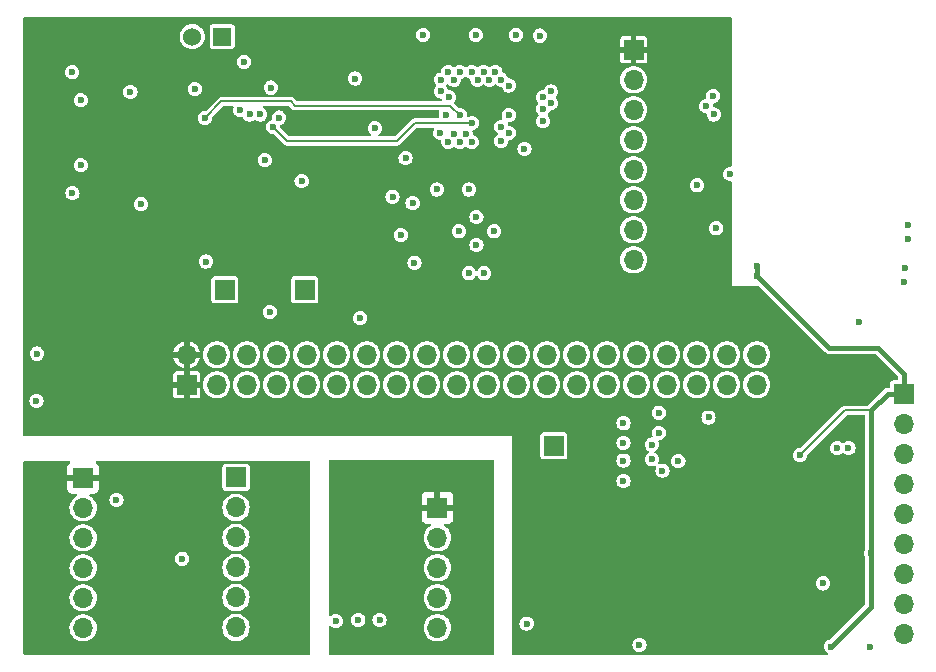
<source format=gbr>
%TF.GenerationSoftware,KiCad,Pcbnew,8.0.7*%
%TF.CreationDate,2025-02-08T18:07:02-05:00*%
%TF.ProjectId,Fallyx_EVK-RevA,46616c6c-7978-45f4-9556-4b2d52657641,rev?*%
%TF.SameCoordinates,Original*%
%TF.FileFunction,Copper,L3,Inr*%
%TF.FilePolarity,Positive*%
%FSLAX46Y46*%
G04 Gerber Fmt 4.6, Leading zero omitted, Abs format (unit mm)*
G04 Created by KiCad (PCBNEW 8.0.7) date 2025-02-08 18:07:02*
%MOMM*%
%LPD*%
G01*
G04 APERTURE LIST*
%TA.AperFunction,ComponentPad*%
%ADD10R,1.700000X1.700000*%
%TD*%
%TA.AperFunction,ComponentPad*%
%ADD11O,1.700000X1.700000*%
%TD*%
%TA.AperFunction,ComponentPad*%
%ADD12R,1.524000X1.524000*%
%TD*%
%TA.AperFunction,ComponentPad*%
%ADD13C,1.524000*%
%TD*%
%TA.AperFunction,ViaPad*%
%ADD14C,0.600000*%
%TD*%
%TA.AperFunction,Conductor*%
%ADD15C,0.400000*%
%TD*%
%TA.AperFunction,Conductor*%
%ADD16C,0.200000*%
%TD*%
%TA.AperFunction,Conductor*%
%ADD17C,0.160000*%
%TD*%
G04 APERTURE END LIST*
D10*
%TO.N,1V8*%
%TO.C,J4*%
X151800000Y-68270000D03*
D11*
%TO.N,GND*%
X151800000Y-70810000D03*
%TO.N,BLE_SWD*%
X151800000Y-73350000D03*
%TO.N,BLE_CLK*%
X151800000Y-75890000D03*
%TO.N,BLE_UART_TX*%
X151800000Y-78430000D03*
%TO.N,BLE_UART_RX*%
X151800000Y-80970000D03*
%TO.N,BLE_WAKE*%
X151800000Y-83510000D03*
%TO.N,BLE_RESET*%
X151800000Y-86050000D03*
%TD*%
D12*
%TO.N,GND*%
%TO.C,J5*%
X116970000Y-67150000D03*
D13*
%TO.N,VBAT*%
X114430000Y-67150000D03*
%TD*%
D10*
%TO.N,1V8*%
%TO.C,J12*%
X113975000Y-96625000D03*
D11*
X113975000Y-94085000D03*
%TO.N,GND*%
X116515000Y-96625000D03*
%TO.N,5V_USB*%
X116515000Y-94085000D03*
%TO.N,GND*%
X119055000Y-96625000D03*
X119055000Y-94085000D03*
%TO.N,unconnected-(J12-Pin_7-Pad7)*%
X121595000Y-96625000D03*
%TO.N,BLE_UART_TX*%
X121595000Y-94085000D03*
%TO.N,PC13*%
X124135000Y-96625000D03*
%TO.N,BLE_UART_RX*%
X124135000Y-94085000D03*
%TO.N,unconnected-(J12-Pin_11-Pad11)*%
X126675000Y-96625000D03*
%TO.N,unconnected-(J12-Pin_12-Pad12)*%
X126675000Y-94085000D03*
%TO.N,unconnected-(J12-Pin_13-Pad13)*%
X129215000Y-96625000D03*
%TO.N,unconnected-(J12-Pin_14-Pad14)*%
X129215000Y-94085000D03*
%TO.N,GPOUT*%
X131755000Y-96625000D03*
%TO.N,STM_nRST*%
X131755000Y-94085000D03*
%TO.N,PA4*%
X134295000Y-96625000D03*
%TO.N,PA1*%
X134295000Y-94085000D03*
%TO.N,I2C1_SDA*%
X136835000Y-96625000D03*
%TO.N,SPI1_SCK*%
X136835000Y-94085000D03*
%TO.N,PB12*%
X139375000Y-96625000D03*
%TO.N,I2C1_SCL*%
X139375000Y-94085000D03*
%TO.N,SPI2_MISO*%
X141915000Y-96625000D03*
%TO.N,SPI2_SCK*%
X141915000Y-94085000D03*
%TO.N,PA8*%
X144455000Y-96625000D03*
%TO.N,SPI2_MOSI*%
X144455000Y-94085000D03*
%TO.N,PA10*%
X146995000Y-96625000D03*
%TO.N,PA9*%
X146995000Y-94085000D03*
%TO.N,PA12*%
X149535000Y-96625000D03*
%TO.N,PA11*%
X149535000Y-94085000D03*
%TO.N,JTMS_SWCLK*%
X152075000Y-96625000D03*
%TO.N,JTMS_SWDIO*%
X152075000Y-94085000D03*
%TO.N,BLE_RESET*%
X154615000Y-96625000D03*
%TO.N,PA15*%
X154615000Y-94085000D03*
%TO.N,PB5*%
X157155000Y-96625000D03*
%TO.N,BLE_WAKE*%
X157155000Y-94085000D03*
%TO.N,PB7*%
X159695000Y-96625000D03*
%TO.N,PB6*%
X159695000Y-94085000D03*
%TO.N,GND*%
X162235000Y-96625000D03*
X162235000Y-94085000D03*
%TD*%
D10*
%TO.N,BLE2_VDD*%
%TO.C,J13*%
X174700000Y-97380000D03*
D11*
%TO.N,GND*%
X174700000Y-99920000D03*
%TO.N,BLE2_CTS*%
X174700000Y-102460000D03*
%TO.N,BLE2_P3_6*%
X174700000Y-105000000D03*
%TO.N,BLE2_TX*%
X174700000Y-107540000D03*
%TO.N,BLE2_RX*%
X174700000Y-110080000D03*
%TO.N,BLE2_RST_N*%
X174700000Y-112620000D03*
%TO.N,BLE2_P2_0*%
X174700000Y-115160000D03*
%TO.N,BLE2_P2_7*%
X174700000Y-117700000D03*
%TD*%
D10*
%TO.N,Net-(J7-Pin_1)*%
%TO.C,J7*%
X117200000Y-88600000D03*
%TD*%
%TO.N,/Fallyx_EVK_3/SW1_OUTPUT*%
%TO.C,J11*%
X145050000Y-101800000D03*
%TD*%
%TO.N,1V8*%
%TO.C,J1*%
X135200000Y-107040000D03*
D11*
%TO.N,GND*%
X135200000Y-109580000D03*
%TO.N,ILP_SCL*%
X135200000Y-112120000D03*
%TO.N,ILP_SDA*%
X135200000Y-114660000D03*
%TO.N,ILP_CS*%
X135200000Y-117200000D03*
%TD*%
D10*
%TO.N,Net-(J8-Pin_1)*%
%TO.C,J8*%
X123950000Y-88600000D03*
%TD*%
%TO.N,1V8*%
%TO.C,J2*%
X105200000Y-104510000D03*
D11*
%TO.N,GND*%
X105200000Y-107050000D03*
%TO.N,/Fallyx_EVK_3/BMI_SCL*%
X105200000Y-109590000D03*
%TO.N,/Fallyx_EVK_3/BMI_SDA*%
X105200000Y-112130000D03*
%TO.N,/Fallyx_EVK_3/BMI_SDO*%
X105200000Y-114670000D03*
%TO.N,/Fallyx_EVK_3/BMI_CS*%
X105200000Y-117210000D03*
%TD*%
D10*
%TO.N,/Fallyx_EVK_3/BMI_OSDO*%
%TO.C,J3*%
X118150000Y-104480000D03*
D11*
%TO.N,/Fallyx_EVK_3/BMI_nOCS*%
X118150000Y-107020000D03*
%TO.N,/Fallyx_EVK_3/BMI_INT1*%
X118150000Y-109560000D03*
%TO.N,/Fallyx_EVK_3/BMI_INT2*%
X118150000Y-112100000D03*
%TO.N,/Fallyx_EVK_3/BMI_ASCX*%
X118150000Y-114640000D03*
%TO.N,/Fallyx_EVK_3/BMI_ASDX*%
X118150000Y-117180000D03*
%TD*%
D14*
%TO.N,GND*%
X154250000Y-103900000D03*
X153350000Y-102950000D03*
X153350000Y-101700000D03*
X150950000Y-104800000D03*
X150950000Y-103050000D03*
X150950000Y-101550000D03*
X150950000Y-99900000D03*
X153950000Y-99000000D03*
X158150000Y-99400000D03*
X153950000Y-100700000D03*
%TO.N,BLE2_VDD*%
X162250000Y-87400000D03*
X162250000Y-86600000D03*
X168550000Y-118800000D03*
%TO.N,BLE2_P3_6*%
X167850000Y-113450000D03*
%TO.N,BLE2_VDD*%
X165900000Y-102600000D03*
%TO.N,BLE2_P0_2*%
X155600000Y-103100000D03*
X174700000Y-87950000D03*
%TO.N,GND*%
X174750000Y-86750000D03*
%TO.N,BLE2_VDD*%
X171900000Y-110900000D03*
%TO.N,BLE2_RST_N*%
X170900000Y-91300000D03*
%TO.N,BLE2_RX*%
X169050000Y-102000000D03*
%TO.N,BLE2_TX*%
X170000000Y-102000000D03*
%TO.N,BLE2_P2_7*%
X175000000Y-84300000D03*
%TO.N,BLE2_P2_0*%
X175000000Y-83150000D03*
%TO.N,GND*%
X171850000Y-118800000D03*
X152302185Y-118650000D03*
X158810000Y-83390000D03*
%TO.N,1V8*%
X110200000Y-111360000D03*
X131500000Y-78360000D03*
X113200000Y-76300000D03*
X145975000Y-68625000D03*
X130517401Y-117567401D03*
X111800000Y-77800000D03*
X140834924Y-67000000D03*
X135614924Y-67614924D03*
X134407500Y-80957500D03*
X132400000Y-73750000D03*
X135150000Y-84500000D03*
X101350000Y-86200000D03*
X158475000Y-76525000D03*
X113200000Y-77300000D03*
X110100000Y-77300000D03*
X113377500Y-106122500D03*
X143600000Y-117700000D03*
X115535000Y-109835000D03*
X109125000Y-106375000D03*
X141130000Y-79750000D03*
%TO.N,GND*%
X123701450Y-79400000D03*
X137000000Y-83650000D03*
X121100000Y-71480000D03*
X118500000Y-73380000D03*
X118820000Y-69300000D03*
X104300000Y-80425000D03*
X142750000Y-116850000D03*
X104275000Y-70175000D03*
X128650000Y-91000000D03*
X157200000Y-79750000D03*
X126600000Y-116650000D03*
X109200000Y-71850000D03*
X121000000Y-90450000D03*
X157950000Y-73050000D03*
X130300000Y-116550000D03*
X108025000Y-106375000D03*
X115600000Y-86200000D03*
X136100000Y-70150000D03*
X138500000Y-82450000D03*
X113590000Y-111360000D03*
X140000000Y-83650000D03*
X128500000Y-116550000D03*
X114650000Y-71600000D03*
X105000000Y-78050000D03*
X131400000Y-80707538D03*
X138500000Y-84800000D03*
X134000000Y-67000000D03*
X121800000Y-74020000D03*
X138442462Y-67000000D03*
X143875000Y-67075000D03*
X120576450Y-77600000D03*
X128242462Y-70707538D03*
X110100000Y-81350000D03*
X158550000Y-72175000D03*
X140600000Y-76000000D03*
X105000000Y-72550000D03*
X135150000Y-80100000D03*
X129900000Y-74927538D03*
X101250000Y-98000000D03*
%TO.N,BLE_WAKE*%
X139600000Y-70800000D03*
%TO.N,BLE_UART_RX*%
X136150000Y-72300000D03*
X119300000Y-73750000D03*
%TO.N,BLE_RESET*%
X158600000Y-73750000D03*
X160000000Y-78800000D03*
X140100000Y-70150000D03*
%TO.N,BLE_UART_TX*%
X120200000Y-73750000D03*
X135500000Y-71800000D03*
%TO.N,VBAT*%
X101300000Y-94000000D03*
%TO.N,I2C1_SDA*%
X136600000Y-70800000D03*
%TO.N,I2C1_SCL*%
X137100000Y-70150000D03*
%TO.N,QSPI_BK1_NCS*%
X133250000Y-86300000D03*
X132500000Y-77450000D03*
%TO.N,PA9*%
X144150000Y-73280000D03*
%TO.N,JTMS_SWDIO*%
X141250000Y-71300000D03*
%TO.N,JTMS_SWCLK*%
X141850000Y-67000000D03*
%TO.N,PA10*%
X144800000Y-72800000D03*
%TO.N,MCP_STAT*%
X137100000Y-73800000D03*
X115500000Y-74050000D03*
%TO.N,PA1*%
X135450000Y-75300000D03*
%TO.N,SPI1_SCK*%
X136600000Y-75400000D03*
%TO.N,QSPI_BK1_IO1*%
X138100000Y-76066400D03*
X137865000Y-87200000D03*
%TO.N,QSPI_BK1_IO2*%
X139135000Y-87200000D03*
X137599999Y-75400001D03*
%TO.N,GPOUT*%
X121300000Y-74800000D03*
X138100000Y-74475000D03*
%TO.N,QSPI_BK1_IO3*%
X137100000Y-76066400D03*
X137865000Y-80100000D03*
%TO.N,PB12*%
X142566400Y-76650000D03*
%TO.N,STM_nRST*%
X132100000Y-83950000D03*
%TO.N,PC13*%
X135500000Y-70800000D03*
%TO.N,Net-(U4A-NRST)*%
X133100000Y-81250000D03*
X135900000Y-73800000D03*
%TO.N,SPI2_SCK*%
X141250000Y-75300000D03*
%TO.N,PB7*%
X138100000Y-70150000D03*
%TO.N,PB5*%
X139100000Y-70150000D03*
%TO.N,SPI2_MISO*%
X140600000Y-74800000D03*
%TO.N,PA8*%
X141250000Y-73800000D03*
%TO.N,PA12*%
X144800000Y-71800000D03*
%TO.N,PA11*%
X144150000Y-72299999D03*
%TO.N,PA4*%
X136100000Y-76050000D03*
%TO.N,PB6*%
X138600000Y-70800000D03*
%TO.N,PA15*%
X140600000Y-70800000D03*
%TO.N,SPI2_MOSI*%
X144135588Y-74314412D03*
%TD*%
D15*
%TO.N,BLE2_VDD*%
X174700000Y-95700000D02*
X174700000Y-97380000D01*
X172500000Y-93500000D02*
X174700000Y-95700000D01*
X168350000Y-93500000D02*
X172500000Y-93500000D01*
X162250000Y-87400000D02*
X168350000Y-93500000D01*
X162250000Y-86600000D02*
X162250000Y-87400000D01*
X171900000Y-110900000D02*
X171900000Y-115450000D01*
X171900000Y-115450000D02*
X168550000Y-118800000D01*
D16*
X169700000Y-98800000D02*
X171900000Y-98800000D01*
X165900000Y-102600000D02*
X169700000Y-98800000D01*
D15*
X173320000Y-97380000D02*
X174700000Y-97380000D01*
X171900000Y-98800000D02*
X173320000Y-97380000D01*
X171900000Y-110900000D02*
X171900000Y-98800000D01*
D17*
%TO.N,MCP_STAT*%
X116900000Y-72650000D02*
X115500000Y-74050000D01*
X136300000Y-73000000D02*
X123150000Y-73000000D01*
X122800000Y-72650000D02*
X116900000Y-72650000D01*
X137100000Y-73800000D02*
X136300000Y-73000000D01*
X123150000Y-73000000D02*
X122800000Y-72650000D01*
D16*
%TO.N,GPOUT*%
X133275000Y-74475000D02*
X131750000Y-76000000D01*
X122500000Y-76000000D02*
X121300000Y-74800000D01*
X138100000Y-74475000D02*
X133275000Y-74475000D01*
X131750000Y-76000000D02*
X122500000Y-76000000D01*
%TD*%
%TA.AperFunction,Conductor*%
%TO.N,1V8*%
G36*
X139959191Y-103018907D02*
G01*
X139995155Y-103068407D01*
X140000000Y-103099000D01*
X140000000Y-119400500D01*
X139981093Y-119458691D01*
X139931593Y-119494655D01*
X139901000Y-119499500D01*
X126099000Y-119499500D01*
X126040809Y-119480593D01*
X126004845Y-119431093D01*
X126000000Y-119400500D01*
X126000000Y-117145571D01*
X126018907Y-117087380D01*
X126068407Y-117051416D01*
X126129593Y-117051416D01*
X126169004Y-117075567D01*
X126171713Y-117078276D01*
X126171718Y-117078282D01*
X126297159Y-117174536D01*
X126443238Y-117235044D01*
X126560809Y-117250522D01*
X126599999Y-117255682D01*
X126600000Y-117255682D01*
X126600001Y-117255682D01*
X126631352Y-117251554D01*
X126756762Y-117235044D01*
X126841366Y-117200000D01*
X134044571Y-117200000D01*
X134064244Y-117412310D01*
X134122595Y-117617389D01*
X134217634Y-117808255D01*
X134346128Y-117978407D01*
X134346135Y-117978413D01*
X134503692Y-118122047D01*
X134503699Y-118122053D01*
X134607389Y-118186255D01*
X134684981Y-118234298D01*
X134883802Y-118311321D01*
X135093390Y-118350500D01*
X135306610Y-118350500D01*
X135516198Y-118311321D01*
X135715019Y-118234298D01*
X135896302Y-118122052D01*
X136053872Y-117978407D01*
X136182366Y-117808255D01*
X136277405Y-117617389D01*
X136335756Y-117412310D01*
X136355429Y-117200000D01*
X136335756Y-116987690D01*
X136277405Y-116782611D01*
X136182366Y-116591745D01*
X136053872Y-116421593D01*
X135972225Y-116347161D01*
X135896307Y-116277952D01*
X135896300Y-116277946D01*
X135715024Y-116165705D01*
X135715019Y-116165702D01*
X135611152Y-116125464D01*
X135516198Y-116088679D01*
X135516197Y-116088678D01*
X135516195Y-116088678D01*
X135306610Y-116049500D01*
X135093390Y-116049500D01*
X134883804Y-116088678D01*
X134684980Y-116165702D01*
X134684975Y-116165705D01*
X134503699Y-116277946D01*
X134503692Y-116277952D01*
X134346135Y-116421586D01*
X134346131Y-116421589D01*
X134346128Y-116421593D01*
X134346125Y-116421597D01*
X134217635Y-116591743D01*
X134217630Y-116591752D01*
X134122596Y-116782608D01*
X134122595Y-116782611D01*
X134115723Y-116806762D01*
X134064244Y-116987688D01*
X134050590Y-117135042D01*
X134044571Y-117200000D01*
X126841366Y-117200000D01*
X126902841Y-117174536D01*
X127028282Y-117078282D01*
X127124536Y-116952841D01*
X127185044Y-116806762D01*
X127205682Y-116650000D01*
X127192517Y-116549999D01*
X127894318Y-116549999D01*
X127894318Y-116550000D01*
X127914955Y-116706758D01*
X127914957Y-116706766D01*
X127975462Y-116852838D01*
X127975462Y-116852839D01*
X127975464Y-116852841D01*
X128071718Y-116978282D01*
X128197159Y-117074536D01*
X128197160Y-117074536D01*
X128197161Y-117074537D01*
X128206212Y-117078286D01*
X128343238Y-117135044D01*
X128460809Y-117150522D01*
X128499999Y-117155682D01*
X128500000Y-117155682D01*
X128500001Y-117155682D01*
X128531352Y-117151554D01*
X128656762Y-117135044D01*
X128802841Y-117074536D01*
X128928282Y-116978282D01*
X129024536Y-116852841D01*
X129085044Y-116706762D01*
X129105682Y-116550000D01*
X129105682Y-116549999D01*
X129694318Y-116549999D01*
X129694318Y-116550000D01*
X129714955Y-116706758D01*
X129714957Y-116706766D01*
X129775462Y-116852838D01*
X129775462Y-116852839D01*
X129775464Y-116852841D01*
X129871718Y-116978282D01*
X129997159Y-117074536D01*
X129997160Y-117074536D01*
X129997161Y-117074537D01*
X130006212Y-117078286D01*
X130143238Y-117135044D01*
X130260809Y-117150522D01*
X130299999Y-117155682D01*
X130300000Y-117155682D01*
X130300001Y-117155682D01*
X130331352Y-117151554D01*
X130456762Y-117135044D01*
X130602841Y-117074536D01*
X130728282Y-116978282D01*
X130824536Y-116852841D01*
X130885044Y-116706762D01*
X130905682Y-116550000D01*
X130885044Y-116393238D01*
X130865958Y-116347160D01*
X130824537Y-116247161D01*
X130824537Y-116247160D01*
X130728286Y-116121723D01*
X130728285Y-116121722D01*
X130728282Y-116121718D01*
X130728277Y-116121714D01*
X130728276Y-116121713D01*
X130602838Y-116025462D01*
X130456766Y-115964957D01*
X130456758Y-115964955D01*
X130300001Y-115944318D01*
X130299999Y-115944318D01*
X130143241Y-115964955D01*
X130143233Y-115964957D01*
X129997161Y-116025462D01*
X129997160Y-116025462D01*
X129871723Y-116121713D01*
X129871713Y-116121723D01*
X129775462Y-116247160D01*
X129775462Y-116247161D01*
X129714957Y-116393233D01*
X129714955Y-116393241D01*
X129694318Y-116549999D01*
X129105682Y-116549999D01*
X129085044Y-116393238D01*
X129065958Y-116347160D01*
X129024537Y-116247161D01*
X129024537Y-116247160D01*
X128928286Y-116121723D01*
X128928285Y-116121722D01*
X128928282Y-116121718D01*
X128928277Y-116121714D01*
X128928276Y-116121713D01*
X128802838Y-116025462D01*
X128656766Y-115964957D01*
X128656758Y-115964955D01*
X128500001Y-115944318D01*
X128499999Y-115944318D01*
X128343241Y-115964955D01*
X128343233Y-115964957D01*
X128197161Y-116025462D01*
X128197160Y-116025462D01*
X128071723Y-116121713D01*
X128071713Y-116121723D01*
X127975462Y-116247160D01*
X127975462Y-116247161D01*
X127914957Y-116393233D01*
X127914955Y-116393241D01*
X127894318Y-116549999D01*
X127192517Y-116549999D01*
X127185044Y-116493238D01*
X127124537Y-116347161D01*
X127124537Y-116347160D01*
X127028286Y-116221723D01*
X127028285Y-116221722D01*
X127028282Y-116221718D01*
X127028277Y-116221714D01*
X127028276Y-116221713D01*
X126902838Y-116125462D01*
X126756766Y-116064957D01*
X126756758Y-116064955D01*
X126600001Y-116044318D01*
X126599999Y-116044318D01*
X126443241Y-116064955D01*
X126443233Y-116064957D01*
X126297161Y-116125462D01*
X126297160Y-116125462D01*
X126171723Y-116221713D01*
X126169004Y-116224433D01*
X126114487Y-116252210D01*
X126054055Y-116242639D01*
X126010790Y-116199374D01*
X126000000Y-116154429D01*
X126000000Y-114660000D01*
X134044571Y-114660000D01*
X134064244Y-114872310D01*
X134122595Y-115077389D01*
X134217634Y-115268255D01*
X134346128Y-115438407D01*
X134346135Y-115438413D01*
X134503692Y-115582047D01*
X134503699Y-115582053D01*
X134607389Y-115646255D01*
X134684981Y-115694298D01*
X134883802Y-115771321D01*
X135093390Y-115810500D01*
X135306610Y-115810500D01*
X135516198Y-115771321D01*
X135715019Y-115694298D01*
X135896302Y-115582052D01*
X136053872Y-115438407D01*
X136182366Y-115268255D01*
X136277405Y-115077389D01*
X136335756Y-114872310D01*
X136355429Y-114660000D01*
X136335756Y-114447690D01*
X136277405Y-114242611D01*
X136182366Y-114051745D01*
X136053872Y-113881593D01*
X135999623Y-113832139D01*
X135896307Y-113737952D01*
X135896300Y-113737946D01*
X135715024Y-113625705D01*
X135715019Y-113625702D01*
X135516195Y-113548678D01*
X135306610Y-113509500D01*
X135093390Y-113509500D01*
X134883804Y-113548678D01*
X134684980Y-113625702D01*
X134684975Y-113625705D01*
X134503699Y-113737946D01*
X134503692Y-113737952D01*
X134346135Y-113881586D01*
X134346131Y-113881589D01*
X134346128Y-113881593D01*
X134346125Y-113881597D01*
X134217635Y-114051743D01*
X134217630Y-114051752D01*
X134122596Y-114242608D01*
X134064244Y-114447688D01*
X134064244Y-114447690D01*
X134044571Y-114660000D01*
X126000000Y-114660000D01*
X126000000Y-112120000D01*
X134044571Y-112120000D01*
X134064244Y-112332310D01*
X134122595Y-112537389D01*
X134217634Y-112728255D01*
X134346128Y-112898407D01*
X134346135Y-112898413D01*
X134503692Y-113042047D01*
X134503699Y-113042053D01*
X134607389Y-113106255D01*
X134684981Y-113154298D01*
X134883802Y-113231321D01*
X135093390Y-113270500D01*
X135306610Y-113270500D01*
X135516198Y-113231321D01*
X135715019Y-113154298D01*
X135896302Y-113042052D01*
X136053872Y-112898407D01*
X136182366Y-112728255D01*
X136277405Y-112537389D01*
X136335756Y-112332310D01*
X136355429Y-112120000D01*
X136335756Y-111907690D01*
X136277405Y-111702611D01*
X136182366Y-111511745D01*
X136053872Y-111341593D01*
X135999623Y-111292139D01*
X135896307Y-111197952D01*
X135896300Y-111197946D01*
X135715024Y-111085705D01*
X135715019Y-111085702D01*
X135516195Y-111008678D01*
X135306610Y-110969500D01*
X135093390Y-110969500D01*
X134883804Y-111008678D01*
X134684980Y-111085702D01*
X134684975Y-111085705D01*
X134503699Y-111197946D01*
X134503692Y-111197952D01*
X134346135Y-111341586D01*
X134346131Y-111341589D01*
X134346128Y-111341593D01*
X134346125Y-111341597D01*
X134217635Y-111511743D01*
X134217630Y-111511752D01*
X134122596Y-111702608D01*
X134064244Y-111907688D01*
X134064244Y-111907690D01*
X134044571Y-112120000D01*
X126000000Y-112120000D01*
X126000000Y-107937824D01*
X133849999Y-107937824D01*
X133856401Y-107997370D01*
X133856403Y-107997381D01*
X133906646Y-108132088D01*
X133906647Y-108132090D01*
X133992807Y-108247184D01*
X133992815Y-108247192D01*
X134107909Y-108333352D01*
X134107911Y-108333353D01*
X134242618Y-108383596D01*
X134242629Y-108383598D01*
X134302176Y-108390000D01*
X134588500Y-108390000D01*
X134646691Y-108408907D01*
X134682655Y-108458407D01*
X134682655Y-108519593D01*
X134646691Y-108569093D01*
X134640617Y-108573171D01*
X134503699Y-108657946D01*
X134503692Y-108657952D01*
X134346135Y-108801586D01*
X134346131Y-108801589D01*
X134346128Y-108801593D01*
X134346125Y-108801597D01*
X134217635Y-108971743D01*
X134217630Y-108971752D01*
X134122596Y-109162608D01*
X134064244Y-109367688D01*
X134064244Y-109367690D01*
X134044571Y-109580000D01*
X134064244Y-109792310D01*
X134122595Y-109997389D01*
X134217634Y-110188255D01*
X134346128Y-110358407D01*
X134346135Y-110358413D01*
X134503692Y-110502047D01*
X134503699Y-110502053D01*
X134607389Y-110566255D01*
X134684981Y-110614298D01*
X134883802Y-110691321D01*
X135093390Y-110730500D01*
X135306610Y-110730500D01*
X135516198Y-110691321D01*
X135715019Y-110614298D01*
X135896302Y-110502052D01*
X136053872Y-110358407D01*
X136182366Y-110188255D01*
X136277405Y-109997389D01*
X136335756Y-109792310D01*
X136355429Y-109580000D01*
X136335756Y-109367690D01*
X136277405Y-109162611D01*
X136182366Y-108971745D01*
X136053872Y-108801593D01*
X135999623Y-108752139D01*
X135896307Y-108657952D01*
X135896300Y-108657946D01*
X135759383Y-108573171D01*
X135719862Y-108526463D01*
X135715343Y-108465444D01*
X135747553Y-108413424D01*
X135804189Y-108390270D01*
X135811500Y-108390000D01*
X136097824Y-108390000D01*
X136157370Y-108383598D01*
X136157381Y-108383596D01*
X136292088Y-108333353D01*
X136292090Y-108333352D01*
X136407184Y-108247192D01*
X136407192Y-108247184D01*
X136493352Y-108132090D01*
X136493353Y-108132088D01*
X136543596Y-107997381D01*
X136543598Y-107997370D01*
X136550000Y-107937824D01*
X136550000Y-107290001D01*
X136549999Y-107290000D01*
X135633012Y-107290000D01*
X135665925Y-107232993D01*
X135700000Y-107105826D01*
X135700000Y-106974174D01*
X135665925Y-106847007D01*
X135633012Y-106790000D01*
X136549999Y-106790000D01*
X136550000Y-106789999D01*
X136550000Y-106142175D01*
X136543598Y-106082629D01*
X136543596Y-106082618D01*
X136493353Y-105947911D01*
X136493352Y-105947909D01*
X136407192Y-105832815D01*
X136407184Y-105832807D01*
X136292090Y-105746647D01*
X136292088Y-105746646D01*
X136157381Y-105696403D01*
X136157370Y-105696401D01*
X136097824Y-105690000D01*
X135450001Y-105690000D01*
X135450000Y-105690001D01*
X135450000Y-106606988D01*
X135392993Y-106574075D01*
X135265826Y-106540000D01*
X135134174Y-106540000D01*
X135007007Y-106574075D01*
X134950000Y-106606988D01*
X134950000Y-105690001D01*
X134949999Y-105690000D01*
X134302176Y-105690000D01*
X134242629Y-105696401D01*
X134242618Y-105696403D01*
X134107911Y-105746646D01*
X134107909Y-105746647D01*
X133992815Y-105832807D01*
X133992807Y-105832815D01*
X133906647Y-105947909D01*
X133906646Y-105947911D01*
X133856403Y-106082618D01*
X133856401Y-106082629D01*
X133850000Y-106142175D01*
X133850000Y-106789999D01*
X133850001Y-106790000D01*
X134766988Y-106790000D01*
X134734075Y-106847007D01*
X134700000Y-106974174D01*
X134700000Y-107105826D01*
X134734075Y-107232993D01*
X134766988Y-107290000D01*
X133850001Y-107290000D01*
X133850000Y-107290001D01*
X133850000Y-107937824D01*
X133849999Y-107937824D01*
X126000000Y-107937824D01*
X126000000Y-103099000D01*
X126018907Y-103040809D01*
X126068407Y-103004845D01*
X126099000Y-103000000D01*
X139901000Y-103000000D01*
X139959191Y-103018907D01*
G37*
%TD.AperFunction*%
%TD*%
%TA.AperFunction,Conductor*%
%TO.N,1V8*%
G36*
X160059191Y-65519407D02*
G01*
X160095155Y-65568907D01*
X160100000Y-65599500D01*
X160100000Y-78095318D01*
X160081093Y-78153509D01*
X160031593Y-78189473D01*
X160006431Y-78193457D01*
X160006433Y-78193471D01*
X160005930Y-78193537D01*
X160001000Y-78194318D01*
X159999999Y-78194318D01*
X159843241Y-78214955D01*
X159843233Y-78214957D01*
X159697161Y-78275462D01*
X159697160Y-78275462D01*
X159571723Y-78371713D01*
X159571713Y-78371723D01*
X159475462Y-78497160D01*
X159475462Y-78497161D01*
X159414957Y-78643233D01*
X159414955Y-78643241D01*
X159394318Y-78799999D01*
X159394318Y-78800000D01*
X159414955Y-78956758D01*
X159414957Y-78956766D01*
X159475462Y-79102838D01*
X159475462Y-79102839D01*
X159571713Y-79228276D01*
X159571718Y-79228282D01*
X159697159Y-79324536D01*
X159843238Y-79385044D01*
X159956833Y-79399999D01*
X159999999Y-79405682D01*
X160001000Y-79405682D01*
X160001681Y-79405903D01*
X160006433Y-79406529D01*
X160006317Y-79407409D01*
X160059191Y-79424589D01*
X160095155Y-79474089D01*
X160100000Y-79504682D01*
X160100000Y-88300000D01*
X162401178Y-88300000D01*
X162459369Y-88318907D01*
X162471182Y-88328996D01*
X168042686Y-93900500D01*
X168042688Y-93900501D01*
X168042689Y-93900502D01*
X168042690Y-93900503D01*
X168156810Y-93966390D01*
X168156808Y-93966390D01*
X168156812Y-93966391D01*
X168156814Y-93966392D01*
X168284108Y-94000500D01*
X168415893Y-94000500D01*
X172251678Y-94000500D01*
X172309869Y-94019407D01*
X172321682Y-94029496D01*
X174170504Y-95878318D01*
X174198281Y-95932835D01*
X174199500Y-95948322D01*
X174199500Y-96130500D01*
X174180593Y-96188691D01*
X174131093Y-96224655D01*
X174100500Y-96229500D01*
X173805139Y-96229500D01*
X173805136Y-96229501D01*
X173780009Y-96232414D01*
X173677235Y-96277794D01*
X173597794Y-96357235D01*
X173552414Y-96460011D01*
X173549500Y-96485130D01*
X173549500Y-96780500D01*
X173530593Y-96838691D01*
X173481093Y-96874655D01*
X173450500Y-96879500D01*
X173385892Y-96879500D01*
X173254107Y-96879500D01*
X173176200Y-96900374D01*
X173126809Y-96913609D01*
X173012690Y-96979496D01*
X173012685Y-96979500D01*
X172919499Y-97072685D01*
X172919500Y-97072686D01*
X172919498Y-97072688D01*
X171621680Y-98370505D01*
X171567165Y-98398281D01*
X171551678Y-98399500D01*
X169758806Y-98399500D01*
X169758790Y-98399499D01*
X169752727Y-98399499D01*
X169647273Y-98399499D01*
X169647270Y-98399499D01*
X169545413Y-98426792D01*
X169545409Y-98426794D01*
X169454087Y-98479519D01*
X169379519Y-98554086D01*
X169379520Y-98554087D01*
X169379518Y-98554089D01*
X165968284Y-101965322D01*
X165913767Y-101993099D01*
X165902555Y-101993981D01*
X165743241Y-102014955D01*
X165743233Y-102014957D01*
X165597161Y-102075462D01*
X165597160Y-102075462D01*
X165471723Y-102171713D01*
X165471713Y-102171723D01*
X165375462Y-102297160D01*
X165375462Y-102297161D01*
X165314957Y-102443233D01*
X165314955Y-102443241D01*
X165294318Y-102599999D01*
X165294318Y-102600000D01*
X165314955Y-102756758D01*
X165314957Y-102756766D01*
X165375462Y-102902838D01*
X165375462Y-102902839D01*
X165471713Y-103028276D01*
X165471718Y-103028282D01*
X165597159Y-103124536D01*
X165743238Y-103185044D01*
X165860809Y-103200522D01*
X165899999Y-103205682D01*
X165900000Y-103205682D01*
X165900001Y-103205682D01*
X165931352Y-103201554D01*
X166056762Y-103185044D01*
X166202841Y-103124536D01*
X166328282Y-103028282D01*
X166424536Y-102902841D01*
X166485044Y-102756762D01*
X166505682Y-102600000D01*
X166505682Y-102599999D01*
X166506529Y-102593567D01*
X166508256Y-102593794D01*
X166524589Y-102543527D01*
X166534678Y-102531714D01*
X167066393Y-101999999D01*
X168444318Y-101999999D01*
X168444318Y-102000000D01*
X168464955Y-102156758D01*
X168464957Y-102156766D01*
X168525462Y-102302838D01*
X168525462Y-102302839D01*
X168621713Y-102428276D01*
X168621718Y-102428282D01*
X168747159Y-102524536D01*
X168747160Y-102524536D01*
X168747161Y-102524537D01*
X168749399Y-102525464D01*
X168893238Y-102585044D01*
X169006833Y-102599999D01*
X169049999Y-102605682D01*
X169050000Y-102605682D01*
X169050001Y-102605682D01*
X169093167Y-102599999D01*
X169206762Y-102585044D01*
X169352841Y-102524536D01*
X169464734Y-102438677D01*
X169522408Y-102418254D01*
X169581074Y-102435631D01*
X169585255Y-102438669D01*
X169697159Y-102524536D01*
X169697160Y-102524536D01*
X169697161Y-102524537D01*
X169699399Y-102525464D01*
X169843238Y-102585044D01*
X169956833Y-102599999D01*
X169999999Y-102605682D01*
X170000000Y-102605682D01*
X170000001Y-102605682D01*
X170043167Y-102599999D01*
X170156762Y-102585044D01*
X170302841Y-102524536D01*
X170428282Y-102428282D01*
X170524536Y-102302841D01*
X170585044Y-102156762D01*
X170605682Y-102000000D01*
X170604773Y-101993099D01*
X170586308Y-101852839D01*
X170585044Y-101843238D01*
X170585042Y-101843233D01*
X170524537Y-101697161D01*
X170524537Y-101697160D01*
X170428286Y-101571723D01*
X170428285Y-101571722D01*
X170428282Y-101571718D01*
X170428277Y-101571714D01*
X170428276Y-101571713D01*
X170302838Y-101475462D01*
X170156766Y-101414957D01*
X170156758Y-101414955D01*
X170000001Y-101394318D01*
X169999999Y-101394318D01*
X169843241Y-101414955D01*
X169843233Y-101414957D01*
X169697161Y-101475462D01*
X169697160Y-101475462D01*
X169585267Y-101561321D01*
X169527591Y-101581745D01*
X169468925Y-101564367D01*
X169464733Y-101561321D01*
X169352838Y-101475462D01*
X169206766Y-101414957D01*
X169206758Y-101414955D01*
X169050001Y-101394318D01*
X169049999Y-101394318D01*
X168893241Y-101414955D01*
X168893233Y-101414957D01*
X168747161Y-101475462D01*
X168747160Y-101475462D01*
X168621723Y-101571713D01*
X168621713Y-101571723D01*
X168525462Y-101697160D01*
X168525462Y-101697161D01*
X168464957Y-101843233D01*
X168464955Y-101843241D01*
X168444318Y-101999999D01*
X167066393Y-101999999D01*
X169836896Y-99229496D01*
X169891413Y-99201719D01*
X169906900Y-99200500D01*
X171300500Y-99200500D01*
X171358691Y-99219407D01*
X171394655Y-99268907D01*
X171399500Y-99299500D01*
X171399500Y-110532227D01*
X171380593Y-110590418D01*
X171379045Y-110592490D01*
X171375465Y-110597154D01*
X171314957Y-110743236D01*
X171314955Y-110743241D01*
X171294318Y-110899999D01*
X171294318Y-110900000D01*
X171314955Y-111056758D01*
X171314957Y-111056766D01*
X171375462Y-111202838D01*
X171375463Y-111202839D01*
X171375464Y-111202841D01*
X171375769Y-111203238D01*
X171379040Y-111207501D01*
X171399466Y-111265176D01*
X171399500Y-111267771D01*
X171399500Y-115201677D01*
X171380593Y-115259868D01*
X171370504Y-115271681D01*
X168456145Y-118186039D01*
X168401628Y-118213816D01*
X168399072Y-118214187D01*
X168393240Y-118214955D01*
X168393237Y-118214956D01*
X168247161Y-118275462D01*
X168247160Y-118275462D01*
X168121723Y-118371713D01*
X168121713Y-118371723D01*
X168025462Y-118497160D01*
X168025462Y-118497161D01*
X167964957Y-118643233D01*
X167964955Y-118643241D01*
X167944318Y-118799999D01*
X167944318Y-118800000D01*
X167964955Y-118956758D01*
X167964957Y-118956766D01*
X168025462Y-119102838D01*
X168025462Y-119102839D01*
X168025464Y-119102841D01*
X168121718Y-119228282D01*
X168121722Y-119228285D01*
X168121723Y-119228286D01*
X168243799Y-119321958D01*
X168278455Y-119372382D01*
X168276854Y-119433547D01*
X168239606Y-119482088D01*
X168183532Y-119499500D01*
X141599000Y-119499500D01*
X141540809Y-119480593D01*
X141504845Y-119431093D01*
X141500000Y-119400500D01*
X141500000Y-118649999D01*
X151696503Y-118649999D01*
X151696503Y-118650000D01*
X151717140Y-118806758D01*
X151717142Y-118806766D01*
X151777647Y-118952838D01*
X151777647Y-118952839D01*
X151873898Y-119078276D01*
X151873903Y-119078282D01*
X151999344Y-119174536D01*
X151999345Y-119174536D01*
X151999346Y-119174537D01*
X152129098Y-119228282D01*
X152145423Y-119235044D01*
X152262994Y-119250522D01*
X152302184Y-119255682D01*
X152302185Y-119255682D01*
X152302186Y-119255682D01*
X152333537Y-119251554D01*
X152458947Y-119235044D01*
X152605026Y-119174536D01*
X152730467Y-119078282D01*
X152826721Y-118952841D01*
X152887229Y-118806762D01*
X152907867Y-118650000D01*
X152887229Y-118493238D01*
X152826722Y-118347161D01*
X152826722Y-118347160D01*
X152730471Y-118221723D01*
X152730470Y-118221722D01*
X152730467Y-118221718D01*
X152730462Y-118221714D01*
X152730461Y-118221713D01*
X152659289Y-118167101D01*
X152605026Y-118125464D01*
X152605025Y-118125463D01*
X152605023Y-118125462D01*
X152458951Y-118064957D01*
X152458943Y-118064955D01*
X152302186Y-118044318D01*
X152302184Y-118044318D01*
X152145426Y-118064955D01*
X152145418Y-118064957D01*
X151999346Y-118125462D01*
X151999345Y-118125462D01*
X151873908Y-118221713D01*
X151873898Y-118221723D01*
X151777647Y-118347160D01*
X151777647Y-118347161D01*
X151717142Y-118493233D01*
X151717140Y-118493241D01*
X151696503Y-118649999D01*
X141500000Y-118649999D01*
X141500000Y-116849999D01*
X142144318Y-116849999D01*
X142144318Y-116850000D01*
X142164955Y-117006758D01*
X142164957Y-117006766D01*
X142225462Y-117152838D01*
X142225462Y-117152839D01*
X142288540Y-117235044D01*
X142321718Y-117278282D01*
X142447159Y-117374536D01*
X142593238Y-117435044D01*
X142710809Y-117450522D01*
X142749999Y-117455682D01*
X142750000Y-117455682D01*
X142750001Y-117455682D01*
X142781352Y-117451554D01*
X142906762Y-117435044D01*
X143052841Y-117374536D01*
X143178282Y-117278282D01*
X143274536Y-117152841D01*
X143335044Y-117006762D01*
X143355682Y-116850000D01*
X143335044Y-116693238D01*
X143335042Y-116693233D01*
X143274537Y-116547161D01*
X143274537Y-116547160D01*
X143178286Y-116421723D01*
X143178285Y-116421722D01*
X143178282Y-116421718D01*
X143178277Y-116421714D01*
X143178276Y-116421713D01*
X143107104Y-116367101D01*
X143052841Y-116325464D01*
X143052840Y-116325463D01*
X143052838Y-116325462D01*
X142906766Y-116264957D01*
X142906758Y-116264955D01*
X142750001Y-116244318D01*
X142749999Y-116244318D01*
X142593241Y-116264955D01*
X142593233Y-116264957D01*
X142447161Y-116325462D01*
X142447160Y-116325462D01*
X142321723Y-116421713D01*
X142321713Y-116421723D01*
X142225462Y-116547160D01*
X142225462Y-116547161D01*
X142164957Y-116693233D01*
X142164955Y-116693241D01*
X142144318Y-116849999D01*
X141500000Y-116849999D01*
X141500000Y-113449999D01*
X167244318Y-113449999D01*
X167244318Y-113450000D01*
X167264955Y-113606758D01*
X167264957Y-113606766D01*
X167325462Y-113752838D01*
X167325462Y-113752839D01*
X167325464Y-113752841D01*
X167421718Y-113878282D01*
X167547159Y-113974536D01*
X167547160Y-113974536D01*
X167547161Y-113974537D01*
X167693233Y-114035042D01*
X167693238Y-114035044D01*
X167796799Y-114048678D01*
X167849999Y-114055682D01*
X167850000Y-114055682D01*
X167850001Y-114055682D01*
X167903193Y-114048679D01*
X168006762Y-114035044D01*
X168152841Y-113974536D01*
X168278282Y-113878282D01*
X168374536Y-113752841D01*
X168435044Y-113606762D01*
X168455682Y-113450000D01*
X168435044Y-113293238D01*
X168374537Y-113147161D01*
X168374537Y-113147160D01*
X168278286Y-113021723D01*
X168278285Y-113021722D01*
X168278282Y-113021718D01*
X168278277Y-113021714D01*
X168278276Y-113021713D01*
X168152838Y-112925462D01*
X168006766Y-112864957D01*
X168006758Y-112864955D01*
X167850001Y-112844318D01*
X167849999Y-112844318D01*
X167693241Y-112864955D01*
X167693233Y-112864957D01*
X167547161Y-112925462D01*
X167547160Y-112925462D01*
X167421723Y-113021713D01*
X167421713Y-113021723D01*
X167325462Y-113147160D01*
X167325462Y-113147161D01*
X167264957Y-113293233D01*
X167264955Y-113293241D01*
X167244318Y-113449999D01*
X141500000Y-113449999D01*
X141500000Y-104799999D01*
X150344318Y-104799999D01*
X150344318Y-104800000D01*
X150364955Y-104956758D01*
X150364957Y-104956766D01*
X150425462Y-105102838D01*
X150425462Y-105102839D01*
X150425464Y-105102841D01*
X150521718Y-105228282D01*
X150647159Y-105324536D01*
X150793238Y-105385044D01*
X150906772Y-105399991D01*
X150949999Y-105405682D01*
X150950000Y-105405682D01*
X150950001Y-105405682D01*
X150981352Y-105401554D01*
X151106762Y-105385044D01*
X151252841Y-105324536D01*
X151378282Y-105228282D01*
X151474536Y-105102841D01*
X151535044Y-104956762D01*
X151555682Y-104800000D01*
X151535044Y-104643238D01*
X151535042Y-104643233D01*
X151474537Y-104497161D01*
X151474537Y-104497160D01*
X151378286Y-104371723D01*
X151378285Y-104371722D01*
X151378282Y-104371718D01*
X151378277Y-104371714D01*
X151378276Y-104371713D01*
X151252838Y-104275462D01*
X151106766Y-104214957D01*
X151106758Y-104214955D01*
X150950001Y-104194318D01*
X150949999Y-104194318D01*
X150793241Y-104214955D01*
X150793233Y-104214957D01*
X150647161Y-104275462D01*
X150647160Y-104275462D01*
X150521723Y-104371713D01*
X150521713Y-104371723D01*
X150425462Y-104497160D01*
X150425462Y-104497161D01*
X150364957Y-104643233D01*
X150364955Y-104643241D01*
X150344318Y-104799999D01*
X141500000Y-104799999D01*
X141500000Y-103049999D01*
X150344318Y-103049999D01*
X150344318Y-103050000D01*
X150364955Y-103206758D01*
X150364957Y-103206766D01*
X150425462Y-103352838D01*
X150425462Y-103352839D01*
X150518844Y-103474537D01*
X150521718Y-103478282D01*
X150521722Y-103478285D01*
X150521723Y-103478286D01*
X150549358Y-103499491D01*
X150647159Y-103574536D01*
X150647160Y-103574536D01*
X150647161Y-103574537D01*
X150767869Y-103624536D01*
X150793238Y-103635044D01*
X150910809Y-103650522D01*
X150949999Y-103655682D01*
X150950000Y-103655682D01*
X150950001Y-103655682D01*
X150981352Y-103651554D01*
X151106762Y-103635044D01*
X151252841Y-103574536D01*
X151378282Y-103478282D01*
X151474536Y-103352841D01*
X151535044Y-103206762D01*
X151555682Y-103050000D01*
X151535044Y-102893238D01*
X151493621Y-102793233D01*
X151474537Y-102747161D01*
X151474537Y-102747160D01*
X151378286Y-102621723D01*
X151378285Y-102621722D01*
X151378282Y-102621718D01*
X151378277Y-102621714D01*
X151378276Y-102621713D01*
X151252838Y-102525462D01*
X151106766Y-102464957D01*
X151106758Y-102464955D01*
X150950001Y-102444318D01*
X150949999Y-102444318D01*
X150793241Y-102464955D01*
X150793233Y-102464957D01*
X150647161Y-102525462D01*
X150647160Y-102525462D01*
X150521723Y-102621713D01*
X150521713Y-102621723D01*
X150425462Y-102747160D01*
X150425462Y-102747161D01*
X150364957Y-102893233D01*
X150364955Y-102893241D01*
X150344318Y-103049999D01*
X141500000Y-103049999D01*
X141500000Y-101000001D01*
X141500000Y-101000000D01*
X141499999Y-101000000D01*
X100249500Y-101000000D01*
X100191309Y-100981093D01*
X100155345Y-100931593D01*
X100151154Y-100905130D01*
X143899500Y-100905130D01*
X143899500Y-102694860D01*
X143899501Y-102694863D01*
X143902414Y-102719990D01*
X143927756Y-102777385D01*
X143947794Y-102822765D01*
X144027235Y-102902206D01*
X144130009Y-102947585D01*
X144155135Y-102950500D01*
X145944864Y-102950499D01*
X145969991Y-102947585D01*
X146072765Y-102902206D01*
X146152206Y-102822765D01*
X146197585Y-102719991D01*
X146200500Y-102694865D01*
X146200499Y-101549999D01*
X150344318Y-101549999D01*
X150344318Y-101550000D01*
X150364955Y-101706758D01*
X150364957Y-101706766D01*
X150425462Y-101852838D01*
X150425462Y-101852839D01*
X150511773Y-101965322D01*
X150521718Y-101978282D01*
X150647159Y-102074536D01*
X150647160Y-102074536D01*
X150647161Y-102074537D01*
X150776913Y-102128282D01*
X150793238Y-102135044D01*
X150910809Y-102150522D01*
X150949999Y-102155682D01*
X150950000Y-102155682D01*
X150950001Y-102155682D01*
X150981352Y-102151554D01*
X151106762Y-102135044D01*
X151252841Y-102074536D01*
X151378282Y-101978282D01*
X151474536Y-101852841D01*
X151535044Y-101706762D01*
X151535934Y-101699999D01*
X152744318Y-101699999D01*
X152744318Y-101700000D01*
X152764955Y-101856758D01*
X152764957Y-101856766D01*
X152825462Y-102002838D01*
X152825462Y-102002839D01*
X152881189Y-102075464D01*
X152921718Y-102128282D01*
X153047159Y-102224536D01*
X153058672Y-102229304D01*
X153068886Y-102233536D01*
X153115412Y-102273273D01*
X153129695Y-102332768D01*
X153106280Y-102389296D01*
X153068886Y-102416464D01*
X153047160Y-102425463D01*
X152921723Y-102521713D01*
X152921713Y-102521723D01*
X152825462Y-102647160D01*
X152825462Y-102647161D01*
X152764957Y-102793233D01*
X152764955Y-102793241D01*
X152744318Y-102949999D01*
X152744318Y-102950000D01*
X152764955Y-103106758D01*
X152764957Y-103106766D01*
X152825462Y-103252838D01*
X152825462Y-103252839D01*
X152921713Y-103378276D01*
X152921718Y-103378282D01*
X152921722Y-103378285D01*
X152921723Y-103378286D01*
X152926631Y-103382052D01*
X153047159Y-103474536D01*
X153047160Y-103474536D01*
X153047161Y-103474537D01*
X153176913Y-103528282D01*
X153193238Y-103535044D01*
X153310809Y-103550522D01*
X153349999Y-103555682D01*
X153350000Y-103555682D01*
X153350001Y-103555682D01*
X153381352Y-103551554D01*
X153506762Y-103535044D01*
X153581004Y-103504291D01*
X153641997Y-103499491D01*
X153694167Y-103531460D01*
X153717582Y-103587988D01*
X153710351Y-103633641D01*
X153664957Y-103743232D01*
X153664955Y-103743241D01*
X153644318Y-103899999D01*
X153644318Y-103900000D01*
X153664955Y-104056758D01*
X153664957Y-104056766D01*
X153725462Y-104202838D01*
X153725462Y-104202839D01*
X153781189Y-104275464D01*
X153821718Y-104328282D01*
X153947159Y-104424536D01*
X154093238Y-104485044D01*
X154210809Y-104500522D01*
X154249999Y-104505682D01*
X154250000Y-104505682D01*
X154250001Y-104505682D01*
X154281352Y-104501554D01*
X154406762Y-104485044D01*
X154552841Y-104424536D01*
X154678282Y-104328282D01*
X154774536Y-104202841D01*
X154835044Y-104056762D01*
X154855682Y-103900000D01*
X154854191Y-103888678D01*
X154835044Y-103743241D01*
X154835044Y-103743238D01*
X154790228Y-103635042D01*
X154774537Y-103597161D01*
X154774537Y-103597160D01*
X154678286Y-103471723D01*
X154678285Y-103471722D01*
X154678282Y-103471718D01*
X154678277Y-103471714D01*
X154678276Y-103471713D01*
X154588517Y-103402839D01*
X154552841Y-103375464D01*
X154552840Y-103375463D01*
X154552838Y-103375462D01*
X154406766Y-103314957D01*
X154406758Y-103314955D01*
X154250001Y-103294318D01*
X154249999Y-103294318D01*
X154093241Y-103314955D01*
X154093232Y-103314957D01*
X154018997Y-103345707D01*
X153958000Y-103350508D01*
X153905832Y-103318538D01*
X153882417Y-103262010D01*
X153889648Y-103216357D01*
X153893621Y-103206766D01*
X153935044Y-103106762D01*
X153935934Y-103099999D01*
X154994318Y-103099999D01*
X154994318Y-103100000D01*
X155014955Y-103256758D01*
X155014957Y-103256766D01*
X155075462Y-103402838D01*
X155075462Y-103402839D01*
X155171713Y-103528276D01*
X155171718Y-103528282D01*
X155171722Y-103528285D01*
X155171723Y-103528286D01*
X155180528Y-103535042D01*
X155297159Y-103624536D01*
X155297160Y-103624536D01*
X155297161Y-103624537D01*
X155372352Y-103655682D01*
X155443238Y-103685044D01*
X155560809Y-103700522D01*
X155599999Y-103705682D01*
X155600000Y-103705682D01*
X155600001Y-103705682D01*
X155631352Y-103701554D01*
X155756762Y-103685044D01*
X155902841Y-103624536D01*
X156028282Y-103528282D01*
X156124536Y-103402841D01*
X156185044Y-103256762D01*
X156205682Y-103100000D01*
X156185044Y-102943238D01*
X156157769Y-102877391D01*
X156124537Y-102797161D01*
X156124537Y-102797160D01*
X156028286Y-102671723D01*
X156028285Y-102671722D01*
X156028282Y-102671718D01*
X156028277Y-102671714D01*
X156028276Y-102671713D01*
X155902838Y-102575462D01*
X155756766Y-102514957D01*
X155756758Y-102514955D01*
X155600001Y-102494318D01*
X155599999Y-102494318D01*
X155443241Y-102514955D01*
X155443233Y-102514957D01*
X155297161Y-102575462D01*
X155297160Y-102575462D01*
X155171723Y-102671713D01*
X155171713Y-102671723D01*
X155075462Y-102797160D01*
X155075462Y-102797161D01*
X155014957Y-102943233D01*
X155014955Y-102943241D01*
X154994318Y-103099999D01*
X153935934Y-103099999D01*
X153955682Y-102950000D01*
X153935044Y-102793238D01*
X153919935Y-102756762D01*
X153874537Y-102647161D01*
X153874537Y-102647160D01*
X153778286Y-102521723D01*
X153778285Y-102521722D01*
X153778282Y-102521718D01*
X153778277Y-102521714D01*
X153778276Y-102521713D01*
X153677412Y-102444318D01*
X153652841Y-102425464D01*
X153652840Y-102425463D01*
X153652838Y-102425462D01*
X153631114Y-102416464D01*
X153584588Y-102376728D01*
X153570304Y-102317233D01*
X153593718Y-102260705D01*
X153631114Y-102233536D01*
X153644198Y-102228115D01*
X153652841Y-102224536D01*
X153778282Y-102128282D01*
X153874536Y-102002841D01*
X153935044Y-101856762D01*
X153955682Y-101700000D01*
X153935044Y-101543238D01*
X153891879Y-101439030D01*
X153887079Y-101378035D01*
X153919048Y-101325866D01*
X153970420Y-101302993D01*
X154106762Y-101285044D01*
X154252841Y-101224536D01*
X154378282Y-101128282D01*
X154474536Y-101002841D01*
X154535044Y-100856762D01*
X154555682Y-100700000D01*
X154535044Y-100543238D01*
X154510938Y-100485042D01*
X154474537Y-100397161D01*
X154474537Y-100397160D01*
X154378286Y-100271723D01*
X154378285Y-100271722D01*
X154378282Y-100271718D01*
X154378277Y-100271714D01*
X154378276Y-100271713D01*
X154288517Y-100202839D01*
X154252841Y-100175464D01*
X154252840Y-100175463D01*
X154252838Y-100175462D01*
X154106766Y-100114957D01*
X154106758Y-100114955D01*
X153950001Y-100094318D01*
X153949999Y-100094318D01*
X153793241Y-100114955D01*
X153793233Y-100114957D01*
X153647161Y-100175462D01*
X153647160Y-100175462D01*
X153521723Y-100271713D01*
X153521713Y-100271723D01*
X153425462Y-100397160D01*
X153425462Y-100397161D01*
X153364957Y-100543233D01*
X153364955Y-100543241D01*
X153344318Y-100699999D01*
X153344318Y-100700000D01*
X153364955Y-100856758D01*
X153364957Y-100856766D01*
X153408119Y-100960968D01*
X153412920Y-101021964D01*
X153380950Y-101074133D01*
X153329578Y-101097006D01*
X153193240Y-101114955D01*
X153193233Y-101114957D01*
X153047161Y-101175462D01*
X153047160Y-101175462D01*
X152921723Y-101271713D01*
X152921713Y-101271723D01*
X152825462Y-101397160D01*
X152825462Y-101397161D01*
X152764957Y-101543233D01*
X152764955Y-101543241D01*
X152744318Y-101699999D01*
X151535934Y-101699999D01*
X151555682Y-101550000D01*
X151535044Y-101393238D01*
X151490228Y-101285042D01*
X151474537Y-101247161D01*
X151474537Y-101247160D01*
X151378286Y-101121723D01*
X151378285Y-101121722D01*
X151378282Y-101121718D01*
X151378277Y-101121714D01*
X151378276Y-101121713D01*
X151252838Y-101025462D01*
X151106766Y-100964957D01*
X151106758Y-100964955D01*
X150950001Y-100944318D01*
X150949999Y-100944318D01*
X150793241Y-100964955D01*
X150793233Y-100964957D01*
X150647161Y-101025462D01*
X150647160Y-101025462D01*
X150521723Y-101121713D01*
X150521713Y-101121723D01*
X150425462Y-101247160D01*
X150425462Y-101247161D01*
X150364957Y-101393233D01*
X150364955Y-101393241D01*
X150344318Y-101549999D01*
X146200499Y-101549999D01*
X146200499Y-100905136D01*
X146197585Y-100880009D01*
X146152206Y-100777235D01*
X146072765Y-100697794D01*
X145969991Y-100652415D01*
X145969990Y-100652414D01*
X145969988Y-100652414D01*
X145944868Y-100649500D01*
X144155139Y-100649500D01*
X144155136Y-100649501D01*
X144130009Y-100652414D01*
X144027235Y-100697794D01*
X143947794Y-100777235D01*
X143902414Y-100880011D01*
X143899500Y-100905130D01*
X100151154Y-100905130D01*
X100150500Y-100901000D01*
X100150500Y-99899999D01*
X150344318Y-99899999D01*
X150344318Y-99900000D01*
X150364955Y-100056758D01*
X150364957Y-100056766D01*
X150425462Y-100202838D01*
X150425462Y-100202839D01*
X150521713Y-100328276D01*
X150521718Y-100328282D01*
X150521722Y-100328285D01*
X150521723Y-100328286D01*
X150533589Y-100337391D01*
X150647159Y-100424536D01*
X150793238Y-100485044D01*
X150910809Y-100500522D01*
X150949999Y-100505682D01*
X150950000Y-100505682D01*
X150950001Y-100505682D01*
X150981352Y-100501554D01*
X151106762Y-100485044D01*
X151252841Y-100424536D01*
X151378282Y-100328282D01*
X151474536Y-100202841D01*
X151535044Y-100056762D01*
X151555682Y-99900000D01*
X151535044Y-99743238D01*
X151518310Y-99702838D01*
X151474537Y-99597161D01*
X151474537Y-99597160D01*
X151378286Y-99471723D01*
X151378285Y-99471722D01*
X151378282Y-99471718D01*
X151378277Y-99471714D01*
X151378276Y-99471713D01*
X151252838Y-99375462D01*
X151106766Y-99314957D01*
X151106758Y-99314955D01*
X150950001Y-99294318D01*
X150949999Y-99294318D01*
X150793241Y-99314955D01*
X150793233Y-99314957D01*
X150647161Y-99375462D01*
X150647160Y-99375462D01*
X150521723Y-99471713D01*
X150521713Y-99471723D01*
X150425462Y-99597160D01*
X150425462Y-99597161D01*
X150364957Y-99743233D01*
X150364955Y-99743241D01*
X150344318Y-99899999D01*
X100150500Y-99899999D01*
X100150500Y-98999999D01*
X153344318Y-98999999D01*
X153344318Y-99000000D01*
X153364955Y-99156758D01*
X153364957Y-99156766D01*
X153425462Y-99302838D01*
X153425462Y-99302839D01*
X153521713Y-99428276D01*
X153521718Y-99428282D01*
X153647159Y-99524536D01*
X153647160Y-99524536D01*
X153647161Y-99524537D01*
X153724959Y-99556762D01*
X153793238Y-99585044D01*
X153910809Y-99600522D01*
X153949999Y-99605682D01*
X153950000Y-99605682D01*
X153950001Y-99605682D01*
X153981352Y-99601554D01*
X154106762Y-99585044D01*
X154252841Y-99524536D01*
X154378282Y-99428282D01*
X154399984Y-99399999D01*
X157544318Y-99399999D01*
X157544318Y-99400000D01*
X157564955Y-99556758D01*
X157564957Y-99556766D01*
X157625462Y-99702838D01*
X157625462Y-99702839D01*
X157721713Y-99828276D01*
X157721718Y-99828282D01*
X157847159Y-99924536D01*
X157993238Y-99985044D01*
X158110809Y-100000522D01*
X158149999Y-100005682D01*
X158150000Y-100005682D01*
X158150001Y-100005682D01*
X158181352Y-100001554D01*
X158306762Y-99985044D01*
X158452841Y-99924536D01*
X158578282Y-99828282D01*
X158674536Y-99702841D01*
X158735044Y-99556762D01*
X158755682Y-99400000D01*
X158735044Y-99243238D01*
X158699226Y-99156766D01*
X158674537Y-99097161D01*
X158674537Y-99097160D01*
X158578286Y-98971723D01*
X158578285Y-98971722D01*
X158578282Y-98971718D01*
X158578277Y-98971714D01*
X158578276Y-98971713D01*
X158452838Y-98875462D01*
X158306766Y-98814957D01*
X158306758Y-98814955D01*
X158150001Y-98794318D01*
X158149999Y-98794318D01*
X157993241Y-98814955D01*
X157993233Y-98814957D01*
X157847161Y-98875462D01*
X157847160Y-98875462D01*
X157721723Y-98971713D01*
X157721713Y-98971723D01*
X157625462Y-99097160D01*
X157625462Y-99097161D01*
X157564957Y-99243233D01*
X157564955Y-99243241D01*
X157544318Y-99399999D01*
X154399984Y-99399999D01*
X154474536Y-99302841D01*
X154535044Y-99156762D01*
X154555682Y-99000000D01*
X154555412Y-98997952D01*
X154540634Y-98885702D01*
X154535044Y-98843238D01*
X154474537Y-98697161D01*
X154474537Y-98697160D01*
X154378286Y-98571723D01*
X154378285Y-98571722D01*
X154378282Y-98571718D01*
X154378277Y-98571714D01*
X154378276Y-98571713D01*
X154258127Y-98479520D01*
X154252841Y-98475464D01*
X154252840Y-98475463D01*
X154252838Y-98475462D01*
X154106766Y-98414957D01*
X154106758Y-98414955D01*
X153950001Y-98394318D01*
X153949999Y-98394318D01*
X153793241Y-98414955D01*
X153793233Y-98414957D01*
X153647161Y-98475462D01*
X153647160Y-98475462D01*
X153521723Y-98571713D01*
X153521713Y-98571723D01*
X153425462Y-98697160D01*
X153425462Y-98697161D01*
X153364957Y-98843233D01*
X153364955Y-98843241D01*
X153344318Y-98999999D01*
X100150500Y-98999999D01*
X100150500Y-97999999D01*
X100644318Y-97999999D01*
X100644318Y-98000000D01*
X100664955Y-98156758D01*
X100664957Y-98156766D01*
X100725462Y-98302838D01*
X100725462Y-98302839D01*
X100820575Y-98426793D01*
X100821718Y-98428282D01*
X100947159Y-98524536D01*
X100947160Y-98524536D01*
X100947161Y-98524537D01*
X100961555Y-98530499D01*
X101093238Y-98585044D01*
X101210809Y-98600522D01*
X101249999Y-98605682D01*
X101250000Y-98605682D01*
X101250001Y-98605682D01*
X101281352Y-98601554D01*
X101406762Y-98585044D01*
X101552841Y-98524536D01*
X101678282Y-98428282D01*
X101774536Y-98302841D01*
X101835044Y-98156762D01*
X101855682Y-98000000D01*
X101835044Y-97843238D01*
X101806986Y-97775500D01*
X101774537Y-97697161D01*
X101774537Y-97697160D01*
X101678286Y-97571723D01*
X101678285Y-97571722D01*
X101678282Y-97571718D01*
X101678277Y-97571714D01*
X101678276Y-97571713D01*
X101552838Y-97475462D01*
X101406766Y-97414957D01*
X101406758Y-97414955D01*
X101250001Y-97394318D01*
X101249999Y-97394318D01*
X101093241Y-97414955D01*
X101093233Y-97414957D01*
X100947161Y-97475462D01*
X100947160Y-97475462D01*
X100821723Y-97571713D01*
X100821713Y-97571723D01*
X100725462Y-97697160D01*
X100725462Y-97697161D01*
X100664957Y-97843233D01*
X100664955Y-97843241D01*
X100644318Y-97999999D01*
X100150500Y-97999999D01*
X100150500Y-95730202D01*
X112825000Y-95730202D01*
X112825000Y-96374999D01*
X112825001Y-96375000D01*
X113541988Y-96375000D01*
X113509075Y-96432007D01*
X113475000Y-96559174D01*
X113475000Y-96690826D01*
X113509075Y-96817993D01*
X113541988Y-96875000D01*
X112825002Y-96875000D01*
X112825001Y-96875001D01*
X112825001Y-97519791D01*
X112827909Y-97544874D01*
X112873213Y-97647477D01*
X112952522Y-97726786D01*
X113055127Y-97772090D01*
X113080203Y-97774999D01*
X113724998Y-97774999D01*
X113725000Y-97774998D01*
X113725000Y-97058012D01*
X113782007Y-97090925D01*
X113909174Y-97125000D01*
X114040826Y-97125000D01*
X114167993Y-97090925D01*
X114225000Y-97058012D01*
X114225000Y-97774998D01*
X114225001Y-97774999D01*
X114869790Y-97774999D01*
X114869791Y-97774998D01*
X114894874Y-97772090D01*
X114997477Y-97726786D01*
X115076786Y-97647477D01*
X115122090Y-97544872D01*
X115124999Y-97519797D01*
X115125000Y-97519795D01*
X115125000Y-96875001D01*
X115124999Y-96875000D01*
X114408012Y-96875000D01*
X114440925Y-96817993D01*
X114475000Y-96690826D01*
X114475000Y-96625000D01*
X115359571Y-96625000D01*
X115379244Y-96837310D01*
X115437595Y-97042389D01*
X115532634Y-97233255D01*
X115661128Y-97403407D01*
X115673797Y-97414956D01*
X115818692Y-97547047D01*
X115818699Y-97547053D01*
X115858543Y-97571723D01*
X115999981Y-97659298D01*
X116198802Y-97736321D01*
X116408390Y-97775500D01*
X116621610Y-97775500D01*
X116831198Y-97736321D01*
X117030019Y-97659298D01*
X117211302Y-97547052D01*
X117368872Y-97403407D01*
X117497366Y-97233255D01*
X117592405Y-97042389D01*
X117650756Y-96837310D01*
X117670429Y-96625000D01*
X117899571Y-96625000D01*
X117919244Y-96837310D01*
X117977595Y-97042389D01*
X118072634Y-97233255D01*
X118201128Y-97403407D01*
X118213797Y-97414956D01*
X118358692Y-97547047D01*
X118358699Y-97547053D01*
X118398543Y-97571723D01*
X118539981Y-97659298D01*
X118738802Y-97736321D01*
X118948390Y-97775500D01*
X119161610Y-97775500D01*
X119371198Y-97736321D01*
X119570019Y-97659298D01*
X119751302Y-97547052D01*
X119908872Y-97403407D01*
X120037366Y-97233255D01*
X120132405Y-97042389D01*
X120190756Y-96837310D01*
X120210429Y-96625000D01*
X120439571Y-96625000D01*
X120459244Y-96837310D01*
X120517595Y-97042389D01*
X120612634Y-97233255D01*
X120741128Y-97403407D01*
X120753797Y-97414956D01*
X120898692Y-97547047D01*
X120898699Y-97547053D01*
X120938543Y-97571723D01*
X121079981Y-97659298D01*
X121278802Y-97736321D01*
X121488390Y-97775500D01*
X121701610Y-97775500D01*
X121911198Y-97736321D01*
X122110019Y-97659298D01*
X122291302Y-97547052D01*
X122448872Y-97403407D01*
X122577366Y-97233255D01*
X122672405Y-97042389D01*
X122730756Y-96837310D01*
X122750429Y-96625000D01*
X122979571Y-96625000D01*
X122999244Y-96837310D01*
X123057595Y-97042389D01*
X123152634Y-97233255D01*
X123281128Y-97403407D01*
X123293797Y-97414956D01*
X123438692Y-97547047D01*
X123438699Y-97547053D01*
X123478543Y-97571723D01*
X123619981Y-97659298D01*
X123818802Y-97736321D01*
X124028390Y-97775500D01*
X124241610Y-97775500D01*
X124451198Y-97736321D01*
X124650019Y-97659298D01*
X124831302Y-97547052D01*
X124988872Y-97403407D01*
X125117366Y-97233255D01*
X125212405Y-97042389D01*
X125270756Y-96837310D01*
X125290429Y-96625000D01*
X125519571Y-96625000D01*
X125539244Y-96837310D01*
X125597595Y-97042389D01*
X125692634Y-97233255D01*
X125821128Y-97403407D01*
X125833797Y-97414956D01*
X125978692Y-97547047D01*
X125978699Y-97547053D01*
X126018543Y-97571723D01*
X126159981Y-97659298D01*
X126358802Y-97736321D01*
X126568390Y-97775500D01*
X126781610Y-97775500D01*
X126991198Y-97736321D01*
X127190019Y-97659298D01*
X127371302Y-97547052D01*
X127528872Y-97403407D01*
X127657366Y-97233255D01*
X127752405Y-97042389D01*
X127810756Y-96837310D01*
X127830429Y-96625000D01*
X128059571Y-96625000D01*
X128079244Y-96837310D01*
X128137595Y-97042389D01*
X128232634Y-97233255D01*
X128361128Y-97403407D01*
X128373797Y-97414956D01*
X128518692Y-97547047D01*
X128518699Y-97547053D01*
X128558543Y-97571723D01*
X128699981Y-97659298D01*
X128898802Y-97736321D01*
X129108390Y-97775500D01*
X129321610Y-97775500D01*
X129531198Y-97736321D01*
X129730019Y-97659298D01*
X129911302Y-97547052D01*
X130068872Y-97403407D01*
X130197366Y-97233255D01*
X130292405Y-97042389D01*
X130350756Y-96837310D01*
X130370429Y-96625000D01*
X130599571Y-96625000D01*
X130619244Y-96837310D01*
X130677595Y-97042389D01*
X130772634Y-97233255D01*
X130901128Y-97403407D01*
X130913797Y-97414956D01*
X131058692Y-97547047D01*
X131058699Y-97547053D01*
X131098543Y-97571723D01*
X131239981Y-97659298D01*
X131438802Y-97736321D01*
X131648390Y-97775500D01*
X131861610Y-97775500D01*
X132071198Y-97736321D01*
X132270019Y-97659298D01*
X132451302Y-97547052D01*
X132608872Y-97403407D01*
X132737366Y-97233255D01*
X132832405Y-97042389D01*
X132890756Y-96837310D01*
X132910429Y-96625000D01*
X133139571Y-96625000D01*
X133159244Y-96837310D01*
X133217595Y-97042389D01*
X133312634Y-97233255D01*
X133441128Y-97403407D01*
X133453797Y-97414956D01*
X133598692Y-97547047D01*
X133598699Y-97547053D01*
X133638543Y-97571723D01*
X133779981Y-97659298D01*
X133978802Y-97736321D01*
X134188390Y-97775500D01*
X134401610Y-97775500D01*
X134611198Y-97736321D01*
X134810019Y-97659298D01*
X134991302Y-97547052D01*
X135148872Y-97403407D01*
X135277366Y-97233255D01*
X135372405Y-97042389D01*
X135430756Y-96837310D01*
X135450429Y-96625000D01*
X135679571Y-96625000D01*
X135699244Y-96837310D01*
X135757595Y-97042389D01*
X135852634Y-97233255D01*
X135981128Y-97403407D01*
X135993797Y-97414956D01*
X136138692Y-97547047D01*
X136138699Y-97547053D01*
X136178543Y-97571723D01*
X136319981Y-97659298D01*
X136518802Y-97736321D01*
X136728390Y-97775500D01*
X136941610Y-97775500D01*
X137151198Y-97736321D01*
X137350019Y-97659298D01*
X137531302Y-97547052D01*
X137688872Y-97403407D01*
X137817366Y-97233255D01*
X137912405Y-97042389D01*
X137970756Y-96837310D01*
X137990429Y-96625000D01*
X138219571Y-96625000D01*
X138239244Y-96837310D01*
X138297595Y-97042389D01*
X138392634Y-97233255D01*
X138521128Y-97403407D01*
X138533797Y-97414956D01*
X138678692Y-97547047D01*
X138678699Y-97547053D01*
X138718543Y-97571723D01*
X138859981Y-97659298D01*
X139058802Y-97736321D01*
X139268390Y-97775500D01*
X139481610Y-97775500D01*
X139691198Y-97736321D01*
X139890019Y-97659298D01*
X140071302Y-97547052D01*
X140228872Y-97403407D01*
X140357366Y-97233255D01*
X140452405Y-97042389D01*
X140510756Y-96837310D01*
X140530429Y-96625000D01*
X140759571Y-96625000D01*
X140779244Y-96837310D01*
X140837595Y-97042389D01*
X140932634Y-97233255D01*
X141061128Y-97403407D01*
X141073797Y-97414956D01*
X141218692Y-97547047D01*
X141218699Y-97547053D01*
X141258543Y-97571723D01*
X141399981Y-97659298D01*
X141598802Y-97736321D01*
X141808390Y-97775500D01*
X142021610Y-97775500D01*
X142231198Y-97736321D01*
X142430019Y-97659298D01*
X142611302Y-97547052D01*
X142768872Y-97403407D01*
X142897366Y-97233255D01*
X142992405Y-97042389D01*
X143050756Y-96837310D01*
X143070429Y-96625000D01*
X143299571Y-96625000D01*
X143319244Y-96837310D01*
X143377595Y-97042389D01*
X143472634Y-97233255D01*
X143601128Y-97403407D01*
X143613797Y-97414956D01*
X143758692Y-97547047D01*
X143758699Y-97547053D01*
X143798543Y-97571723D01*
X143939981Y-97659298D01*
X144138802Y-97736321D01*
X144348390Y-97775500D01*
X144561610Y-97775500D01*
X144771198Y-97736321D01*
X144970019Y-97659298D01*
X145151302Y-97547052D01*
X145308872Y-97403407D01*
X145437366Y-97233255D01*
X145532405Y-97042389D01*
X145590756Y-96837310D01*
X145610429Y-96625000D01*
X145839571Y-96625000D01*
X145859244Y-96837310D01*
X145917595Y-97042389D01*
X146012634Y-97233255D01*
X146141128Y-97403407D01*
X146153797Y-97414956D01*
X146298692Y-97547047D01*
X146298699Y-97547053D01*
X146338543Y-97571723D01*
X146479981Y-97659298D01*
X146678802Y-97736321D01*
X146888390Y-97775500D01*
X147101610Y-97775500D01*
X147311198Y-97736321D01*
X147510019Y-97659298D01*
X147691302Y-97547052D01*
X147848872Y-97403407D01*
X147977366Y-97233255D01*
X148072405Y-97042389D01*
X148130756Y-96837310D01*
X148150429Y-96625000D01*
X148379571Y-96625000D01*
X148399244Y-96837310D01*
X148457595Y-97042389D01*
X148552634Y-97233255D01*
X148681128Y-97403407D01*
X148693797Y-97414956D01*
X148838692Y-97547047D01*
X148838699Y-97547053D01*
X148878543Y-97571723D01*
X149019981Y-97659298D01*
X149218802Y-97736321D01*
X149428390Y-97775500D01*
X149641610Y-97775500D01*
X149851198Y-97736321D01*
X150050019Y-97659298D01*
X150231302Y-97547052D01*
X150388872Y-97403407D01*
X150517366Y-97233255D01*
X150612405Y-97042389D01*
X150670756Y-96837310D01*
X150690429Y-96625000D01*
X150919571Y-96625000D01*
X150939244Y-96837310D01*
X150997595Y-97042389D01*
X151092634Y-97233255D01*
X151221128Y-97403407D01*
X151233797Y-97414956D01*
X151378692Y-97547047D01*
X151378699Y-97547053D01*
X151418543Y-97571723D01*
X151559981Y-97659298D01*
X151758802Y-97736321D01*
X151968390Y-97775500D01*
X152181610Y-97775500D01*
X152391198Y-97736321D01*
X152590019Y-97659298D01*
X152771302Y-97547052D01*
X152928872Y-97403407D01*
X153057366Y-97233255D01*
X153152405Y-97042389D01*
X153210756Y-96837310D01*
X153230429Y-96625000D01*
X153459571Y-96625000D01*
X153479244Y-96837310D01*
X153537595Y-97042389D01*
X153632634Y-97233255D01*
X153761128Y-97403407D01*
X153773797Y-97414956D01*
X153918692Y-97547047D01*
X153918699Y-97547053D01*
X153958543Y-97571723D01*
X154099981Y-97659298D01*
X154298802Y-97736321D01*
X154508390Y-97775500D01*
X154721610Y-97775500D01*
X154931198Y-97736321D01*
X155130019Y-97659298D01*
X155311302Y-97547052D01*
X155468872Y-97403407D01*
X155597366Y-97233255D01*
X155692405Y-97042389D01*
X155750756Y-96837310D01*
X155770429Y-96625000D01*
X155999571Y-96625000D01*
X156019244Y-96837310D01*
X156077595Y-97042389D01*
X156172634Y-97233255D01*
X156301128Y-97403407D01*
X156313797Y-97414956D01*
X156458692Y-97547047D01*
X156458699Y-97547053D01*
X156498543Y-97571723D01*
X156639981Y-97659298D01*
X156838802Y-97736321D01*
X157048390Y-97775500D01*
X157261610Y-97775500D01*
X157471198Y-97736321D01*
X157670019Y-97659298D01*
X157851302Y-97547052D01*
X158008872Y-97403407D01*
X158137366Y-97233255D01*
X158232405Y-97042389D01*
X158290756Y-96837310D01*
X158310429Y-96625000D01*
X158539571Y-96625000D01*
X158559244Y-96837310D01*
X158617595Y-97042389D01*
X158712634Y-97233255D01*
X158841128Y-97403407D01*
X158853797Y-97414956D01*
X158998692Y-97547047D01*
X158998699Y-97547053D01*
X159038543Y-97571723D01*
X159179981Y-97659298D01*
X159378802Y-97736321D01*
X159588390Y-97775500D01*
X159801610Y-97775500D01*
X160011198Y-97736321D01*
X160210019Y-97659298D01*
X160391302Y-97547052D01*
X160548872Y-97403407D01*
X160677366Y-97233255D01*
X160772405Y-97042389D01*
X160830756Y-96837310D01*
X160850429Y-96625000D01*
X161079571Y-96625000D01*
X161099244Y-96837310D01*
X161157595Y-97042389D01*
X161252634Y-97233255D01*
X161381128Y-97403407D01*
X161393797Y-97414956D01*
X161538692Y-97547047D01*
X161538699Y-97547053D01*
X161578543Y-97571723D01*
X161719981Y-97659298D01*
X161918802Y-97736321D01*
X162128390Y-97775500D01*
X162341610Y-97775500D01*
X162551198Y-97736321D01*
X162750019Y-97659298D01*
X162931302Y-97547052D01*
X163088872Y-97403407D01*
X163217366Y-97233255D01*
X163312405Y-97042389D01*
X163370756Y-96837310D01*
X163390429Y-96625000D01*
X163370756Y-96412690D01*
X163312405Y-96207611D01*
X163217366Y-96016745D01*
X163088872Y-95846593D01*
X162961198Y-95730202D01*
X162931307Y-95702952D01*
X162931300Y-95702946D01*
X162750024Y-95590705D01*
X162750019Y-95590702D01*
X162551195Y-95513678D01*
X162341610Y-95474500D01*
X162128390Y-95474500D01*
X161918804Y-95513678D01*
X161719980Y-95590702D01*
X161719975Y-95590705D01*
X161538699Y-95702946D01*
X161538692Y-95702952D01*
X161381135Y-95846586D01*
X161381131Y-95846589D01*
X161381128Y-95846593D01*
X161381125Y-95846597D01*
X161252635Y-96016743D01*
X161252630Y-96016752D01*
X161157596Y-96207608D01*
X161157595Y-96207611D01*
X161151367Y-96229500D01*
X161099244Y-96412688D01*
X161079571Y-96625000D01*
X160850429Y-96625000D01*
X160830756Y-96412690D01*
X160772405Y-96207611D01*
X160677366Y-96016745D01*
X160548872Y-95846593D01*
X160421198Y-95730202D01*
X160391307Y-95702952D01*
X160391300Y-95702946D01*
X160210024Y-95590705D01*
X160210019Y-95590702D01*
X160011195Y-95513678D01*
X159801610Y-95474500D01*
X159588390Y-95474500D01*
X159378804Y-95513678D01*
X159179980Y-95590702D01*
X159179975Y-95590705D01*
X158998699Y-95702946D01*
X158998692Y-95702952D01*
X158841135Y-95846586D01*
X158841131Y-95846589D01*
X158841128Y-95846593D01*
X158841125Y-95846597D01*
X158712635Y-96016743D01*
X158712630Y-96016752D01*
X158617596Y-96207608D01*
X158617595Y-96207611D01*
X158611367Y-96229500D01*
X158559244Y-96412688D01*
X158539571Y-96625000D01*
X158310429Y-96625000D01*
X158290756Y-96412690D01*
X158232405Y-96207611D01*
X158137366Y-96016745D01*
X158008872Y-95846593D01*
X157881198Y-95730202D01*
X157851307Y-95702952D01*
X157851300Y-95702946D01*
X157670024Y-95590705D01*
X157670019Y-95590702D01*
X157471195Y-95513678D01*
X157261610Y-95474500D01*
X157048390Y-95474500D01*
X156838804Y-95513678D01*
X156639980Y-95590702D01*
X156639975Y-95590705D01*
X156458699Y-95702946D01*
X156458692Y-95702952D01*
X156301135Y-95846586D01*
X156301131Y-95846589D01*
X156301128Y-95846593D01*
X156301125Y-95846597D01*
X156172635Y-96016743D01*
X156172630Y-96016752D01*
X156077596Y-96207608D01*
X156077595Y-96207611D01*
X156071367Y-96229500D01*
X156019244Y-96412688D01*
X155999571Y-96625000D01*
X155770429Y-96625000D01*
X155750756Y-96412690D01*
X155692405Y-96207611D01*
X155597366Y-96016745D01*
X155468872Y-95846593D01*
X155341198Y-95730202D01*
X155311307Y-95702952D01*
X155311300Y-95702946D01*
X155130024Y-95590705D01*
X155130019Y-95590702D01*
X154931195Y-95513678D01*
X154721610Y-95474500D01*
X154508390Y-95474500D01*
X154298804Y-95513678D01*
X154099980Y-95590702D01*
X154099975Y-95590705D01*
X153918699Y-95702946D01*
X153918692Y-95702952D01*
X153761135Y-95846586D01*
X153761131Y-95846589D01*
X153761128Y-95846593D01*
X153761125Y-95846597D01*
X153632635Y-96016743D01*
X153632630Y-96016752D01*
X153537596Y-96207608D01*
X153537595Y-96207611D01*
X153531367Y-96229500D01*
X153479244Y-96412688D01*
X153459571Y-96625000D01*
X153230429Y-96625000D01*
X153210756Y-96412690D01*
X153152405Y-96207611D01*
X153057366Y-96016745D01*
X152928872Y-95846593D01*
X152801198Y-95730202D01*
X152771307Y-95702952D01*
X152771300Y-95702946D01*
X152590024Y-95590705D01*
X152590019Y-95590702D01*
X152391195Y-95513678D01*
X152181610Y-95474500D01*
X151968390Y-95474500D01*
X151758804Y-95513678D01*
X151559980Y-95590702D01*
X151559975Y-95590705D01*
X151378699Y-95702946D01*
X151378692Y-95702952D01*
X151221135Y-95846586D01*
X151221131Y-95846589D01*
X151221128Y-95846593D01*
X151221125Y-95846597D01*
X151092635Y-96016743D01*
X151092630Y-96016752D01*
X150997596Y-96207608D01*
X150997595Y-96207611D01*
X150991367Y-96229500D01*
X150939244Y-96412688D01*
X150919571Y-96625000D01*
X150690429Y-96625000D01*
X150670756Y-96412690D01*
X150612405Y-96207611D01*
X150517366Y-96016745D01*
X150388872Y-95846593D01*
X150261198Y-95730202D01*
X150231307Y-95702952D01*
X150231300Y-95702946D01*
X150050024Y-95590705D01*
X150050019Y-95590702D01*
X149851195Y-95513678D01*
X149641610Y-95474500D01*
X149428390Y-95474500D01*
X149218804Y-95513678D01*
X149019980Y-95590702D01*
X149019975Y-95590705D01*
X148838699Y-95702946D01*
X148838692Y-95702952D01*
X148681135Y-95846586D01*
X148681131Y-95846589D01*
X148681128Y-95846593D01*
X148681125Y-95846597D01*
X148552635Y-96016743D01*
X148552630Y-96016752D01*
X148457596Y-96207608D01*
X148457595Y-96207611D01*
X148451367Y-96229500D01*
X148399244Y-96412688D01*
X148379571Y-96625000D01*
X148150429Y-96625000D01*
X148130756Y-96412690D01*
X148072405Y-96207611D01*
X147977366Y-96016745D01*
X147848872Y-95846593D01*
X147721198Y-95730202D01*
X147691307Y-95702952D01*
X147691300Y-95702946D01*
X147510024Y-95590705D01*
X147510019Y-95590702D01*
X147311195Y-95513678D01*
X147101610Y-95474500D01*
X146888390Y-95474500D01*
X146678804Y-95513678D01*
X146479980Y-95590702D01*
X146479975Y-95590705D01*
X146298699Y-95702946D01*
X146298692Y-95702952D01*
X146141135Y-95846586D01*
X146141131Y-95846589D01*
X146141128Y-95846593D01*
X146141125Y-95846597D01*
X146012635Y-96016743D01*
X146012630Y-96016752D01*
X145917596Y-96207608D01*
X145917595Y-96207611D01*
X145911367Y-96229500D01*
X145859244Y-96412688D01*
X145839571Y-96625000D01*
X145610429Y-96625000D01*
X145590756Y-96412690D01*
X145532405Y-96207611D01*
X145437366Y-96016745D01*
X145308872Y-95846593D01*
X145181198Y-95730202D01*
X145151307Y-95702952D01*
X145151300Y-95702946D01*
X144970024Y-95590705D01*
X144970019Y-95590702D01*
X144771195Y-95513678D01*
X144561610Y-95474500D01*
X144348390Y-95474500D01*
X144138804Y-95513678D01*
X143939980Y-95590702D01*
X143939975Y-95590705D01*
X143758699Y-95702946D01*
X143758692Y-95702952D01*
X143601135Y-95846586D01*
X143601131Y-95846589D01*
X143601128Y-95846593D01*
X143601125Y-95846597D01*
X143472635Y-96016743D01*
X143472630Y-96016752D01*
X143377596Y-96207608D01*
X143377595Y-96207611D01*
X143371367Y-96229500D01*
X143319244Y-96412688D01*
X143299571Y-96625000D01*
X143070429Y-96625000D01*
X143050756Y-96412690D01*
X142992405Y-96207611D01*
X142897366Y-96016745D01*
X142768872Y-95846593D01*
X142641198Y-95730202D01*
X142611307Y-95702952D01*
X142611300Y-95702946D01*
X142430024Y-95590705D01*
X142430019Y-95590702D01*
X142231195Y-95513678D01*
X142021610Y-95474500D01*
X141808390Y-95474500D01*
X141598804Y-95513678D01*
X141399980Y-95590702D01*
X141399975Y-95590705D01*
X141218699Y-95702946D01*
X141218692Y-95702952D01*
X141061135Y-95846586D01*
X141061131Y-95846589D01*
X141061128Y-95846593D01*
X141061125Y-95846597D01*
X140932635Y-96016743D01*
X140932630Y-96016752D01*
X140837596Y-96207608D01*
X140837595Y-96207611D01*
X140831367Y-96229500D01*
X140779244Y-96412688D01*
X140759571Y-96625000D01*
X140530429Y-96625000D01*
X140510756Y-96412690D01*
X140452405Y-96207611D01*
X140357366Y-96016745D01*
X140228872Y-95846593D01*
X140101198Y-95730202D01*
X140071307Y-95702952D01*
X140071300Y-95702946D01*
X139890024Y-95590705D01*
X139890019Y-95590702D01*
X139691195Y-95513678D01*
X139481610Y-95474500D01*
X139268390Y-95474500D01*
X139058804Y-95513678D01*
X138859980Y-95590702D01*
X138859975Y-95590705D01*
X138678699Y-95702946D01*
X138678692Y-95702952D01*
X138521135Y-95846586D01*
X138521131Y-95846589D01*
X138521128Y-95846593D01*
X138521125Y-95846597D01*
X138392635Y-96016743D01*
X138392630Y-96016752D01*
X138297596Y-96207608D01*
X138297595Y-96207611D01*
X138291367Y-96229500D01*
X138239244Y-96412688D01*
X138219571Y-96625000D01*
X137990429Y-96625000D01*
X137970756Y-96412690D01*
X137912405Y-96207611D01*
X137817366Y-96016745D01*
X137688872Y-95846593D01*
X137561198Y-95730202D01*
X137531307Y-95702952D01*
X137531300Y-95702946D01*
X137350024Y-95590705D01*
X137350019Y-95590702D01*
X137151195Y-95513678D01*
X136941610Y-95474500D01*
X136728390Y-95474500D01*
X136518804Y-95513678D01*
X136319980Y-95590702D01*
X136319975Y-95590705D01*
X136138699Y-95702946D01*
X136138692Y-95702952D01*
X135981135Y-95846586D01*
X135981131Y-95846589D01*
X135981128Y-95846593D01*
X135981125Y-95846597D01*
X135852635Y-96016743D01*
X135852630Y-96016752D01*
X135757596Y-96207608D01*
X135757595Y-96207611D01*
X135751367Y-96229500D01*
X135699244Y-96412688D01*
X135679571Y-96625000D01*
X135450429Y-96625000D01*
X135430756Y-96412690D01*
X135372405Y-96207611D01*
X135277366Y-96016745D01*
X135148872Y-95846593D01*
X135021198Y-95730202D01*
X134991307Y-95702952D01*
X134991300Y-95702946D01*
X134810024Y-95590705D01*
X134810019Y-95590702D01*
X134611195Y-95513678D01*
X134401610Y-95474500D01*
X134188390Y-95474500D01*
X133978804Y-95513678D01*
X133779980Y-95590702D01*
X133779975Y-95590705D01*
X133598699Y-95702946D01*
X133598692Y-95702952D01*
X133441135Y-95846586D01*
X133441131Y-95846589D01*
X133441128Y-95846593D01*
X133441125Y-95846597D01*
X133312635Y-96016743D01*
X133312630Y-96016752D01*
X133217596Y-96207608D01*
X133217595Y-96207611D01*
X133211367Y-96229500D01*
X133159244Y-96412688D01*
X133139571Y-96625000D01*
X132910429Y-96625000D01*
X132890756Y-96412690D01*
X132832405Y-96207611D01*
X132737366Y-96016745D01*
X132608872Y-95846593D01*
X132481198Y-95730202D01*
X132451307Y-95702952D01*
X132451300Y-95702946D01*
X132270024Y-95590705D01*
X132270019Y-95590702D01*
X132071195Y-95513678D01*
X131861610Y-95474500D01*
X131648390Y-95474500D01*
X131438804Y-95513678D01*
X131239980Y-95590702D01*
X131239975Y-95590705D01*
X131058699Y-95702946D01*
X131058692Y-95702952D01*
X130901135Y-95846586D01*
X130901131Y-95846589D01*
X130901128Y-95846593D01*
X130901125Y-95846597D01*
X130772635Y-96016743D01*
X130772630Y-96016752D01*
X130677596Y-96207608D01*
X130677595Y-96207611D01*
X130671367Y-96229500D01*
X130619244Y-96412688D01*
X130599571Y-96625000D01*
X130370429Y-96625000D01*
X130350756Y-96412690D01*
X130292405Y-96207611D01*
X130197366Y-96016745D01*
X130068872Y-95846593D01*
X129941198Y-95730202D01*
X129911307Y-95702952D01*
X129911300Y-95702946D01*
X129730024Y-95590705D01*
X129730019Y-95590702D01*
X129531195Y-95513678D01*
X129321610Y-95474500D01*
X129108390Y-95474500D01*
X128898804Y-95513678D01*
X128699980Y-95590702D01*
X128699975Y-95590705D01*
X128518699Y-95702946D01*
X128518692Y-95702952D01*
X128361135Y-95846586D01*
X128361131Y-95846589D01*
X128361128Y-95846593D01*
X128361125Y-95846597D01*
X128232635Y-96016743D01*
X128232630Y-96016752D01*
X128137596Y-96207608D01*
X128137595Y-96207611D01*
X128131367Y-96229500D01*
X128079244Y-96412688D01*
X128059571Y-96625000D01*
X127830429Y-96625000D01*
X127810756Y-96412690D01*
X127752405Y-96207611D01*
X127657366Y-96016745D01*
X127528872Y-95846593D01*
X127401198Y-95730202D01*
X127371307Y-95702952D01*
X127371300Y-95702946D01*
X127190024Y-95590705D01*
X127190019Y-95590702D01*
X126991195Y-95513678D01*
X126781610Y-95474500D01*
X126568390Y-95474500D01*
X126358804Y-95513678D01*
X126159980Y-95590702D01*
X126159975Y-95590705D01*
X125978699Y-95702946D01*
X125978692Y-95702952D01*
X125821135Y-95846586D01*
X125821131Y-95846589D01*
X125821128Y-95846593D01*
X125821125Y-95846597D01*
X125692635Y-96016743D01*
X125692630Y-96016752D01*
X125597596Y-96207608D01*
X125597595Y-96207611D01*
X125591367Y-96229500D01*
X125539244Y-96412688D01*
X125519571Y-96625000D01*
X125290429Y-96625000D01*
X125270756Y-96412690D01*
X125212405Y-96207611D01*
X125117366Y-96016745D01*
X124988872Y-95846593D01*
X124861198Y-95730202D01*
X124831307Y-95702952D01*
X124831300Y-95702946D01*
X124650024Y-95590705D01*
X124650019Y-95590702D01*
X124451195Y-95513678D01*
X124241610Y-95474500D01*
X124028390Y-95474500D01*
X123818804Y-95513678D01*
X123619980Y-95590702D01*
X123619975Y-95590705D01*
X123438699Y-95702946D01*
X123438692Y-95702952D01*
X123281135Y-95846586D01*
X123281131Y-95846589D01*
X123281128Y-95846593D01*
X123281125Y-95846597D01*
X123152635Y-96016743D01*
X123152630Y-96016752D01*
X123057596Y-96207608D01*
X123057595Y-96207611D01*
X123051367Y-96229500D01*
X122999244Y-96412688D01*
X122979571Y-96625000D01*
X122750429Y-96625000D01*
X122730756Y-96412690D01*
X122672405Y-96207611D01*
X122577366Y-96016745D01*
X122448872Y-95846593D01*
X122321198Y-95730202D01*
X122291307Y-95702952D01*
X122291300Y-95702946D01*
X122110024Y-95590705D01*
X122110019Y-95590702D01*
X121911195Y-95513678D01*
X121701610Y-95474500D01*
X121488390Y-95474500D01*
X121278804Y-95513678D01*
X121079980Y-95590702D01*
X121079975Y-95590705D01*
X120898699Y-95702946D01*
X120898692Y-95702952D01*
X120741135Y-95846586D01*
X120741131Y-95846589D01*
X120741128Y-95846593D01*
X120741125Y-95846597D01*
X120612635Y-96016743D01*
X120612630Y-96016752D01*
X120517596Y-96207608D01*
X120517595Y-96207611D01*
X120511367Y-96229500D01*
X120459244Y-96412688D01*
X120439571Y-96625000D01*
X120210429Y-96625000D01*
X120190756Y-96412690D01*
X120132405Y-96207611D01*
X120037366Y-96016745D01*
X119908872Y-95846593D01*
X119781198Y-95730202D01*
X119751307Y-95702952D01*
X119751300Y-95702946D01*
X119570024Y-95590705D01*
X119570019Y-95590702D01*
X119371195Y-95513678D01*
X119161610Y-95474500D01*
X118948390Y-95474500D01*
X118738804Y-95513678D01*
X118539980Y-95590702D01*
X118539975Y-95590705D01*
X118358699Y-95702946D01*
X118358692Y-95702952D01*
X118201135Y-95846586D01*
X118201131Y-95846589D01*
X118201128Y-95846593D01*
X118201125Y-95846597D01*
X118072635Y-96016743D01*
X118072630Y-96016752D01*
X117977596Y-96207608D01*
X117977595Y-96207611D01*
X117971367Y-96229500D01*
X117919244Y-96412688D01*
X117899571Y-96625000D01*
X117670429Y-96625000D01*
X117650756Y-96412690D01*
X117592405Y-96207611D01*
X117497366Y-96016745D01*
X117368872Y-95846593D01*
X117241198Y-95730202D01*
X117211307Y-95702952D01*
X117211300Y-95702946D01*
X117030024Y-95590705D01*
X117030019Y-95590702D01*
X116831195Y-95513678D01*
X116621610Y-95474500D01*
X116408390Y-95474500D01*
X116198804Y-95513678D01*
X115999980Y-95590702D01*
X115999975Y-95590705D01*
X115818699Y-95702946D01*
X115818692Y-95702952D01*
X115661135Y-95846586D01*
X115661131Y-95846589D01*
X115661128Y-95846593D01*
X115661125Y-95846597D01*
X115532635Y-96016743D01*
X115532630Y-96016752D01*
X115437596Y-96207608D01*
X115437595Y-96207611D01*
X115431367Y-96229500D01*
X115379244Y-96412688D01*
X115359571Y-96625000D01*
X114475000Y-96625000D01*
X114475000Y-96559174D01*
X114440925Y-96432007D01*
X114408012Y-96375000D01*
X115124998Y-96375000D01*
X115124999Y-96374999D01*
X115124999Y-95730210D01*
X115124998Y-95730208D01*
X115122090Y-95705125D01*
X115076786Y-95602522D01*
X114997477Y-95523213D01*
X114894872Y-95477909D01*
X114869797Y-95475000D01*
X114225001Y-95475000D01*
X114225000Y-95475001D01*
X114225000Y-96191988D01*
X114167993Y-96159075D01*
X114040826Y-96125000D01*
X113909174Y-96125000D01*
X113782007Y-96159075D01*
X113725000Y-96191988D01*
X113725000Y-95475001D01*
X113724999Y-95475000D01*
X113080210Y-95475000D01*
X113080207Y-95475001D01*
X113055125Y-95477909D01*
X112952522Y-95523213D01*
X112873213Y-95602522D01*
X112827909Y-95705127D01*
X112825000Y-95730202D01*
X100150500Y-95730202D01*
X100150500Y-93999999D01*
X100694318Y-93999999D01*
X100694318Y-94000000D01*
X100714955Y-94156758D01*
X100714957Y-94156766D01*
X100775462Y-94302838D01*
X100775462Y-94302839D01*
X100775464Y-94302841D01*
X100871718Y-94428282D01*
X100997159Y-94524536D01*
X100997160Y-94524536D01*
X100997161Y-94524537D01*
X101143132Y-94585000D01*
X101143238Y-94585044D01*
X101260809Y-94600522D01*
X101299999Y-94605682D01*
X101300000Y-94605682D01*
X101300001Y-94605682D01*
X101331352Y-94601554D01*
X101456762Y-94585044D01*
X101602841Y-94524536D01*
X101728282Y-94428282D01*
X101824536Y-94302841D01*
X101885044Y-94156762D01*
X101905682Y-94000000D01*
X101885044Y-93843238D01*
X101881632Y-93835000D01*
X112850489Y-93835000D01*
X113541988Y-93835000D01*
X113509075Y-93892007D01*
X113475000Y-94019174D01*
X113475000Y-94150826D01*
X113509075Y-94277993D01*
X113541988Y-94335000D01*
X112850489Y-94335000D01*
X112898064Y-94502210D01*
X112993057Y-94692983D01*
X112993062Y-94692992D01*
X113121496Y-94863064D01*
X113121506Y-94863075D01*
X113278995Y-95006647D01*
X113278994Y-95006647D01*
X113460206Y-95118847D01*
X113658941Y-95195838D01*
X113725000Y-95208185D01*
X113725000Y-94518012D01*
X113782007Y-94550925D01*
X113909174Y-94585000D01*
X114040826Y-94585000D01*
X114167993Y-94550925D01*
X114225000Y-94518012D01*
X114225000Y-95208184D01*
X114291058Y-95195838D01*
X114489793Y-95118847D01*
X114671004Y-95006647D01*
X114828493Y-94863075D01*
X114828503Y-94863064D01*
X114956937Y-94692992D01*
X114956942Y-94692983D01*
X115051935Y-94502210D01*
X115099511Y-94335000D01*
X114408012Y-94335000D01*
X114440925Y-94277993D01*
X114475000Y-94150826D01*
X114475000Y-94085000D01*
X115359571Y-94085000D01*
X115379244Y-94297311D01*
X115389968Y-94335000D01*
X115437595Y-94502389D01*
X115532634Y-94693255D01*
X115661128Y-94863407D01*
X115661135Y-94863413D01*
X115818692Y-95007047D01*
X115818699Y-95007053D01*
X115922389Y-95071255D01*
X115999981Y-95119298D01*
X116198802Y-95196321D01*
X116408390Y-95235500D01*
X116621610Y-95235500D01*
X116831198Y-95196321D01*
X117030019Y-95119298D01*
X117211302Y-95007052D01*
X117368872Y-94863407D01*
X117497366Y-94693255D01*
X117592405Y-94502389D01*
X117650756Y-94297310D01*
X117670429Y-94085000D01*
X117899571Y-94085000D01*
X117919244Y-94297311D01*
X117929968Y-94335000D01*
X117977595Y-94502389D01*
X118072634Y-94693255D01*
X118201128Y-94863407D01*
X118201135Y-94863413D01*
X118358692Y-95007047D01*
X118358699Y-95007053D01*
X118462389Y-95071255D01*
X118539981Y-95119298D01*
X118738802Y-95196321D01*
X118948390Y-95235500D01*
X119161610Y-95235500D01*
X119371198Y-95196321D01*
X119570019Y-95119298D01*
X119751302Y-95007052D01*
X119908872Y-94863407D01*
X120037366Y-94693255D01*
X120132405Y-94502389D01*
X120190756Y-94297310D01*
X120210429Y-94085000D01*
X120439571Y-94085000D01*
X120459244Y-94297311D01*
X120469968Y-94335000D01*
X120517595Y-94502389D01*
X120612634Y-94693255D01*
X120741128Y-94863407D01*
X120741135Y-94863413D01*
X120898692Y-95007047D01*
X120898699Y-95007053D01*
X121002389Y-95071255D01*
X121079981Y-95119298D01*
X121278802Y-95196321D01*
X121488390Y-95235500D01*
X121701610Y-95235500D01*
X121911198Y-95196321D01*
X122110019Y-95119298D01*
X122291302Y-95007052D01*
X122448872Y-94863407D01*
X122577366Y-94693255D01*
X122672405Y-94502389D01*
X122730756Y-94297310D01*
X122750429Y-94085000D01*
X122979571Y-94085000D01*
X122999244Y-94297311D01*
X123009968Y-94335000D01*
X123057595Y-94502389D01*
X123152634Y-94693255D01*
X123281128Y-94863407D01*
X123281135Y-94863413D01*
X123438692Y-95007047D01*
X123438699Y-95007053D01*
X123542389Y-95071255D01*
X123619981Y-95119298D01*
X123818802Y-95196321D01*
X124028390Y-95235500D01*
X124241610Y-95235500D01*
X124451198Y-95196321D01*
X124650019Y-95119298D01*
X124831302Y-95007052D01*
X124988872Y-94863407D01*
X125117366Y-94693255D01*
X125212405Y-94502389D01*
X125270756Y-94297310D01*
X125290429Y-94085000D01*
X125519571Y-94085000D01*
X125539244Y-94297311D01*
X125549968Y-94335000D01*
X125597595Y-94502389D01*
X125692634Y-94693255D01*
X125821128Y-94863407D01*
X125821135Y-94863413D01*
X125978692Y-95007047D01*
X125978699Y-95007053D01*
X126082389Y-95071255D01*
X126159981Y-95119298D01*
X126358802Y-95196321D01*
X126568390Y-95235500D01*
X126781610Y-95235500D01*
X126991198Y-95196321D01*
X127190019Y-95119298D01*
X127371302Y-95007052D01*
X127528872Y-94863407D01*
X127657366Y-94693255D01*
X127752405Y-94502389D01*
X127810756Y-94297310D01*
X127830429Y-94085000D01*
X128059571Y-94085000D01*
X128079244Y-94297311D01*
X128089968Y-94335000D01*
X128137595Y-94502389D01*
X128232634Y-94693255D01*
X128361128Y-94863407D01*
X128361135Y-94863413D01*
X128518692Y-95007047D01*
X128518699Y-95007053D01*
X128622389Y-95071255D01*
X128699981Y-95119298D01*
X128898802Y-95196321D01*
X129108390Y-95235500D01*
X129321610Y-95235500D01*
X129531198Y-95196321D01*
X129730019Y-95119298D01*
X129911302Y-95007052D01*
X130068872Y-94863407D01*
X130197366Y-94693255D01*
X130292405Y-94502389D01*
X130350756Y-94297310D01*
X130370429Y-94085000D01*
X130599571Y-94085000D01*
X130619244Y-94297311D01*
X130629968Y-94335000D01*
X130677595Y-94502389D01*
X130772634Y-94693255D01*
X130901128Y-94863407D01*
X130901135Y-94863413D01*
X131058692Y-95007047D01*
X131058699Y-95007053D01*
X131162389Y-95071255D01*
X131239981Y-95119298D01*
X131438802Y-95196321D01*
X131648390Y-95235500D01*
X131861610Y-95235500D01*
X132071198Y-95196321D01*
X132270019Y-95119298D01*
X132451302Y-95007052D01*
X132608872Y-94863407D01*
X132737366Y-94693255D01*
X132832405Y-94502389D01*
X132890756Y-94297310D01*
X132910429Y-94085000D01*
X133139571Y-94085000D01*
X133159244Y-94297311D01*
X133169968Y-94335000D01*
X133217595Y-94502389D01*
X133312634Y-94693255D01*
X133441128Y-94863407D01*
X133441135Y-94863413D01*
X133598692Y-95007047D01*
X133598699Y-95007053D01*
X133702389Y-95071255D01*
X133779981Y-95119298D01*
X133978802Y-95196321D01*
X134188390Y-95235500D01*
X134401610Y-95235500D01*
X134611198Y-95196321D01*
X134810019Y-95119298D01*
X134991302Y-95007052D01*
X135148872Y-94863407D01*
X135277366Y-94693255D01*
X135372405Y-94502389D01*
X135430756Y-94297310D01*
X135450429Y-94085000D01*
X135679571Y-94085000D01*
X135699244Y-94297311D01*
X135709968Y-94335000D01*
X135757595Y-94502389D01*
X135852634Y-94693255D01*
X135981128Y-94863407D01*
X135981135Y-94863413D01*
X136138692Y-95007047D01*
X136138699Y-95007053D01*
X136242389Y-95071255D01*
X136319981Y-95119298D01*
X136518802Y-95196321D01*
X136728390Y-95235500D01*
X136941610Y-95235500D01*
X137151198Y-95196321D01*
X137350019Y-95119298D01*
X137531302Y-95007052D01*
X137688872Y-94863407D01*
X137817366Y-94693255D01*
X137912405Y-94502389D01*
X137970756Y-94297310D01*
X137990429Y-94085000D01*
X138219571Y-94085000D01*
X138239244Y-94297311D01*
X138249968Y-94335000D01*
X138297595Y-94502389D01*
X138392634Y-94693255D01*
X138521128Y-94863407D01*
X138521135Y-94863413D01*
X138678692Y-95007047D01*
X138678699Y-95007053D01*
X138782389Y-95071255D01*
X138859981Y-95119298D01*
X139058802Y-95196321D01*
X139268390Y-95235500D01*
X139481610Y-95235500D01*
X139691198Y-95196321D01*
X139890019Y-95119298D01*
X140071302Y-95007052D01*
X140228872Y-94863407D01*
X140357366Y-94693255D01*
X140452405Y-94502389D01*
X140510756Y-94297310D01*
X140530429Y-94085000D01*
X140759571Y-94085000D01*
X140779244Y-94297311D01*
X140789968Y-94335000D01*
X140837595Y-94502389D01*
X140932634Y-94693255D01*
X141061128Y-94863407D01*
X141061135Y-94863413D01*
X141218692Y-95007047D01*
X141218699Y-95007053D01*
X141322389Y-95071255D01*
X141399981Y-95119298D01*
X141598802Y-95196321D01*
X141808390Y-95235500D01*
X142021610Y-95235500D01*
X142231198Y-95196321D01*
X142430019Y-95119298D01*
X142611302Y-95007052D01*
X142768872Y-94863407D01*
X142897366Y-94693255D01*
X142992405Y-94502389D01*
X143050756Y-94297310D01*
X143070429Y-94085000D01*
X143299571Y-94085000D01*
X143319244Y-94297311D01*
X143329968Y-94335000D01*
X143377595Y-94502389D01*
X143472634Y-94693255D01*
X143601128Y-94863407D01*
X143601135Y-94863413D01*
X143758692Y-95007047D01*
X143758699Y-95007053D01*
X143862389Y-95071255D01*
X143939981Y-95119298D01*
X144138802Y-95196321D01*
X144348390Y-95235500D01*
X144561610Y-95235500D01*
X144771198Y-95196321D01*
X144970019Y-95119298D01*
X145151302Y-95007052D01*
X145308872Y-94863407D01*
X145437366Y-94693255D01*
X145532405Y-94502389D01*
X145590756Y-94297310D01*
X145610429Y-94085000D01*
X145839571Y-94085000D01*
X145859244Y-94297311D01*
X145869968Y-94335000D01*
X145917595Y-94502389D01*
X146012634Y-94693255D01*
X146141128Y-94863407D01*
X146141135Y-94863413D01*
X146298692Y-95007047D01*
X146298699Y-95007053D01*
X146402389Y-95071255D01*
X146479981Y-95119298D01*
X146678802Y-95196321D01*
X146888390Y-95235500D01*
X147101610Y-95235500D01*
X147311198Y-95196321D01*
X147510019Y-95119298D01*
X147691302Y-95007052D01*
X147848872Y-94863407D01*
X147977366Y-94693255D01*
X148072405Y-94502389D01*
X148130756Y-94297310D01*
X148150429Y-94085000D01*
X148379571Y-94085000D01*
X148399244Y-94297311D01*
X148409968Y-94335000D01*
X148457595Y-94502389D01*
X148552634Y-94693255D01*
X148681128Y-94863407D01*
X148681135Y-94863413D01*
X148838692Y-95007047D01*
X148838699Y-95007053D01*
X148942389Y-95071255D01*
X149019981Y-95119298D01*
X149218802Y-95196321D01*
X149428390Y-95235500D01*
X149641610Y-95235500D01*
X149851198Y-95196321D01*
X150050019Y-95119298D01*
X150231302Y-95007052D01*
X150388872Y-94863407D01*
X150517366Y-94693255D01*
X150612405Y-94502389D01*
X150670756Y-94297310D01*
X150690429Y-94085000D01*
X150919571Y-94085000D01*
X150939244Y-94297311D01*
X150949968Y-94335000D01*
X150997595Y-94502389D01*
X151092634Y-94693255D01*
X151221128Y-94863407D01*
X151221135Y-94863413D01*
X151378692Y-95007047D01*
X151378699Y-95007053D01*
X151482389Y-95071255D01*
X151559981Y-95119298D01*
X151758802Y-95196321D01*
X151968390Y-95235500D01*
X152181610Y-95235500D01*
X152391198Y-95196321D01*
X152590019Y-95119298D01*
X152771302Y-95007052D01*
X152928872Y-94863407D01*
X153057366Y-94693255D01*
X153152405Y-94502389D01*
X153210756Y-94297310D01*
X153230429Y-94085000D01*
X153459571Y-94085000D01*
X153479244Y-94297311D01*
X153489968Y-94335000D01*
X153537595Y-94502389D01*
X153632634Y-94693255D01*
X153761128Y-94863407D01*
X153761135Y-94863413D01*
X153918692Y-95007047D01*
X153918699Y-95007053D01*
X154022389Y-95071255D01*
X154099981Y-95119298D01*
X154298802Y-95196321D01*
X154508390Y-95235500D01*
X154721610Y-95235500D01*
X154931198Y-95196321D01*
X155130019Y-95119298D01*
X155311302Y-95007052D01*
X155468872Y-94863407D01*
X155597366Y-94693255D01*
X155692405Y-94502389D01*
X155750756Y-94297310D01*
X155770429Y-94085000D01*
X155999571Y-94085000D01*
X156019244Y-94297311D01*
X156029968Y-94335000D01*
X156077595Y-94502389D01*
X156172634Y-94693255D01*
X156301128Y-94863407D01*
X156301135Y-94863413D01*
X156458692Y-95007047D01*
X156458699Y-95007053D01*
X156562389Y-95071255D01*
X156639981Y-95119298D01*
X156838802Y-95196321D01*
X157048390Y-95235500D01*
X157261610Y-95235500D01*
X157471198Y-95196321D01*
X157670019Y-95119298D01*
X157851302Y-95007052D01*
X158008872Y-94863407D01*
X158137366Y-94693255D01*
X158232405Y-94502389D01*
X158290756Y-94297310D01*
X158310429Y-94085000D01*
X158539571Y-94085000D01*
X158559244Y-94297311D01*
X158569968Y-94335000D01*
X158617595Y-94502389D01*
X158712634Y-94693255D01*
X158841128Y-94863407D01*
X158841135Y-94863413D01*
X158998692Y-95007047D01*
X158998699Y-95007053D01*
X159102389Y-95071255D01*
X159179981Y-95119298D01*
X159378802Y-95196321D01*
X159588390Y-95235500D01*
X159801610Y-95235500D01*
X160011198Y-95196321D01*
X160210019Y-95119298D01*
X160391302Y-95007052D01*
X160548872Y-94863407D01*
X160677366Y-94693255D01*
X160772405Y-94502389D01*
X160830756Y-94297310D01*
X160850429Y-94085000D01*
X161079571Y-94085000D01*
X161099244Y-94297311D01*
X161109968Y-94335000D01*
X161157595Y-94502389D01*
X161252634Y-94693255D01*
X161381128Y-94863407D01*
X161381135Y-94863413D01*
X161538692Y-95007047D01*
X161538699Y-95007053D01*
X161642389Y-95071255D01*
X161719981Y-95119298D01*
X161918802Y-95196321D01*
X162128390Y-95235500D01*
X162341610Y-95235500D01*
X162551198Y-95196321D01*
X162750019Y-95119298D01*
X162931302Y-95007052D01*
X163088872Y-94863407D01*
X163217366Y-94693255D01*
X163312405Y-94502389D01*
X163370756Y-94297310D01*
X163390429Y-94085000D01*
X163370756Y-93872690D01*
X163312405Y-93667611D01*
X163217366Y-93476745D01*
X163088872Y-93306593D01*
X163034623Y-93257139D01*
X162931307Y-93162952D01*
X162931300Y-93162946D01*
X162750024Y-93050705D01*
X162750019Y-93050702D01*
X162551195Y-92973678D01*
X162341610Y-92934500D01*
X162128390Y-92934500D01*
X161918804Y-92973678D01*
X161719980Y-93050702D01*
X161719975Y-93050705D01*
X161538699Y-93162946D01*
X161538692Y-93162952D01*
X161381135Y-93306586D01*
X161381131Y-93306589D01*
X161381128Y-93306593D01*
X161381125Y-93306597D01*
X161252635Y-93476743D01*
X161252630Y-93476752D01*
X161157596Y-93667608D01*
X161157595Y-93667611D01*
X161149188Y-93697159D01*
X161099244Y-93872688D01*
X161079571Y-94085000D01*
X160850429Y-94085000D01*
X160830756Y-93872690D01*
X160772405Y-93667611D01*
X160677366Y-93476745D01*
X160548872Y-93306593D01*
X160494623Y-93257139D01*
X160391307Y-93162952D01*
X160391300Y-93162946D01*
X160210024Y-93050705D01*
X160210019Y-93050702D01*
X160011195Y-92973678D01*
X159801610Y-92934500D01*
X159588390Y-92934500D01*
X159378804Y-92973678D01*
X159179980Y-93050702D01*
X159179975Y-93050705D01*
X158998699Y-93162946D01*
X158998692Y-93162952D01*
X158841135Y-93306586D01*
X158841131Y-93306589D01*
X158841128Y-93306593D01*
X158841125Y-93306597D01*
X158712635Y-93476743D01*
X158712630Y-93476752D01*
X158617596Y-93667608D01*
X158617595Y-93667611D01*
X158609188Y-93697159D01*
X158559244Y-93872688D01*
X158539571Y-94085000D01*
X158310429Y-94085000D01*
X158290756Y-93872690D01*
X158232405Y-93667611D01*
X158137366Y-93476745D01*
X158008872Y-93306593D01*
X157954623Y-93257139D01*
X157851307Y-93162952D01*
X157851300Y-93162946D01*
X157670024Y-93050705D01*
X157670019Y-93050702D01*
X157471195Y-92973678D01*
X157261610Y-92934500D01*
X157048390Y-92934500D01*
X156838804Y-92973678D01*
X156639980Y-93050702D01*
X156639975Y-93050705D01*
X156458699Y-93162946D01*
X156458692Y-93162952D01*
X156301135Y-93306586D01*
X156301131Y-93306589D01*
X156301128Y-93306593D01*
X156301125Y-93306597D01*
X156172635Y-93476743D01*
X156172630Y-93476752D01*
X156077596Y-93667608D01*
X156077595Y-93667611D01*
X156069188Y-93697159D01*
X156019244Y-93872688D01*
X155999571Y-94085000D01*
X155770429Y-94085000D01*
X155750756Y-93872690D01*
X155692405Y-93667611D01*
X155597366Y-93476745D01*
X155468872Y-93306593D01*
X155414623Y-93257139D01*
X155311307Y-93162952D01*
X155311300Y-93162946D01*
X155130024Y-93050705D01*
X155130019Y-93050702D01*
X154931195Y-92973678D01*
X154721610Y-92934500D01*
X154508390Y-92934500D01*
X154298804Y-92973678D01*
X154099980Y-93050702D01*
X154099975Y-93050705D01*
X153918699Y-93162946D01*
X153918692Y-93162952D01*
X153761135Y-93306586D01*
X153761131Y-93306589D01*
X153761128Y-93306593D01*
X153761125Y-93306597D01*
X153632635Y-93476743D01*
X153632630Y-93476752D01*
X153537596Y-93667608D01*
X153537595Y-93667611D01*
X153529188Y-93697159D01*
X153479244Y-93872688D01*
X153459571Y-94085000D01*
X153230429Y-94085000D01*
X153210756Y-93872690D01*
X153152405Y-93667611D01*
X153057366Y-93476745D01*
X152928872Y-93306593D01*
X152874623Y-93257139D01*
X152771307Y-93162952D01*
X152771300Y-93162946D01*
X152590024Y-93050705D01*
X152590019Y-93050702D01*
X152391195Y-92973678D01*
X152181610Y-92934500D01*
X151968390Y-92934500D01*
X151758804Y-92973678D01*
X151559980Y-93050702D01*
X151559975Y-93050705D01*
X151378699Y-93162946D01*
X151378692Y-93162952D01*
X151221135Y-93306586D01*
X151221131Y-93306589D01*
X151221128Y-93306593D01*
X151221125Y-93306597D01*
X151092635Y-93476743D01*
X151092630Y-93476752D01*
X150997596Y-93667608D01*
X150997595Y-93667611D01*
X150989188Y-93697159D01*
X150939244Y-93872688D01*
X150919571Y-94085000D01*
X150690429Y-94085000D01*
X150670756Y-93872690D01*
X150612405Y-93667611D01*
X150517366Y-93476745D01*
X150388872Y-93306593D01*
X150334623Y-93257139D01*
X150231307Y-93162952D01*
X150231300Y-93162946D01*
X150050024Y-93050705D01*
X150050019Y-93050702D01*
X149851195Y-92973678D01*
X149641610Y-92934500D01*
X149428390Y-92934500D01*
X149218804Y-92973678D01*
X149019980Y-93050702D01*
X149019975Y-93050705D01*
X148838699Y-93162946D01*
X148838692Y-93162952D01*
X148681135Y-93306586D01*
X148681131Y-93306589D01*
X148681128Y-93306593D01*
X148681125Y-93306597D01*
X148552635Y-93476743D01*
X148552630Y-93476752D01*
X148457596Y-93667608D01*
X148457595Y-93667611D01*
X148449188Y-93697159D01*
X148399244Y-93872688D01*
X148379571Y-94085000D01*
X148150429Y-94085000D01*
X148130756Y-93872690D01*
X148072405Y-93667611D01*
X147977366Y-93476745D01*
X147848872Y-93306593D01*
X147794623Y-93257139D01*
X147691307Y-93162952D01*
X147691300Y-93162946D01*
X147510024Y-93050705D01*
X147510019Y-93050702D01*
X147311195Y-92973678D01*
X147101610Y-92934500D01*
X146888390Y-92934500D01*
X146678804Y-92973678D01*
X146479980Y-93050702D01*
X146479975Y-93050705D01*
X146298699Y-93162946D01*
X146298692Y-93162952D01*
X146141135Y-93306586D01*
X146141131Y-93306589D01*
X146141128Y-93306593D01*
X146141125Y-93306597D01*
X146012635Y-93476743D01*
X146012630Y-93476752D01*
X145917596Y-93667608D01*
X145917595Y-93667611D01*
X145909188Y-93697159D01*
X145859244Y-93872688D01*
X145839571Y-94085000D01*
X145610429Y-94085000D01*
X145590756Y-93872690D01*
X145532405Y-93667611D01*
X145437366Y-93476745D01*
X145308872Y-93306593D01*
X145254623Y-93257139D01*
X145151307Y-93162952D01*
X145151300Y-93162946D01*
X144970024Y-93050705D01*
X144970019Y-93050702D01*
X144771195Y-92973678D01*
X144561610Y-92934500D01*
X144348390Y-92934500D01*
X144138804Y-92973678D01*
X143939980Y-93050702D01*
X143939975Y-93050705D01*
X143758699Y-93162946D01*
X143758692Y-93162952D01*
X143601135Y-93306586D01*
X143601131Y-93306589D01*
X143601128Y-93306593D01*
X143601125Y-93306597D01*
X143472635Y-93476743D01*
X143472630Y-93476752D01*
X143377596Y-93667608D01*
X143377595Y-93667611D01*
X143369188Y-93697159D01*
X143319244Y-93872688D01*
X143299571Y-94085000D01*
X143070429Y-94085000D01*
X143050756Y-93872690D01*
X142992405Y-93667611D01*
X142897366Y-93476745D01*
X142768872Y-93306593D01*
X142714623Y-93257139D01*
X142611307Y-93162952D01*
X142611300Y-93162946D01*
X142430024Y-93050705D01*
X142430019Y-93050702D01*
X142231195Y-92973678D01*
X142021610Y-92934500D01*
X141808390Y-92934500D01*
X141598804Y-92973678D01*
X141399980Y-93050702D01*
X141399975Y-93050705D01*
X141218699Y-93162946D01*
X141218692Y-93162952D01*
X141061135Y-93306586D01*
X141061131Y-93306589D01*
X141061128Y-93306593D01*
X141061125Y-93306597D01*
X140932635Y-93476743D01*
X140932630Y-93476752D01*
X140837596Y-93667608D01*
X140837595Y-93667611D01*
X140829188Y-93697159D01*
X140779244Y-93872688D01*
X140759571Y-94085000D01*
X140530429Y-94085000D01*
X140510756Y-93872690D01*
X140452405Y-93667611D01*
X140357366Y-93476745D01*
X140228872Y-93306593D01*
X140174623Y-93257139D01*
X140071307Y-93162952D01*
X140071300Y-93162946D01*
X139890024Y-93050705D01*
X139890019Y-93050702D01*
X139691195Y-92973678D01*
X139481610Y-92934500D01*
X139268390Y-92934500D01*
X139058804Y-92973678D01*
X138859980Y-93050702D01*
X138859975Y-93050705D01*
X138678699Y-93162946D01*
X138678692Y-93162952D01*
X138521135Y-93306586D01*
X138521131Y-93306589D01*
X138521128Y-93306593D01*
X138521125Y-93306597D01*
X138392635Y-93476743D01*
X138392630Y-93476752D01*
X138297596Y-93667608D01*
X138297595Y-93667611D01*
X138289188Y-93697159D01*
X138239244Y-93872688D01*
X138219571Y-94085000D01*
X137990429Y-94085000D01*
X137970756Y-93872690D01*
X137912405Y-93667611D01*
X137817366Y-93476745D01*
X137688872Y-93306593D01*
X137634623Y-93257139D01*
X137531307Y-93162952D01*
X137531300Y-93162946D01*
X137350024Y-93050705D01*
X137350019Y-93050702D01*
X137151195Y-92973678D01*
X136941610Y-92934500D01*
X136728390Y-92934500D01*
X136518804Y-92973678D01*
X136319980Y-93050702D01*
X136319975Y-93050705D01*
X136138699Y-93162946D01*
X136138692Y-93162952D01*
X135981135Y-93306586D01*
X135981131Y-93306589D01*
X135981128Y-93306593D01*
X135981125Y-93306597D01*
X135852635Y-93476743D01*
X135852630Y-93476752D01*
X135757596Y-93667608D01*
X135757595Y-93667611D01*
X135749188Y-93697159D01*
X135699244Y-93872688D01*
X135679571Y-94085000D01*
X135450429Y-94085000D01*
X135430756Y-93872690D01*
X135372405Y-93667611D01*
X135277366Y-93476745D01*
X135148872Y-93306593D01*
X135094623Y-93257139D01*
X134991307Y-93162952D01*
X134991300Y-93162946D01*
X134810024Y-93050705D01*
X134810019Y-93050702D01*
X134611195Y-92973678D01*
X134401610Y-92934500D01*
X134188390Y-92934500D01*
X133978804Y-92973678D01*
X133779980Y-93050702D01*
X133779975Y-93050705D01*
X133598699Y-93162946D01*
X133598692Y-93162952D01*
X133441135Y-93306586D01*
X133441131Y-93306589D01*
X133441128Y-93306593D01*
X133441125Y-93306597D01*
X133312635Y-93476743D01*
X133312630Y-93476752D01*
X133217596Y-93667608D01*
X133217595Y-93667611D01*
X133209188Y-93697159D01*
X133159244Y-93872688D01*
X133139571Y-94085000D01*
X132910429Y-94085000D01*
X132890756Y-93872690D01*
X132832405Y-93667611D01*
X132737366Y-93476745D01*
X132608872Y-93306593D01*
X132554623Y-93257139D01*
X132451307Y-93162952D01*
X132451300Y-93162946D01*
X132270024Y-93050705D01*
X132270019Y-93050702D01*
X132071195Y-92973678D01*
X131861610Y-92934500D01*
X131648390Y-92934500D01*
X131438804Y-92973678D01*
X131239980Y-93050702D01*
X131239975Y-93050705D01*
X131058699Y-93162946D01*
X131058692Y-93162952D01*
X130901135Y-93306586D01*
X130901131Y-93306589D01*
X130901128Y-93306593D01*
X130901125Y-93306597D01*
X130772635Y-93476743D01*
X130772630Y-93476752D01*
X130677596Y-93667608D01*
X130677595Y-93667611D01*
X130669188Y-93697159D01*
X130619244Y-93872688D01*
X130599571Y-94085000D01*
X130370429Y-94085000D01*
X130350756Y-93872690D01*
X130292405Y-93667611D01*
X130197366Y-93476745D01*
X130068872Y-93306593D01*
X130014623Y-93257139D01*
X129911307Y-93162952D01*
X129911300Y-93162946D01*
X129730024Y-93050705D01*
X129730019Y-93050702D01*
X129531195Y-92973678D01*
X129321610Y-92934500D01*
X129108390Y-92934500D01*
X128898804Y-92973678D01*
X128699980Y-93050702D01*
X128699975Y-93050705D01*
X128518699Y-93162946D01*
X128518692Y-93162952D01*
X128361135Y-93306586D01*
X128361131Y-93306589D01*
X128361128Y-93306593D01*
X128361125Y-93306597D01*
X128232635Y-93476743D01*
X128232630Y-93476752D01*
X128137596Y-93667608D01*
X128137595Y-93667611D01*
X128129188Y-93697159D01*
X128079244Y-93872688D01*
X128059571Y-94085000D01*
X127830429Y-94085000D01*
X127810756Y-93872690D01*
X127752405Y-93667611D01*
X127657366Y-93476745D01*
X127528872Y-93306593D01*
X127474623Y-93257139D01*
X127371307Y-93162952D01*
X127371300Y-93162946D01*
X127190024Y-93050705D01*
X127190019Y-93050702D01*
X126991195Y-92973678D01*
X126781610Y-92934500D01*
X126568390Y-92934500D01*
X126358804Y-92973678D01*
X126159980Y-93050702D01*
X126159975Y-93050705D01*
X125978699Y-93162946D01*
X125978692Y-93162952D01*
X125821135Y-93306586D01*
X125821131Y-93306589D01*
X125821128Y-93306593D01*
X125821125Y-93306597D01*
X125692635Y-93476743D01*
X125692630Y-93476752D01*
X125597596Y-93667608D01*
X125597595Y-93667611D01*
X125589188Y-93697159D01*
X125539244Y-93872688D01*
X125519571Y-94085000D01*
X125290429Y-94085000D01*
X125270756Y-93872690D01*
X125212405Y-93667611D01*
X125117366Y-93476745D01*
X124988872Y-93306593D01*
X124934623Y-93257139D01*
X124831307Y-93162952D01*
X124831300Y-93162946D01*
X124650024Y-93050705D01*
X124650019Y-93050702D01*
X124451195Y-92973678D01*
X124241610Y-92934500D01*
X124028390Y-92934500D01*
X123818804Y-92973678D01*
X123619980Y-93050702D01*
X123619975Y-93050705D01*
X123438699Y-93162946D01*
X123438692Y-93162952D01*
X123281135Y-93306586D01*
X123281131Y-93306589D01*
X123281128Y-93306593D01*
X123281125Y-93306597D01*
X123152635Y-93476743D01*
X123152630Y-93476752D01*
X123057596Y-93667608D01*
X123057595Y-93667611D01*
X123049188Y-93697159D01*
X122999244Y-93872688D01*
X122979571Y-94085000D01*
X122750429Y-94085000D01*
X122730756Y-93872690D01*
X122672405Y-93667611D01*
X122577366Y-93476745D01*
X122448872Y-93306593D01*
X122394623Y-93257139D01*
X122291307Y-93162952D01*
X122291300Y-93162946D01*
X122110024Y-93050705D01*
X122110019Y-93050702D01*
X121911195Y-92973678D01*
X121701610Y-92934500D01*
X121488390Y-92934500D01*
X121278804Y-92973678D01*
X121079980Y-93050702D01*
X121079975Y-93050705D01*
X120898699Y-93162946D01*
X120898692Y-93162952D01*
X120741135Y-93306586D01*
X120741131Y-93306589D01*
X120741128Y-93306593D01*
X120741125Y-93306597D01*
X120612635Y-93476743D01*
X120612630Y-93476752D01*
X120517596Y-93667608D01*
X120517595Y-93667611D01*
X120509188Y-93697159D01*
X120459244Y-93872688D01*
X120439571Y-94085000D01*
X120210429Y-94085000D01*
X120190756Y-93872690D01*
X120132405Y-93667611D01*
X120037366Y-93476745D01*
X119908872Y-93306593D01*
X119854623Y-93257139D01*
X119751307Y-93162952D01*
X119751300Y-93162946D01*
X119570024Y-93050705D01*
X119570019Y-93050702D01*
X119371195Y-92973678D01*
X119161610Y-92934500D01*
X118948390Y-92934500D01*
X118738804Y-92973678D01*
X118539980Y-93050702D01*
X118539975Y-93050705D01*
X118358699Y-93162946D01*
X118358692Y-93162952D01*
X118201135Y-93306586D01*
X118201131Y-93306589D01*
X118201128Y-93306593D01*
X118201125Y-93306597D01*
X118072635Y-93476743D01*
X118072630Y-93476752D01*
X117977596Y-93667608D01*
X117977595Y-93667611D01*
X117969188Y-93697159D01*
X117919244Y-93872688D01*
X117899571Y-94085000D01*
X117670429Y-94085000D01*
X117650756Y-93872690D01*
X117592405Y-93667611D01*
X117497366Y-93476745D01*
X117368872Y-93306593D01*
X117314623Y-93257139D01*
X117211307Y-93162952D01*
X117211300Y-93162946D01*
X117030024Y-93050705D01*
X117030019Y-93050702D01*
X116831195Y-92973678D01*
X116621610Y-92934500D01*
X116408390Y-92934500D01*
X116198804Y-92973678D01*
X115999980Y-93050702D01*
X115999975Y-93050705D01*
X115818699Y-93162946D01*
X115818692Y-93162952D01*
X115661135Y-93306586D01*
X115661131Y-93306589D01*
X115661128Y-93306593D01*
X115661125Y-93306597D01*
X115532635Y-93476743D01*
X115532630Y-93476752D01*
X115437596Y-93667608D01*
X115437595Y-93667611D01*
X115429188Y-93697159D01*
X115379244Y-93872688D01*
X115359571Y-94085000D01*
X114475000Y-94085000D01*
X114475000Y-94019174D01*
X114440925Y-93892007D01*
X114408012Y-93835000D01*
X115099511Y-93835000D01*
X115051935Y-93667789D01*
X114956942Y-93477016D01*
X114956937Y-93477007D01*
X114828503Y-93306935D01*
X114828493Y-93306924D01*
X114671004Y-93163352D01*
X114671005Y-93163352D01*
X114489793Y-93051152D01*
X114291059Y-92974161D01*
X114225000Y-92961812D01*
X114225000Y-93651988D01*
X114167993Y-93619075D01*
X114040826Y-93585000D01*
X113909174Y-93585000D01*
X113782007Y-93619075D01*
X113725000Y-93651988D01*
X113725000Y-92961813D01*
X113724999Y-92961812D01*
X113658940Y-92974161D01*
X113460206Y-93051152D01*
X113278995Y-93163352D01*
X113121506Y-93306924D01*
X113121496Y-93306935D01*
X112993062Y-93477007D01*
X112993057Y-93477016D01*
X112898064Y-93667789D01*
X112850489Y-93835000D01*
X101881632Y-93835000D01*
X101824537Y-93697161D01*
X101824537Y-93697160D01*
X101728286Y-93571723D01*
X101728285Y-93571722D01*
X101728282Y-93571718D01*
X101728277Y-93571714D01*
X101728276Y-93571713D01*
X101657104Y-93517101D01*
X101602841Y-93475464D01*
X101602840Y-93475463D01*
X101602838Y-93475462D01*
X101456766Y-93414957D01*
X101456758Y-93414955D01*
X101300001Y-93394318D01*
X101299999Y-93394318D01*
X101143241Y-93414955D01*
X101143233Y-93414957D01*
X100997161Y-93475462D01*
X100997160Y-93475462D01*
X100871723Y-93571713D01*
X100871713Y-93571723D01*
X100775462Y-93697160D01*
X100775462Y-93697161D01*
X100714957Y-93843233D01*
X100714955Y-93843241D01*
X100694318Y-93999999D01*
X100150500Y-93999999D01*
X100150500Y-90449999D01*
X120394318Y-90449999D01*
X120394318Y-90450000D01*
X120414955Y-90606758D01*
X120414957Y-90606766D01*
X120475462Y-90752838D01*
X120475462Y-90752839D01*
X120544830Y-90843241D01*
X120571718Y-90878282D01*
X120697159Y-90974536D01*
X120697160Y-90974536D01*
X120697161Y-90974537D01*
X120751778Y-90997160D01*
X120843238Y-91035044D01*
X120960809Y-91050522D01*
X120999999Y-91055682D01*
X121000000Y-91055682D01*
X121000001Y-91055682D01*
X121031352Y-91051554D01*
X121156762Y-91035044D01*
X121241368Y-90999999D01*
X128044318Y-90999999D01*
X128044318Y-91000000D01*
X128064955Y-91156758D01*
X128064957Y-91156766D01*
X128125462Y-91302838D01*
X128125462Y-91302839D01*
X128125464Y-91302841D01*
X128221718Y-91428282D01*
X128347159Y-91524536D01*
X128493238Y-91585044D01*
X128610809Y-91600522D01*
X128649999Y-91605682D01*
X128650000Y-91605682D01*
X128650001Y-91605682D01*
X128681352Y-91601554D01*
X128806762Y-91585044D01*
X128952841Y-91524536D01*
X129078282Y-91428282D01*
X129174536Y-91302841D01*
X129235044Y-91156762D01*
X129255682Y-91000000D01*
X129235044Y-90843238D01*
X129197600Y-90752841D01*
X129174537Y-90697161D01*
X129174537Y-90697160D01*
X129078286Y-90571723D01*
X129078285Y-90571722D01*
X129078282Y-90571718D01*
X129078277Y-90571714D01*
X129078276Y-90571713D01*
X128952838Y-90475462D01*
X128806766Y-90414957D01*
X128806758Y-90414955D01*
X128650001Y-90394318D01*
X128649999Y-90394318D01*
X128493241Y-90414955D01*
X128493233Y-90414957D01*
X128347161Y-90475462D01*
X128347160Y-90475462D01*
X128221723Y-90571713D01*
X128221713Y-90571723D01*
X128125462Y-90697160D01*
X128125462Y-90697161D01*
X128064957Y-90843233D01*
X128064955Y-90843241D01*
X128044318Y-90999999D01*
X121241368Y-90999999D01*
X121302841Y-90974536D01*
X121428282Y-90878282D01*
X121524536Y-90752841D01*
X121585044Y-90606762D01*
X121605682Y-90450000D01*
X121585044Y-90293238D01*
X121524537Y-90147161D01*
X121524537Y-90147160D01*
X121428286Y-90021723D01*
X121428285Y-90021722D01*
X121428282Y-90021718D01*
X121428277Y-90021714D01*
X121428276Y-90021713D01*
X121302838Y-89925462D01*
X121156766Y-89864957D01*
X121156758Y-89864955D01*
X121000001Y-89844318D01*
X120999999Y-89844318D01*
X120843241Y-89864955D01*
X120843233Y-89864957D01*
X120697161Y-89925462D01*
X120697160Y-89925462D01*
X120571723Y-90021713D01*
X120571713Y-90021723D01*
X120475462Y-90147160D01*
X120475462Y-90147161D01*
X120414957Y-90293233D01*
X120414955Y-90293241D01*
X120394318Y-90449999D01*
X100150500Y-90449999D01*
X100150500Y-87705130D01*
X116049500Y-87705130D01*
X116049500Y-89494860D01*
X116049501Y-89494863D01*
X116052414Y-89519990D01*
X116077756Y-89577385D01*
X116097794Y-89622765D01*
X116177235Y-89702206D01*
X116280009Y-89747585D01*
X116305135Y-89750500D01*
X118094864Y-89750499D01*
X118119991Y-89747585D01*
X118222765Y-89702206D01*
X118302206Y-89622765D01*
X118347585Y-89519991D01*
X118350500Y-89494865D01*
X118350499Y-87705136D01*
X118350498Y-87705130D01*
X122799500Y-87705130D01*
X122799500Y-89494860D01*
X122799501Y-89494863D01*
X122802414Y-89519990D01*
X122827756Y-89577385D01*
X122847794Y-89622765D01*
X122927235Y-89702206D01*
X123030009Y-89747585D01*
X123055135Y-89750500D01*
X124844864Y-89750499D01*
X124869991Y-89747585D01*
X124972765Y-89702206D01*
X125052206Y-89622765D01*
X125097585Y-89519991D01*
X125100500Y-89494865D01*
X125100499Y-87705136D01*
X125097585Y-87680009D01*
X125052206Y-87577235D01*
X124972765Y-87497794D01*
X124869991Y-87452415D01*
X124869990Y-87452414D01*
X124869988Y-87452414D01*
X124844868Y-87449500D01*
X123055139Y-87449500D01*
X123055136Y-87449501D01*
X123030009Y-87452414D01*
X122927235Y-87497794D01*
X122847794Y-87577235D01*
X122802414Y-87680011D01*
X122799500Y-87705130D01*
X118350498Y-87705130D01*
X118347585Y-87680009D01*
X118302206Y-87577235D01*
X118222765Y-87497794D01*
X118119991Y-87452415D01*
X118119990Y-87452414D01*
X118119988Y-87452414D01*
X118094868Y-87449500D01*
X116305139Y-87449500D01*
X116305136Y-87449501D01*
X116280009Y-87452414D01*
X116177235Y-87497794D01*
X116097794Y-87577235D01*
X116052414Y-87680011D01*
X116049500Y-87705130D01*
X100150500Y-87705130D01*
X100150500Y-87199999D01*
X137259318Y-87199999D01*
X137259318Y-87200000D01*
X137279955Y-87356758D01*
X137279957Y-87356766D01*
X137340462Y-87502838D01*
X137340462Y-87502839D01*
X137397548Y-87577235D01*
X137436718Y-87628282D01*
X137562159Y-87724536D01*
X137708238Y-87785044D01*
X137825809Y-87800522D01*
X137864999Y-87805682D01*
X137865000Y-87805682D01*
X137865001Y-87805682D01*
X137896352Y-87801554D01*
X138021762Y-87785044D01*
X138167841Y-87724536D01*
X138293282Y-87628282D01*
X138389536Y-87502841D01*
X138408536Y-87456972D01*
X138448272Y-87410446D01*
X138507767Y-87396162D01*
X138564295Y-87419577D01*
X138591464Y-87456972D01*
X138610462Y-87502838D01*
X138610462Y-87502839D01*
X138667548Y-87577235D01*
X138706718Y-87628282D01*
X138832159Y-87724536D01*
X138978238Y-87785044D01*
X139095809Y-87800522D01*
X139134999Y-87805682D01*
X139135000Y-87805682D01*
X139135001Y-87805682D01*
X139166352Y-87801554D01*
X139291762Y-87785044D01*
X139437841Y-87724536D01*
X139563282Y-87628282D01*
X139659536Y-87502841D01*
X139720044Y-87356762D01*
X139740682Y-87200000D01*
X139720044Y-87043238D01*
X139678536Y-86943028D01*
X139659537Y-86897161D01*
X139659537Y-86897160D01*
X139563286Y-86771723D01*
X139563285Y-86771722D01*
X139563282Y-86771718D01*
X139563277Y-86771714D01*
X139563276Y-86771713D01*
X139437838Y-86675462D01*
X139291766Y-86614957D01*
X139291758Y-86614955D01*
X139135001Y-86594318D01*
X139134999Y-86594318D01*
X138978241Y-86614955D01*
X138978233Y-86614957D01*
X138832161Y-86675462D01*
X138832160Y-86675462D01*
X138706723Y-86771713D01*
X138706713Y-86771723D01*
X138610463Y-86897160D01*
X138591464Y-86943028D01*
X138551727Y-86989554D01*
X138492232Y-87003837D01*
X138435704Y-86980422D01*
X138408536Y-86943028D01*
X138399111Y-86920277D01*
X138389536Y-86897159D01*
X138293282Y-86771718D01*
X138293277Y-86771714D01*
X138293276Y-86771713D01*
X138167838Y-86675462D01*
X138021766Y-86614957D01*
X138021758Y-86614955D01*
X137865001Y-86594318D01*
X137864999Y-86594318D01*
X137708241Y-86614955D01*
X137708233Y-86614957D01*
X137562161Y-86675462D01*
X137562160Y-86675462D01*
X137436723Y-86771713D01*
X137436713Y-86771723D01*
X137340462Y-86897160D01*
X137340462Y-86897161D01*
X137279957Y-87043233D01*
X137279955Y-87043241D01*
X137259318Y-87199999D01*
X100150500Y-87199999D01*
X100150500Y-86199999D01*
X114994318Y-86199999D01*
X114994318Y-86200000D01*
X115014955Y-86356758D01*
X115014957Y-86356766D01*
X115075462Y-86502838D01*
X115075462Y-86502839D01*
X115161493Y-86614957D01*
X115171718Y-86628282D01*
X115297159Y-86724536D01*
X115297160Y-86724536D01*
X115297161Y-86724537D01*
X115306212Y-86728286D01*
X115443238Y-86785044D01*
X115560809Y-86800522D01*
X115599999Y-86805682D01*
X115600000Y-86805682D01*
X115600001Y-86805682D01*
X115631352Y-86801554D01*
X115756762Y-86785044D01*
X115902841Y-86724536D01*
X116028282Y-86628282D01*
X116124536Y-86502841D01*
X116185044Y-86356762D01*
X116192517Y-86299999D01*
X132644318Y-86299999D01*
X132644318Y-86300000D01*
X132664955Y-86456758D01*
X132664957Y-86456766D01*
X132725462Y-86602838D01*
X132725462Y-86602839D01*
X132818844Y-86724537D01*
X132821718Y-86728282D01*
X132947159Y-86824536D01*
X132947160Y-86824536D01*
X132947161Y-86824537D01*
X133093233Y-86885042D01*
X133093238Y-86885044D01*
X133210809Y-86900522D01*
X133249999Y-86905682D01*
X133250000Y-86905682D01*
X133250001Y-86905682D01*
X133281352Y-86901554D01*
X133406762Y-86885044D01*
X133552841Y-86824536D01*
X133678282Y-86728282D01*
X133774536Y-86602841D01*
X133835044Y-86456762D01*
X133855682Y-86300000D01*
X133835044Y-86143238D01*
X133806971Y-86075464D01*
X133796424Y-86050000D01*
X150644571Y-86050000D01*
X150664244Y-86262311D01*
X150674968Y-86300000D01*
X150722595Y-86467389D01*
X150817634Y-86658255D01*
X150946128Y-86828407D01*
X150946135Y-86828413D01*
X151103692Y-86972047D01*
X151103699Y-86972053D01*
X151155032Y-87003837D01*
X151284981Y-87084298D01*
X151483802Y-87161321D01*
X151693390Y-87200500D01*
X151906610Y-87200500D01*
X152116198Y-87161321D01*
X152315019Y-87084298D01*
X152496302Y-86972052D01*
X152653872Y-86828407D01*
X152782366Y-86658255D01*
X152877405Y-86467389D01*
X152935756Y-86262310D01*
X152955429Y-86050000D01*
X152935756Y-85837690D01*
X152877405Y-85632611D01*
X152782366Y-85441745D01*
X152653872Y-85271593D01*
X152599623Y-85222139D01*
X152496307Y-85127952D01*
X152496300Y-85127946D01*
X152315024Y-85015705D01*
X152315019Y-85015702D01*
X152162876Y-84956762D01*
X152116198Y-84938679D01*
X152116197Y-84938678D01*
X152116195Y-84938678D01*
X151906610Y-84899500D01*
X151693390Y-84899500D01*
X151483804Y-84938678D01*
X151284980Y-85015702D01*
X151284975Y-85015705D01*
X151103699Y-85127946D01*
X151103692Y-85127952D01*
X150946135Y-85271586D01*
X150946131Y-85271589D01*
X150946128Y-85271593D01*
X150946125Y-85271597D01*
X150817635Y-85441743D01*
X150817630Y-85441752D01*
X150722596Y-85632608D01*
X150664244Y-85837688D01*
X150644571Y-86050000D01*
X133796424Y-86050000D01*
X133774537Y-85997161D01*
X133774537Y-85997160D01*
X133678286Y-85871723D01*
X133678285Y-85871722D01*
X133678282Y-85871718D01*
X133678277Y-85871714D01*
X133678276Y-85871713D01*
X133552838Y-85775462D01*
X133406766Y-85714957D01*
X133406758Y-85714955D01*
X133250001Y-85694318D01*
X133249999Y-85694318D01*
X133093241Y-85714955D01*
X133093233Y-85714957D01*
X132947161Y-85775462D01*
X132947160Y-85775462D01*
X132821723Y-85871713D01*
X132821713Y-85871723D01*
X132725462Y-85997160D01*
X132725462Y-85997161D01*
X132664957Y-86143233D01*
X132664955Y-86143241D01*
X132644318Y-86299999D01*
X116192517Y-86299999D01*
X116205682Y-86200000D01*
X116185044Y-86043238D01*
X116165958Y-85997160D01*
X116124537Y-85897161D01*
X116124537Y-85897160D01*
X116028286Y-85771723D01*
X116028285Y-85771722D01*
X116028282Y-85771718D01*
X116028277Y-85771714D01*
X116028276Y-85771713D01*
X115902838Y-85675462D01*
X115756766Y-85614957D01*
X115756758Y-85614955D01*
X115600001Y-85594318D01*
X115599999Y-85594318D01*
X115443241Y-85614955D01*
X115443233Y-85614957D01*
X115297161Y-85675462D01*
X115297160Y-85675462D01*
X115171723Y-85771713D01*
X115171713Y-85771723D01*
X115075462Y-85897160D01*
X115075462Y-85897161D01*
X115014957Y-86043233D01*
X115014955Y-86043241D01*
X114994318Y-86199999D01*
X100150500Y-86199999D01*
X100150500Y-84799999D01*
X137894318Y-84799999D01*
X137894318Y-84800000D01*
X137914955Y-84956758D01*
X137914957Y-84956766D01*
X137975462Y-85102838D01*
X137975462Y-85102839D01*
X137994729Y-85127948D01*
X138071718Y-85228282D01*
X138197159Y-85324536D01*
X138343238Y-85385044D01*
X138460809Y-85400522D01*
X138499999Y-85405682D01*
X138500000Y-85405682D01*
X138500001Y-85405682D01*
X138531352Y-85401554D01*
X138656762Y-85385044D01*
X138802841Y-85324536D01*
X138928282Y-85228282D01*
X139024536Y-85102841D01*
X139085044Y-84956762D01*
X139105682Y-84800000D01*
X139085044Y-84643238D01*
X139024537Y-84497161D01*
X139024537Y-84497160D01*
X138928286Y-84371723D01*
X138928285Y-84371722D01*
X138928282Y-84371718D01*
X138928277Y-84371714D01*
X138928276Y-84371713D01*
X138834817Y-84300000D01*
X138802841Y-84275464D01*
X138802840Y-84275463D01*
X138802838Y-84275462D01*
X138656766Y-84214957D01*
X138656758Y-84214955D01*
X138500001Y-84194318D01*
X138499999Y-84194318D01*
X138343241Y-84214955D01*
X138343233Y-84214957D01*
X138197161Y-84275462D01*
X138197160Y-84275462D01*
X138071723Y-84371713D01*
X138071713Y-84371723D01*
X137975462Y-84497160D01*
X137975462Y-84497161D01*
X137914957Y-84643233D01*
X137914955Y-84643241D01*
X137894318Y-84799999D01*
X100150500Y-84799999D01*
X100150500Y-83949999D01*
X131494318Y-83949999D01*
X131494318Y-83950000D01*
X131514955Y-84106758D01*
X131514957Y-84106766D01*
X131575462Y-84252838D01*
X131575462Y-84252839D01*
X131602759Y-84288413D01*
X131671718Y-84378282D01*
X131797159Y-84474536D01*
X131797160Y-84474536D01*
X131797161Y-84474537D01*
X131851778Y-84497160D01*
X131943238Y-84535044D01*
X132060809Y-84550522D01*
X132099999Y-84555682D01*
X132100000Y-84555682D01*
X132100001Y-84555682D01*
X132131352Y-84551554D01*
X132256762Y-84535044D01*
X132402841Y-84474536D01*
X132528282Y-84378282D01*
X132624536Y-84252841D01*
X132685044Y-84106762D01*
X132705682Y-83950000D01*
X132702705Y-83927391D01*
X132695376Y-83871718D01*
X132685044Y-83793238D01*
X132625713Y-83650000D01*
X132625713Y-83649999D01*
X136394318Y-83649999D01*
X136394318Y-83650000D01*
X136414955Y-83806758D01*
X136414957Y-83806766D01*
X136475462Y-83952838D01*
X136475462Y-83952839D01*
X136508337Y-83995682D01*
X136571718Y-84078282D01*
X136697159Y-84174536D01*
X136843238Y-84235044D01*
X136960809Y-84250522D01*
X136999999Y-84255682D01*
X137000000Y-84255682D01*
X137000001Y-84255682D01*
X137031352Y-84251554D01*
X137156762Y-84235044D01*
X137302841Y-84174536D01*
X137428282Y-84078282D01*
X137524536Y-83952841D01*
X137585044Y-83806762D01*
X137605682Y-83650000D01*
X137605682Y-83649999D01*
X139394318Y-83649999D01*
X139394318Y-83650000D01*
X139414955Y-83806758D01*
X139414957Y-83806766D01*
X139475462Y-83952838D01*
X139475462Y-83952839D01*
X139508337Y-83995682D01*
X139571718Y-84078282D01*
X139697159Y-84174536D01*
X139843238Y-84235044D01*
X139960809Y-84250522D01*
X139999999Y-84255682D01*
X140000000Y-84255682D01*
X140000001Y-84255682D01*
X140031352Y-84251554D01*
X140156762Y-84235044D01*
X140302841Y-84174536D01*
X140428282Y-84078282D01*
X140524536Y-83952841D01*
X140585044Y-83806762D01*
X140605682Y-83650000D01*
X140587251Y-83510000D01*
X150644571Y-83510000D01*
X150657543Y-83649999D01*
X150664244Y-83722310D01*
X150722595Y-83927389D01*
X150817634Y-84118255D01*
X150946128Y-84288407D01*
X150946135Y-84288413D01*
X151103692Y-84432047D01*
X151103699Y-84432053D01*
X151143606Y-84456762D01*
X151284981Y-84544298D01*
X151483802Y-84621321D01*
X151693390Y-84660500D01*
X151906610Y-84660500D01*
X152116198Y-84621321D01*
X152315019Y-84544298D01*
X152496302Y-84432052D01*
X152653872Y-84288407D01*
X152782366Y-84118255D01*
X152877405Y-83927389D01*
X152935756Y-83722310D01*
X152955429Y-83510000D01*
X152944310Y-83389999D01*
X158204318Y-83389999D01*
X158204318Y-83390000D01*
X158224955Y-83546758D01*
X158224957Y-83546766D01*
X158285462Y-83692838D01*
X158285462Y-83692839D01*
X158362497Y-83793233D01*
X158381718Y-83818282D01*
X158507159Y-83914536D01*
X158507160Y-83914536D01*
X158507161Y-83914537D01*
X158599628Y-83952838D01*
X158653238Y-83975044D01*
X158770809Y-83990522D01*
X158809999Y-83995682D01*
X158810000Y-83995682D01*
X158810001Y-83995682D01*
X158841352Y-83991554D01*
X158966762Y-83975044D01*
X159112841Y-83914536D01*
X159238282Y-83818282D01*
X159334536Y-83692841D01*
X159395044Y-83546762D01*
X159415682Y-83390000D01*
X159395044Y-83233238D01*
X159360566Y-83150000D01*
X159334537Y-83087161D01*
X159334537Y-83087160D01*
X159238286Y-82961723D01*
X159238285Y-82961722D01*
X159238282Y-82961718D01*
X159238277Y-82961714D01*
X159238276Y-82961713D01*
X159112838Y-82865462D01*
X158966766Y-82804957D01*
X158966758Y-82804955D01*
X158810001Y-82784318D01*
X158809999Y-82784318D01*
X158653241Y-82804955D01*
X158653233Y-82804957D01*
X158507161Y-82865462D01*
X158507160Y-82865462D01*
X158381723Y-82961713D01*
X158381713Y-82961723D01*
X158285462Y-83087160D01*
X158285462Y-83087161D01*
X158224957Y-83233233D01*
X158224955Y-83233241D01*
X158204318Y-83389999D01*
X152944310Y-83389999D01*
X152935756Y-83297690D01*
X152877405Y-83092611D01*
X152782366Y-82901745D01*
X152653872Y-82731593D01*
X152537455Y-82625464D01*
X152496307Y-82587952D01*
X152496300Y-82587946D01*
X152315024Y-82475705D01*
X152315019Y-82475702D01*
X152116195Y-82398678D01*
X151906610Y-82359500D01*
X151693390Y-82359500D01*
X151483804Y-82398678D01*
X151284980Y-82475702D01*
X151284975Y-82475705D01*
X151103699Y-82587946D01*
X151103692Y-82587952D01*
X150946135Y-82731586D01*
X150946131Y-82731589D01*
X150946128Y-82731593D01*
X150946125Y-82731597D01*
X150817635Y-82901743D01*
X150817630Y-82901752D01*
X150722596Y-83092608D01*
X150664244Y-83297688D01*
X150644571Y-83510000D01*
X140587251Y-83510000D01*
X140585044Y-83493238D01*
X140531908Y-83364956D01*
X140524537Y-83347161D01*
X140524537Y-83347160D01*
X140428286Y-83221723D01*
X140428285Y-83221722D01*
X140428282Y-83221718D01*
X140428277Y-83221714D01*
X140428276Y-83221713D01*
X140302838Y-83125462D01*
X140156766Y-83064957D01*
X140156758Y-83064955D01*
X140000001Y-83044318D01*
X139999999Y-83044318D01*
X139843241Y-83064955D01*
X139843233Y-83064957D01*
X139697161Y-83125462D01*
X139697160Y-83125462D01*
X139571723Y-83221713D01*
X139571713Y-83221723D01*
X139475462Y-83347160D01*
X139475462Y-83347161D01*
X139414957Y-83493233D01*
X139414955Y-83493241D01*
X139394318Y-83649999D01*
X137605682Y-83649999D01*
X137585044Y-83493238D01*
X137531908Y-83364956D01*
X137524537Y-83347161D01*
X137524537Y-83347160D01*
X137428286Y-83221723D01*
X137428285Y-83221722D01*
X137428282Y-83221718D01*
X137428277Y-83221714D01*
X137428276Y-83221713D01*
X137302838Y-83125462D01*
X137156766Y-83064957D01*
X137156758Y-83064955D01*
X137000001Y-83044318D01*
X136999999Y-83044318D01*
X136843241Y-83064955D01*
X136843233Y-83064957D01*
X136697161Y-83125462D01*
X136697160Y-83125462D01*
X136571723Y-83221713D01*
X136571713Y-83221723D01*
X136475462Y-83347160D01*
X136475462Y-83347161D01*
X136414957Y-83493233D01*
X136414955Y-83493241D01*
X136394318Y-83649999D01*
X132625713Y-83649999D01*
X132624537Y-83647161D01*
X132624537Y-83647160D01*
X132528286Y-83521723D01*
X132528285Y-83521722D01*
X132528282Y-83521718D01*
X132528277Y-83521714D01*
X132528276Y-83521713D01*
X132402838Y-83425462D01*
X132256766Y-83364957D01*
X132256758Y-83364955D01*
X132100001Y-83344318D01*
X132099999Y-83344318D01*
X131943241Y-83364955D01*
X131943233Y-83364957D01*
X131797161Y-83425462D01*
X131797160Y-83425462D01*
X131671723Y-83521713D01*
X131671713Y-83521723D01*
X131575462Y-83647160D01*
X131575462Y-83647161D01*
X131514957Y-83793233D01*
X131514955Y-83793241D01*
X131494318Y-83949999D01*
X100150500Y-83949999D01*
X100150500Y-82449999D01*
X137894318Y-82449999D01*
X137894318Y-82450000D01*
X137914955Y-82606758D01*
X137914957Y-82606766D01*
X137975462Y-82752838D01*
X137975462Y-82752839D01*
X138061882Y-82865464D01*
X138071718Y-82878282D01*
X138197159Y-82974536D01*
X138197160Y-82974536D01*
X138197161Y-82974537D01*
X138343233Y-83035042D01*
X138343238Y-83035044D01*
X138460809Y-83050522D01*
X138499999Y-83055682D01*
X138500000Y-83055682D01*
X138500001Y-83055682D01*
X138531352Y-83051554D01*
X138656762Y-83035044D01*
X138802841Y-82974536D01*
X138928282Y-82878282D01*
X139024536Y-82752841D01*
X139085044Y-82606762D01*
X139105682Y-82450000D01*
X139085044Y-82293238D01*
X139024537Y-82147161D01*
X139024537Y-82147160D01*
X138928286Y-82021723D01*
X138928285Y-82021722D01*
X138928282Y-82021718D01*
X138928277Y-82021714D01*
X138928276Y-82021713D01*
X138802838Y-81925462D01*
X138656766Y-81864957D01*
X138656758Y-81864955D01*
X138500001Y-81844318D01*
X138499999Y-81844318D01*
X138343241Y-81864955D01*
X138343233Y-81864957D01*
X138197161Y-81925462D01*
X138197160Y-81925462D01*
X138071723Y-82021713D01*
X138071713Y-82021723D01*
X137975462Y-82147160D01*
X137975462Y-82147161D01*
X137914957Y-82293233D01*
X137914955Y-82293241D01*
X137894318Y-82449999D01*
X100150500Y-82449999D01*
X100150500Y-81349999D01*
X109494318Y-81349999D01*
X109494318Y-81350000D01*
X109514955Y-81506758D01*
X109514957Y-81506766D01*
X109575462Y-81652838D01*
X109575462Y-81652839D01*
X109668844Y-81774537D01*
X109671718Y-81778282D01*
X109797159Y-81874536D01*
X109797160Y-81874536D01*
X109797161Y-81874537D01*
X109920105Y-81925462D01*
X109943238Y-81935044D01*
X110060809Y-81950522D01*
X110099999Y-81955682D01*
X110100000Y-81955682D01*
X110100001Y-81955682D01*
X110131352Y-81951554D01*
X110256762Y-81935044D01*
X110402841Y-81874536D01*
X110528282Y-81778282D01*
X110624536Y-81652841D01*
X110685044Y-81506762D01*
X110705682Y-81350000D01*
X110685044Y-81193238D01*
X110680518Y-81182311D01*
X110624537Y-81047161D01*
X110624537Y-81047160D01*
X110528286Y-80921723D01*
X110528285Y-80921722D01*
X110528282Y-80921718D01*
X110528277Y-80921714D01*
X110528276Y-80921713D01*
X110402838Y-80825462D01*
X110256766Y-80764957D01*
X110256758Y-80764955D01*
X110100001Y-80744318D01*
X110099999Y-80744318D01*
X109943241Y-80764955D01*
X109943233Y-80764957D01*
X109797161Y-80825462D01*
X109797160Y-80825462D01*
X109671723Y-80921713D01*
X109671713Y-80921723D01*
X109575462Y-81047160D01*
X109575462Y-81047161D01*
X109514957Y-81193233D01*
X109514955Y-81193241D01*
X109494318Y-81349999D01*
X100150500Y-81349999D01*
X100150500Y-80424999D01*
X103694318Y-80424999D01*
X103694318Y-80425000D01*
X103714955Y-80581758D01*
X103714957Y-80581766D01*
X103775462Y-80727838D01*
X103775462Y-80727839D01*
X103871713Y-80853276D01*
X103871718Y-80853282D01*
X103997159Y-80949536D01*
X104143238Y-81010044D01*
X104260809Y-81025522D01*
X104299999Y-81030682D01*
X104300000Y-81030682D01*
X104300001Y-81030682D01*
X104331352Y-81026554D01*
X104456762Y-81010044D01*
X104602841Y-80949536D01*
X104728282Y-80853282D01*
X104824536Y-80727841D01*
X104832946Y-80707537D01*
X130794318Y-80707537D01*
X130794318Y-80707538D01*
X130814955Y-80864296D01*
X130814957Y-80864304D01*
X130875462Y-81010376D01*
X130875462Y-81010377D01*
X130939046Y-81093241D01*
X130971718Y-81135820D01*
X131097159Y-81232074D01*
X131097160Y-81232074D01*
X131097161Y-81232075D01*
X131140436Y-81250000D01*
X131243238Y-81292582D01*
X131360809Y-81308060D01*
X131399999Y-81313220D01*
X131400000Y-81313220D01*
X131400001Y-81313220D01*
X131431352Y-81309092D01*
X131556762Y-81292582D01*
X131659566Y-81249999D01*
X132494318Y-81249999D01*
X132494318Y-81250000D01*
X132514955Y-81406758D01*
X132514957Y-81406766D01*
X132575462Y-81552838D01*
X132575462Y-81552839D01*
X132652194Y-81652838D01*
X132671718Y-81678282D01*
X132797159Y-81774536D01*
X132797160Y-81774536D01*
X132797161Y-81774537D01*
X132806212Y-81778286D01*
X132943238Y-81835044D01*
X133060809Y-81850522D01*
X133099999Y-81855682D01*
X133100000Y-81855682D01*
X133100001Y-81855682D01*
X133131352Y-81851554D01*
X133256762Y-81835044D01*
X133402841Y-81774536D01*
X133528282Y-81678282D01*
X133624536Y-81552841D01*
X133685044Y-81406762D01*
X133705682Y-81250000D01*
X133685044Y-81093238D01*
X133665958Y-81047160D01*
X133633997Y-80970000D01*
X150644571Y-80970000D01*
X150664244Y-81182311D01*
X150683504Y-81250000D01*
X150722595Y-81387389D01*
X150817634Y-81578255D01*
X150946128Y-81748407D01*
X151016734Y-81812773D01*
X151103692Y-81892047D01*
X151103699Y-81892053D01*
X151157657Y-81925462D01*
X151284981Y-82004298D01*
X151483802Y-82081321D01*
X151693390Y-82120500D01*
X151906610Y-82120500D01*
X152116198Y-82081321D01*
X152315019Y-82004298D01*
X152496302Y-81892052D01*
X152653872Y-81748407D01*
X152782366Y-81578255D01*
X152877405Y-81387389D01*
X152935756Y-81182310D01*
X152955429Y-80970000D01*
X152935756Y-80757690D01*
X152877405Y-80552611D01*
X152782366Y-80361745D01*
X152653872Y-80191593D01*
X152578075Y-80122494D01*
X152496307Y-80047952D01*
X152496300Y-80047946D01*
X152315024Y-79935705D01*
X152315019Y-79935702D01*
X152240326Y-79906766D01*
X152116198Y-79858679D01*
X152116197Y-79858678D01*
X152116195Y-79858678D01*
X151906610Y-79819500D01*
X151693390Y-79819500D01*
X151483804Y-79858678D01*
X151284980Y-79935702D01*
X151284975Y-79935705D01*
X151103699Y-80047946D01*
X151103692Y-80047952D01*
X150946135Y-80191586D01*
X150946131Y-80191589D01*
X150946128Y-80191593D01*
X150946125Y-80191597D01*
X150817635Y-80361743D01*
X150817630Y-80361752D01*
X150722596Y-80552608D01*
X150664244Y-80757688D01*
X150644571Y-80970000D01*
X133633997Y-80970000D01*
X133624537Y-80947161D01*
X133624537Y-80947160D01*
X133528286Y-80821723D01*
X133528285Y-80821722D01*
X133528282Y-80821718D01*
X133528277Y-80821714D01*
X133528276Y-80821713D01*
X133427412Y-80744318D01*
X133402841Y-80725464D01*
X133402840Y-80725463D01*
X133402838Y-80725462D01*
X133256766Y-80664957D01*
X133256758Y-80664955D01*
X133100001Y-80644318D01*
X133099999Y-80644318D01*
X132943241Y-80664955D01*
X132943233Y-80664957D01*
X132797161Y-80725462D01*
X132797160Y-80725462D01*
X132671723Y-80821713D01*
X132671713Y-80821723D01*
X132575462Y-80947160D01*
X132575462Y-80947161D01*
X132514957Y-81093233D01*
X132514955Y-81093241D01*
X132494318Y-81249999D01*
X131659566Y-81249999D01*
X131702841Y-81232074D01*
X131828282Y-81135820D01*
X131924536Y-81010379D01*
X131985044Y-80864300D01*
X132005682Y-80707538D01*
X131985044Y-80550776D01*
X131932946Y-80425000D01*
X131924537Y-80404699D01*
X131924537Y-80404698D01*
X131828286Y-80279261D01*
X131828285Y-80279260D01*
X131828282Y-80279256D01*
X131828277Y-80279252D01*
X131828276Y-80279251D01*
X131702838Y-80183000D01*
X131556766Y-80122495D01*
X131556758Y-80122493D01*
X131400001Y-80101856D01*
X131399999Y-80101856D01*
X131243241Y-80122493D01*
X131243233Y-80122495D01*
X131097161Y-80183000D01*
X131097160Y-80183000D01*
X130971723Y-80279251D01*
X130971713Y-80279261D01*
X130875462Y-80404698D01*
X130875462Y-80404699D01*
X130814957Y-80550771D01*
X130814955Y-80550779D01*
X130794318Y-80707537D01*
X104832946Y-80707537D01*
X104885044Y-80581762D01*
X104905682Y-80425000D01*
X104902764Y-80402839D01*
X104886495Y-80279261D01*
X104885044Y-80268238D01*
X104880292Y-80256766D01*
X104824537Y-80122161D01*
X104824537Y-80122160D01*
X104807532Y-80099999D01*
X134544318Y-80099999D01*
X134544318Y-80100000D01*
X134564955Y-80256758D01*
X134564957Y-80256766D01*
X134625462Y-80402838D01*
X134625462Y-80402839D01*
X134642466Y-80424999D01*
X134721718Y-80528282D01*
X134847159Y-80624536D01*
X134993238Y-80685044D01*
X135110809Y-80700522D01*
X135149999Y-80705682D01*
X135150000Y-80705682D01*
X135150001Y-80705682D01*
X135181352Y-80701554D01*
X135306762Y-80685044D01*
X135452841Y-80624536D01*
X135578282Y-80528282D01*
X135674536Y-80402841D01*
X135735044Y-80256762D01*
X135755682Y-80100000D01*
X135755682Y-80099999D01*
X137259318Y-80099999D01*
X137259318Y-80100000D01*
X137279955Y-80256758D01*
X137279957Y-80256766D01*
X137340462Y-80402838D01*
X137340462Y-80402839D01*
X137357466Y-80424999D01*
X137436718Y-80528282D01*
X137562159Y-80624536D01*
X137708238Y-80685044D01*
X137825809Y-80700522D01*
X137864999Y-80705682D01*
X137865000Y-80705682D01*
X137865001Y-80705682D01*
X137896352Y-80701554D01*
X138021762Y-80685044D01*
X138167841Y-80624536D01*
X138293282Y-80528282D01*
X138389536Y-80402841D01*
X138450044Y-80256762D01*
X138470682Y-80100000D01*
X138450044Y-79943238D01*
X138446924Y-79935705D01*
X138389537Y-79797161D01*
X138389537Y-79797160D01*
X138353349Y-79749999D01*
X156594318Y-79749999D01*
X156594318Y-79750000D01*
X156614955Y-79906758D01*
X156614957Y-79906766D01*
X156675462Y-80052838D01*
X156675462Y-80052839D01*
X156728910Y-80122494D01*
X156771718Y-80178282D01*
X156771722Y-80178285D01*
X156771723Y-80178286D01*
X156777869Y-80183002D01*
X156897159Y-80274536D01*
X157043238Y-80335044D01*
X157160809Y-80350522D01*
X157199999Y-80355682D01*
X157200000Y-80355682D01*
X157200001Y-80355682D01*
X157231352Y-80351554D01*
X157356762Y-80335044D01*
X157502841Y-80274536D01*
X157628282Y-80178282D01*
X157724536Y-80052841D01*
X157785044Y-79906762D01*
X157805682Y-79750000D01*
X157785044Y-79593238D01*
X157769935Y-79556762D01*
X157724537Y-79447161D01*
X157724537Y-79447160D01*
X157628286Y-79321723D01*
X157628285Y-79321722D01*
X157628282Y-79321718D01*
X157628277Y-79321714D01*
X157628276Y-79321713D01*
X157557104Y-79267101D01*
X157502841Y-79225464D01*
X157502840Y-79225463D01*
X157502838Y-79225462D01*
X157356766Y-79164957D01*
X157356758Y-79164955D01*
X157200001Y-79144318D01*
X157199999Y-79144318D01*
X157043241Y-79164955D01*
X157043233Y-79164957D01*
X156897161Y-79225462D01*
X156897160Y-79225462D01*
X156771723Y-79321713D01*
X156771713Y-79321723D01*
X156675462Y-79447160D01*
X156675462Y-79447161D01*
X156614957Y-79593233D01*
X156614955Y-79593241D01*
X156594318Y-79749999D01*
X138353349Y-79749999D01*
X138293286Y-79671723D01*
X138293285Y-79671722D01*
X138293282Y-79671718D01*
X138293277Y-79671714D01*
X138293276Y-79671713D01*
X138222104Y-79617101D01*
X138167841Y-79575464D01*
X138167840Y-79575463D01*
X138167838Y-79575462D01*
X138021766Y-79514957D01*
X138021758Y-79514955D01*
X137865001Y-79494318D01*
X137864999Y-79494318D01*
X137708241Y-79514955D01*
X137708233Y-79514957D01*
X137562161Y-79575462D01*
X137562160Y-79575462D01*
X137436723Y-79671713D01*
X137436713Y-79671723D01*
X137340462Y-79797160D01*
X137340462Y-79797161D01*
X137279957Y-79943233D01*
X137279955Y-79943241D01*
X137259318Y-80099999D01*
X135755682Y-80099999D01*
X135735044Y-79943238D01*
X135731924Y-79935705D01*
X135674537Y-79797161D01*
X135674537Y-79797160D01*
X135578286Y-79671723D01*
X135578285Y-79671722D01*
X135578282Y-79671718D01*
X135578277Y-79671714D01*
X135578276Y-79671713D01*
X135507104Y-79617101D01*
X135452841Y-79575464D01*
X135452840Y-79575463D01*
X135452838Y-79575462D01*
X135306766Y-79514957D01*
X135306758Y-79514955D01*
X135150001Y-79494318D01*
X135149999Y-79494318D01*
X134993241Y-79514955D01*
X134993233Y-79514957D01*
X134847161Y-79575462D01*
X134847160Y-79575462D01*
X134721723Y-79671713D01*
X134721713Y-79671723D01*
X134625462Y-79797160D01*
X134625462Y-79797161D01*
X134564957Y-79943233D01*
X134564955Y-79943241D01*
X134544318Y-80099999D01*
X104807532Y-80099999D01*
X104728286Y-79996723D01*
X104728285Y-79996722D01*
X104728282Y-79996718D01*
X104728277Y-79996714D01*
X104728276Y-79996713D01*
X104648764Y-79935702D01*
X104602841Y-79900464D01*
X104602840Y-79900463D01*
X104602838Y-79900462D01*
X104456766Y-79839957D01*
X104456758Y-79839955D01*
X104300001Y-79819318D01*
X104299999Y-79819318D01*
X104143241Y-79839955D01*
X104143233Y-79839957D01*
X103997161Y-79900462D01*
X103997160Y-79900462D01*
X103871723Y-79996713D01*
X103871713Y-79996723D01*
X103775462Y-80122160D01*
X103775462Y-80122161D01*
X103714957Y-80268233D01*
X103714955Y-80268241D01*
X103694318Y-80424999D01*
X100150500Y-80424999D01*
X100150500Y-79399999D01*
X123095768Y-79399999D01*
X123095768Y-79400000D01*
X123116405Y-79556758D01*
X123116407Y-79556766D01*
X123176912Y-79702838D01*
X123176912Y-79702839D01*
X123266429Y-79819500D01*
X123273168Y-79828282D01*
X123273172Y-79828285D01*
X123273173Y-79828286D01*
X123288382Y-79839956D01*
X123398609Y-79924536D01*
X123398610Y-79924536D01*
X123398611Y-79924537D01*
X123544683Y-79985042D01*
X123544688Y-79985044D01*
X123662259Y-80000522D01*
X123701449Y-80005682D01*
X123701450Y-80005682D01*
X123701451Y-80005682D01*
X123732802Y-80001554D01*
X123858212Y-79985044D01*
X124004291Y-79924536D01*
X124129732Y-79828282D01*
X124225986Y-79702841D01*
X124286494Y-79556762D01*
X124307132Y-79400000D01*
X124286494Y-79243238D01*
X124272067Y-79208407D01*
X124225987Y-79097161D01*
X124225987Y-79097160D01*
X124129736Y-78971723D01*
X124129735Y-78971722D01*
X124129732Y-78971718D01*
X124129727Y-78971714D01*
X124129726Y-78971713D01*
X124004288Y-78875462D01*
X123858216Y-78814957D01*
X123858208Y-78814955D01*
X123701451Y-78794318D01*
X123701449Y-78794318D01*
X123544691Y-78814955D01*
X123544683Y-78814957D01*
X123398611Y-78875462D01*
X123398610Y-78875462D01*
X123273173Y-78971713D01*
X123273163Y-78971723D01*
X123176912Y-79097160D01*
X123176912Y-79097161D01*
X123116407Y-79243233D01*
X123116405Y-79243241D01*
X123095768Y-79399999D01*
X100150500Y-79399999D01*
X100150500Y-78049999D01*
X104394318Y-78049999D01*
X104394318Y-78050000D01*
X104414955Y-78206758D01*
X104414957Y-78206766D01*
X104475462Y-78352838D01*
X104475462Y-78352839D01*
X104534670Y-78430000D01*
X104571718Y-78478282D01*
X104697159Y-78574536D01*
X104843238Y-78635044D01*
X104960809Y-78650522D01*
X104999999Y-78655682D01*
X105000000Y-78655682D01*
X105000001Y-78655682D01*
X105031352Y-78651554D01*
X105156762Y-78635044D01*
X105302841Y-78574536D01*
X105428282Y-78478282D01*
X105465330Y-78430000D01*
X150644571Y-78430000D01*
X150664244Y-78642311D01*
X150687449Y-78723867D01*
X150722595Y-78847389D01*
X150817634Y-79038255D01*
X150946128Y-79208407D01*
X150964839Y-79225464D01*
X151103692Y-79352047D01*
X151103699Y-79352053D01*
X151181135Y-79399999D01*
X151284981Y-79464298D01*
X151483802Y-79541321D01*
X151693390Y-79580500D01*
X151906610Y-79580500D01*
X152116198Y-79541321D01*
X152315019Y-79464298D01*
X152496302Y-79352052D01*
X152653872Y-79208407D01*
X152782366Y-79038255D01*
X152877405Y-78847389D01*
X152935756Y-78642310D01*
X152955429Y-78430000D01*
X152935756Y-78217690D01*
X152877405Y-78012611D01*
X152782366Y-77821745D01*
X152653872Y-77651593D01*
X152597276Y-77599999D01*
X152496307Y-77507952D01*
X152496300Y-77507946D01*
X152315024Y-77395705D01*
X152315019Y-77395702D01*
X152116195Y-77318678D01*
X151906610Y-77279500D01*
X151693390Y-77279500D01*
X151483804Y-77318678D01*
X151284980Y-77395702D01*
X151284975Y-77395705D01*
X151103699Y-77507946D01*
X151103692Y-77507952D01*
X150946135Y-77651586D01*
X150946131Y-77651589D01*
X150946128Y-77651593D01*
X150946125Y-77651597D01*
X150817635Y-77821743D01*
X150817630Y-77821752D01*
X150722596Y-78012608D01*
X150664244Y-78217688D01*
X150644571Y-78430000D01*
X105465330Y-78430000D01*
X105524536Y-78352841D01*
X105585044Y-78206762D01*
X105605682Y-78050000D01*
X105585044Y-77893238D01*
X105578847Y-77878276D01*
X105524537Y-77747161D01*
X105524537Y-77747160D01*
X105428286Y-77621723D01*
X105428285Y-77621722D01*
X105428282Y-77621718D01*
X105428277Y-77621714D01*
X105428276Y-77621713D01*
X105399977Y-77599999D01*
X119970768Y-77599999D01*
X119970768Y-77600000D01*
X119991405Y-77756758D01*
X119991407Y-77756766D01*
X120051912Y-77902838D01*
X120051912Y-77902839D01*
X120051914Y-77902841D01*
X120148168Y-78028282D01*
X120273609Y-78124536D01*
X120419688Y-78185044D01*
X120537259Y-78200522D01*
X120576449Y-78205682D01*
X120576450Y-78205682D01*
X120576451Y-78205682D01*
X120607802Y-78201554D01*
X120733212Y-78185044D01*
X120879291Y-78124536D01*
X121004732Y-78028282D01*
X121100986Y-77902841D01*
X121161494Y-77756762D01*
X121182132Y-77600000D01*
X121162384Y-77449999D01*
X131894318Y-77449999D01*
X131894318Y-77450000D01*
X131914955Y-77606758D01*
X131914957Y-77606766D01*
X131975462Y-77752838D01*
X131975462Y-77752839D01*
X132028341Y-77821752D01*
X132071718Y-77878282D01*
X132197159Y-77974536D01*
X132197160Y-77974536D01*
X132197161Y-77974537D01*
X132326913Y-78028282D01*
X132343238Y-78035044D01*
X132456833Y-78049999D01*
X132499999Y-78055682D01*
X132500000Y-78055682D01*
X132500001Y-78055682D01*
X132543167Y-78049999D01*
X132656762Y-78035044D01*
X132802841Y-77974536D01*
X132928282Y-77878282D01*
X133024536Y-77752841D01*
X133085044Y-77606762D01*
X133105682Y-77450000D01*
X133085044Y-77293238D01*
X133060938Y-77235042D01*
X133024537Y-77147161D01*
X133024537Y-77147160D01*
X132928286Y-77021723D01*
X132928285Y-77021722D01*
X132928282Y-77021718D01*
X132928277Y-77021714D01*
X132928276Y-77021713D01*
X132838517Y-76952839D01*
X132802841Y-76925464D01*
X132802840Y-76925463D01*
X132802838Y-76925462D01*
X132656766Y-76864957D01*
X132656758Y-76864955D01*
X132500001Y-76844318D01*
X132499999Y-76844318D01*
X132343241Y-76864955D01*
X132343233Y-76864957D01*
X132197161Y-76925462D01*
X132197160Y-76925462D01*
X132071723Y-77021713D01*
X132071713Y-77021723D01*
X131975462Y-77147160D01*
X131975462Y-77147161D01*
X131914957Y-77293233D01*
X131914955Y-77293241D01*
X131894318Y-77449999D01*
X121162384Y-77449999D01*
X121161494Y-77443238D01*
X121109900Y-77318679D01*
X121100987Y-77297161D01*
X121100987Y-77297160D01*
X121004736Y-77171723D01*
X121004735Y-77171722D01*
X121004732Y-77171718D01*
X121004727Y-77171714D01*
X121004726Y-77171713D01*
X120933554Y-77117101D01*
X120879291Y-77075464D01*
X120879290Y-77075463D01*
X120879288Y-77075462D01*
X120733216Y-77014957D01*
X120733208Y-77014955D01*
X120576451Y-76994318D01*
X120576449Y-76994318D01*
X120419691Y-77014955D01*
X120419683Y-77014957D01*
X120273611Y-77075462D01*
X120273610Y-77075462D01*
X120148173Y-77171713D01*
X120148163Y-77171723D01*
X120051912Y-77297160D01*
X120051912Y-77297161D01*
X119991407Y-77443233D01*
X119991405Y-77443241D01*
X119970768Y-77599999D01*
X105399977Y-77599999D01*
X105302838Y-77525462D01*
X105156766Y-77464957D01*
X105156758Y-77464955D01*
X105000001Y-77444318D01*
X104999999Y-77444318D01*
X104843241Y-77464955D01*
X104843233Y-77464957D01*
X104697161Y-77525462D01*
X104697160Y-77525462D01*
X104571723Y-77621713D01*
X104571713Y-77621723D01*
X104475462Y-77747160D01*
X104475462Y-77747161D01*
X104414957Y-77893233D01*
X104414955Y-77893241D01*
X104394318Y-78049999D01*
X100150500Y-78049999D01*
X100150500Y-74049999D01*
X114894318Y-74049999D01*
X114894318Y-74050000D01*
X114914955Y-74206758D01*
X114914957Y-74206766D01*
X114975462Y-74352838D01*
X114975462Y-74352839D01*
X115071713Y-74478276D01*
X115071718Y-74478282D01*
X115197159Y-74574536D01*
X115197160Y-74574536D01*
X115197161Y-74574537D01*
X115335324Y-74631766D01*
X115343238Y-74635044D01*
X115459454Y-74650344D01*
X115499999Y-74655682D01*
X115500000Y-74655682D01*
X115500001Y-74655682D01*
X115540546Y-74650344D01*
X115656762Y-74635044D01*
X115802841Y-74574536D01*
X115928282Y-74478282D01*
X116024536Y-74352841D01*
X116085044Y-74206762D01*
X116105682Y-74050000D01*
X116104193Y-74038690D01*
X116115343Y-73978530D01*
X116132343Y-73955764D01*
X117028613Y-73059496D01*
X117083129Y-73031719D01*
X117098616Y-73030500D01*
X117846627Y-73030500D01*
X117904818Y-73049407D01*
X117940782Y-73098907D01*
X117940782Y-73160093D01*
X117938093Y-73167379D01*
X117923679Y-73202179D01*
X117914957Y-73223236D01*
X117914955Y-73223241D01*
X117894318Y-73379999D01*
X117894318Y-73380000D01*
X117914955Y-73536758D01*
X117914957Y-73536766D01*
X117975462Y-73682838D01*
X117975462Y-73682839D01*
X118071713Y-73808276D01*
X118071718Y-73808282D01*
X118197159Y-73904536D01*
X118197160Y-73904536D01*
X118197161Y-73904537D01*
X118342359Y-73964680D01*
X118343238Y-73965044D01*
X118445675Y-73978530D01*
X118499999Y-73985682D01*
X118500000Y-73985682D01*
X118656762Y-73965044D01*
X118656763Y-73965043D01*
X118659523Y-73964680D01*
X118719683Y-73975830D01*
X118761801Y-74020212D01*
X118763908Y-74024946D01*
X118775461Y-74052836D01*
X118775462Y-74052839D01*
X118871713Y-74178276D01*
X118871718Y-74178282D01*
X118997159Y-74274536D01*
X118997160Y-74274536D01*
X118997161Y-74274537D01*
X119113777Y-74322841D01*
X119143238Y-74335044D01*
X119260809Y-74350522D01*
X119299999Y-74355682D01*
X119300000Y-74355682D01*
X119300001Y-74355682D01*
X119331352Y-74351554D01*
X119456762Y-74335044D01*
X119602841Y-74274536D01*
X119689735Y-74207859D01*
X119747408Y-74187437D01*
X119806074Y-74204814D01*
X119810234Y-74207836D01*
X119897159Y-74274536D01*
X119897162Y-74274537D01*
X119897163Y-74274538D01*
X120013777Y-74322841D01*
X120043238Y-74335044D01*
X120160809Y-74350522D01*
X120199999Y-74355682D01*
X120200000Y-74355682D01*
X120200001Y-74355682D01*
X120231352Y-74351554D01*
X120356762Y-74335044D01*
X120502841Y-74274536D01*
X120628282Y-74178282D01*
X120724536Y-74052841D01*
X120785044Y-73906762D01*
X120805682Y-73750000D01*
X120785044Y-73593238D01*
X120785042Y-73593233D01*
X120724537Y-73447161D01*
X120724537Y-73447160D01*
X120628286Y-73321723D01*
X120628285Y-73321722D01*
X120628282Y-73321718D01*
X120628277Y-73321714D01*
X120628276Y-73321713D01*
X120502841Y-73225464D01*
X120502836Y-73225462D01*
X120491976Y-73220963D01*
X120445452Y-73181228D01*
X120431168Y-73121734D01*
X120454582Y-73065206D01*
X120506751Y-73033236D01*
X120529863Y-73030500D01*
X122601384Y-73030500D01*
X122659575Y-73049407D01*
X122671387Y-73059496D01*
X122796546Y-73184654D01*
X122916368Y-73304476D01*
X123003133Y-73354569D01*
X123003135Y-73354569D01*
X123003136Y-73354570D01*
X123051519Y-73367534D01*
X123099903Y-73380499D01*
X123099905Y-73380500D01*
X123099906Y-73380500D01*
X123200094Y-73380500D01*
X135275622Y-73380500D01*
X135333813Y-73399407D01*
X135369777Y-73448907D01*
X135369777Y-73510093D01*
X135367088Y-73517379D01*
X135323872Y-73621713D01*
X135314957Y-73643236D01*
X135314955Y-73643241D01*
X135298611Y-73767389D01*
X135294318Y-73800000D01*
X135314955Y-73956758D01*
X135315722Y-73962578D01*
X135304572Y-74022739D01*
X135260190Y-74064856D01*
X135217569Y-74074500D01*
X133333806Y-74074500D01*
X133333790Y-74074499D01*
X133327727Y-74074499D01*
X133222273Y-74074499D01*
X133222270Y-74074499D01*
X133126757Y-74100092D01*
X133126758Y-74100093D01*
X133120411Y-74101793D01*
X133120410Y-74101794D01*
X133029087Y-74154519D01*
X132954519Y-74229086D01*
X132954520Y-74229087D01*
X131613103Y-75570504D01*
X131558586Y-75598281D01*
X131543099Y-75599500D01*
X130302356Y-75599500D01*
X130244165Y-75580593D01*
X130208201Y-75531093D01*
X130208201Y-75469907D01*
X130242089Y-75421958D01*
X130259946Y-75408256D01*
X130328282Y-75355820D01*
X130424536Y-75230379D01*
X130485044Y-75084300D01*
X130505682Y-74927538D01*
X130502648Y-74904496D01*
X130498333Y-74871718D01*
X130485044Y-74770776D01*
X130443027Y-74669338D01*
X130424537Y-74624699D01*
X130424537Y-74624698D01*
X130328286Y-74499261D01*
X130328285Y-74499260D01*
X130328282Y-74499256D01*
X130328277Y-74499252D01*
X130328276Y-74499251D01*
X130235667Y-74428190D01*
X130202841Y-74403002D01*
X130202840Y-74403001D01*
X130202838Y-74403000D01*
X130056766Y-74342495D01*
X130056758Y-74342493D01*
X129900001Y-74321856D01*
X129899999Y-74321856D01*
X129743241Y-74342493D01*
X129743233Y-74342495D01*
X129597161Y-74403000D01*
X129597160Y-74403000D01*
X129471723Y-74499251D01*
X129471713Y-74499261D01*
X129375462Y-74624698D01*
X129375462Y-74624699D01*
X129314957Y-74770771D01*
X129314955Y-74770779D01*
X129294318Y-74927537D01*
X129294318Y-74927538D01*
X129314955Y-75084296D01*
X129314957Y-75084304D01*
X129375462Y-75230376D01*
X129375462Y-75230377D01*
X129471713Y-75355814D01*
X129471718Y-75355820D01*
X129471722Y-75355823D01*
X129471723Y-75355824D01*
X129557911Y-75421958D01*
X129592567Y-75472382D01*
X129590966Y-75533547D01*
X129553718Y-75582088D01*
X129497644Y-75599500D01*
X122706901Y-75599500D01*
X122648710Y-75580593D01*
X122636897Y-75570504D01*
X121934678Y-74868285D01*
X121906901Y-74813768D01*
X121906018Y-74802557D01*
X121905681Y-74800002D01*
X121905682Y-74800000D01*
X121893899Y-74710502D01*
X121905049Y-74650344D01*
X121949431Y-74608226D01*
X121954167Y-74606118D01*
X121956758Y-74605044D01*
X121956762Y-74605044D01*
X122102841Y-74544536D01*
X122228282Y-74448282D01*
X122324536Y-74322841D01*
X122385044Y-74176762D01*
X122405682Y-74020000D01*
X122404572Y-74011572D01*
X122394939Y-73938398D01*
X122385044Y-73863238D01*
X122362282Y-73808286D01*
X122324537Y-73717161D01*
X122324537Y-73717160D01*
X122228286Y-73591723D01*
X122228285Y-73591722D01*
X122228282Y-73591718D01*
X122228277Y-73591714D01*
X122228276Y-73591713D01*
X122121906Y-73510093D01*
X122102841Y-73495464D01*
X122102840Y-73495463D01*
X122102838Y-73495462D01*
X121956766Y-73434957D01*
X121956758Y-73434955D01*
X121800001Y-73414318D01*
X121799999Y-73414318D01*
X121643241Y-73434955D01*
X121643233Y-73434957D01*
X121497161Y-73495462D01*
X121497160Y-73495462D01*
X121371723Y-73591713D01*
X121371713Y-73591723D01*
X121275462Y-73717160D01*
X121275462Y-73717161D01*
X121214957Y-73863233D01*
X121214955Y-73863241D01*
X121194318Y-74019999D01*
X121194318Y-74020000D01*
X121206100Y-74109495D01*
X121194950Y-74169656D01*
X121150567Y-74211773D01*
X121145833Y-74213881D01*
X120997160Y-74275463D01*
X120871723Y-74371713D01*
X120871713Y-74371723D01*
X120775462Y-74497160D01*
X120775462Y-74497161D01*
X120714957Y-74643233D01*
X120714955Y-74643241D01*
X120694318Y-74799999D01*
X120694318Y-74800000D01*
X120714955Y-74956758D01*
X120714957Y-74956766D01*
X120775462Y-75102838D01*
X120775462Y-75102839D01*
X120871713Y-75228276D01*
X120871718Y-75228282D01*
X120997159Y-75324536D01*
X120997160Y-75324536D01*
X120997161Y-75324537D01*
X121143233Y-75385042D01*
X121143238Y-75385044D01*
X121300000Y-75405682D01*
X121306433Y-75406529D01*
X121306205Y-75408256D01*
X121356472Y-75424589D01*
X121368285Y-75434678D01*
X122254087Y-76320480D01*
X122254089Y-76320481D01*
X122254090Y-76320482D01*
X122254091Y-76320483D01*
X122345408Y-76373205D01*
X122345406Y-76373205D01*
X122345410Y-76373206D01*
X122345412Y-76373207D01*
X122447273Y-76400500D01*
X122447275Y-76400500D01*
X131802725Y-76400500D01*
X131802727Y-76400500D01*
X131904588Y-76373207D01*
X131904590Y-76373205D01*
X131904592Y-76373205D01*
X131995908Y-76320483D01*
X131995908Y-76320482D01*
X131995913Y-76320480D01*
X133411896Y-74904495D01*
X133466413Y-74876719D01*
X133481900Y-74875500D01*
X134827693Y-74875500D01*
X134885884Y-74894407D01*
X134921848Y-74943907D01*
X134921848Y-75005093D01*
X134919158Y-75012380D01*
X134889285Y-75084503D01*
X134864957Y-75143236D01*
X134864955Y-75143241D01*
X134844318Y-75299999D01*
X134844318Y-75300000D01*
X134864955Y-75456758D01*
X134864957Y-75456766D01*
X134925462Y-75602838D01*
X134925462Y-75602839D01*
X134997837Y-75697160D01*
X135021718Y-75728282D01*
X135147159Y-75824536D01*
X135147160Y-75824536D01*
X135147161Y-75824537D01*
X135293233Y-75885042D01*
X135293238Y-75885044D01*
X135414087Y-75900954D01*
X135469310Y-75927294D01*
X135498505Y-75981064D01*
X135499316Y-76012026D01*
X135494318Y-76049996D01*
X135494318Y-76050000D01*
X135514955Y-76206758D01*
X135514957Y-76206766D01*
X135575462Y-76352838D01*
X135575462Y-76352839D01*
X135671713Y-76478276D01*
X135671718Y-76478282D01*
X135797159Y-76574536D01*
X135797160Y-76574536D01*
X135797161Y-76574537D01*
X135836752Y-76590936D01*
X135943238Y-76635044D01*
X136056833Y-76649999D01*
X136099999Y-76655682D01*
X136100000Y-76655682D01*
X136100001Y-76655682D01*
X136143167Y-76649999D01*
X136256762Y-76635044D01*
X136402841Y-76574536D01*
X136528282Y-76478282D01*
X136528282Y-76478281D01*
X136532099Y-76475353D01*
X136589775Y-76454929D01*
X136648440Y-76472307D01*
X136670906Y-76493625D01*
X136671715Y-76494680D01*
X136671716Y-76494681D01*
X136710626Y-76524537D01*
X136797159Y-76590936D01*
X136943238Y-76651444D01*
X137060809Y-76666922D01*
X137099999Y-76672082D01*
X137100000Y-76672082D01*
X137100001Y-76672082D01*
X137131352Y-76667954D01*
X137256762Y-76651444D01*
X137402841Y-76590936D01*
X137528282Y-76494682D01*
X137528288Y-76494673D01*
X137529996Y-76492967D01*
X137531547Y-76492176D01*
X137533430Y-76490732D01*
X137533697Y-76491080D01*
X137584513Y-76465190D01*
X137644945Y-76474761D01*
X137670004Y-76492967D01*
X137671713Y-76494676D01*
X137671718Y-76494682D01*
X137797159Y-76590936D01*
X137943238Y-76651444D01*
X138060809Y-76666922D01*
X138099999Y-76672082D01*
X138100000Y-76672082D01*
X138100001Y-76672082D01*
X138131352Y-76667954D01*
X138256762Y-76651444D01*
X138260251Y-76649999D01*
X141960718Y-76649999D01*
X141960718Y-76650000D01*
X141981355Y-76806758D01*
X141981357Y-76806766D01*
X142041862Y-76952838D01*
X142041862Y-76952839D01*
X142138113Y-77078276D01*
X142138118Y-77078282D01*
X142263559Y-77174536D01*
X142409638Y-77235044D01*
X142527209Y-77250522D01*
X142566399Y-77255682D01*
X142566400Y-77255682D01*
X142566401Y-77255682D01*
X142597752Y-77251554D01*
X142723162Y-77235044D01*
X142869241Y-77174536D01*
X142994682Y-77078282D01*
X143090936Y-76952841D01*
X143151444Y-76806762D01*
X143172082Y-76650000D01*
X143151444Y-76493238D01*
X143109931Y-76393017D01*
X143090937Y-76347161D01*
X143090937Y-76347160D01*
X142994686Y-76221723D01*
X142994685Y-76221722D01*
X142994682Y-76221718D01*
X142994677Y-76221714D01*
X142994676Y-76221713D01*
X142869238Y-76125462D01*
X142723166Y-76064957D01*
X142723158Y-76064955D01*
X142566401Y-76044318D01*
X142566399Y-76044318D01*
X142409641Y-76064955D01*
X142409633Y-76064957D01*
X142263561Y-76125462D01*
X142263560Y-76125462D01*
X142138123Y-76221713D01*
X142138113Y-76221723D01*
X142041862Y-76347160D01*
X142041862Y-76347161D01*
X141981357Y-76493233D01*
X141981355Y-76493241D01*
X141960718Y-76649999D01*
X138260251Y-76649999D01*
X138402841Y-76590936D01*
X138528282Y-76494682D01*
X138624536Y-76369241D01*
X138685044Y-76223162D01*
X138705682Y-76066400D01*
X138685044Y-75909638D01*
X138674856Y-75885042D01*
X138624537Y-75763561D01*
X138624537Y-75763560D01*
X138528286Y-75638123D01*
X138528285Y-75638122D01*
X138528282Y-75638118D01*
X138528277Y-75638114D01*
X138528276Y-75638113D01*
X138441754Y-75571723D01*
X138402841Y-75541864D01*
X138402839Y-75541863D01*
X138266795Y-75485511D01*
X138220269Y-75445774D01*
X138209079Y-75406098D01*
X138206528Y-75406434D01*
X138195341Y-75321458D01*
X138185043Y-75243239D01*
X138166166Y-75197668D01*
X138161366Y-75136672D01*
X138193336Y-75084503D01*
X138244708Y-75061630D01*
X138256762Y-75060044D01*
X138402841Y-74999536D01*
X138528282Y-74903282D01*
X138607534Y-74799999D01*
X139994318Y-74799999D01*
X139994318Y-74800000D01*
X140014955Y-74956758D01*
X140014957Y-74956766D01*
X140075462Y-75102838D01*
X140075462Y-75102839D01*
X140171713Y-75228276D01*
X140171718Y-75228282D01*
X140171722Y-75228285D01*
X140171723Y-75228286D01*
X140293147Y-75321458D01*
X140327803Y-75371883D01*
X140326201Y-75433047D01*
X140293147Y-75478542D01*
X140171723Y-75571713D01*
X140171713Y-75571723D01*
X140075462Y-75697160D01*
X140075462Y-75697161D01*
X140014957Y-75843233D01*
X140014955Y-75843241D01*
X139994318Y-75999999D01*
X139994318Y-76000000D01*
X140014955Y-76156758D01*
X140014957Y-76156766D01*
X140075462Y-76302838D01*
X140075462Y-76302839D01*
X140144658Y-76393017D01*
X140171718Y-76428282D01*
X140297159Y-76524536D01*
X140443238Y-76585044D01*
X140560809Y-76600522D01*
X140599999Y-76605682D01*
X140600000Y-76605682D01*
X140600001Y-76605682D01*
X140631352Y-76601554D01*
X140756762Y-76585044D01*
X140902841Y-76524536D01*
X141028282Y-76428282D01*
X141124536Y-76302841D01*
X141185044Y-76156762D01*
X141205682Y-76000000D01*
X141205682Y-75999999D01*
X141205682Y-75998337D01*
X141206050Y-75997203D01*
X141206529Y-75993567D01*
X141207203Y-75993655D01*
X141224589Y-75940146D01*
X141274089Y-75904182D01*
X141291757Y-75900184D01*
X141369116Y-75890000D01*
X150644571Y-75890000D01*
X150660916Y-76066400D01*
X150664244Y-76102310D01*
X150722595Y-76307389D01*
X150817634Y-76498255D01*
X150946128Y-76668407D01*
X151016734Y-76732773D01*
X151103692Y-76812047D01*
X151103699Y-76812053D01*
X151155809Y-76844318D01*
X151284981Y-76924298D01*
X151483802Y-77001321D01*
X151693390Y-77040500D01*
X151906610Y-77040500D01*
X152116198Y-77001321D01*
X152315019Y-76924298D01*
X152496302Y-76812052D01*
X152653872Y-76668407D01*
X152782366Y-76498255D01*
X152877405Y-76307389D01*
X152935756Y-76102310D01*
X152955429Y-75890000D01*
X152935756Y-75677690D01*
X152877405Y-75472611D01*
X152782366Y-75281745D01*
X152653872Y-75111593D01*
X152537048Y-75005093D01*
X152496307Y-74967952D01*
X152496300Y-74967946D01*
X152315024Y-74855705D01*
X152315019Y-74855702D01*
X152271774Y-74838949D01*
X152116198Y-74778679D01*
X152116197Y-74778678D01*
X152116195Y-74778678D01*
X151906610Y-74739500D01*
X151693390Y-74739500D01*
X151483804Y-74778678D01*
X151284980Y-74855702D01*
X151284975Y-74855705D01*
X151103699Y-74967946D01*
X151103692Y-74967952D01*
X150946135Y-75111586D01*
X150946131Y-75111589D01*
X150946128Y-75111593D01*
X150946125Y-75111597D01*
X150817635Y-75281743D01*
X150817630Y-75281752D01*
X150723941Y-75469907D01*
X150722595Y-75472611D01*
X150720107Y-75481356D01*
X150664244Y-75677688D01*
X150644571Y-75890000D01*
X141369116Y-75890000D01*
X141406762Y-75885044D01*
X141552841Y-75824536D01*
X141678282Y-75728282D01*
X141774536Y-75602841D01*
X141835044Y-75456762D01*
X141855682Y-75300000D01*
X141853278Y-75281743D01*
X141835044Y-75143241D01*
X141835044Y-75143238D01*
X141815958Y-75097160D01*
X141774537Y-74997161D01*
X141774537Y-74997160D01*
X141678286Y-74871723D01*
X141678285Y-74871722D01*
X141678282Y-74871718D01*
X141678277Y-74871714D01*
X141678276Y-74871713D01*
X141557031Y-74778679D01*
X141552841Y-74775464D01*
X141552840Y-74775463D01*
X141552838Y-74775462D01*
X141406766Y-74714957D01*
X141406759Y-74714955D01*
X141260343Y-74695679D01*
X141205119Y-74669338D01*
X141181802Y-74635411D01*
X141142843Y-74541355D01*
X141138042Y-74480359D01*
X141170012Y-74428190D01*
X141226540Y-74404775D01*
X141247226Y-74405316D01*
X141250000Y-74405682D01*
X141406762Y-74385044D01*
X141552841Y-74324536D01*
X141566036Y-74314411D01*
X143529906Y-74314411D01*
X143529906Y-74314412D01*
X143550543Y-74471170D01*
X143550545Y-74471178D01*
X143611050Y-74617250D01*
X143611050Y-74617251D01*
X143704855Y-74739500D01*
X143707306Y-74742694D01*
X143832747Y-74838948D01*
X143832748Y-74838948D01*
X143832749Y-74838949D01*
X143978821Y-74899454D01*
X143978826Y-74899456D01*
X144096397Y-74914934D01*
X144135587Y-74920094D01*
X144135588Y-74920094D01*
X144135589Y-74920094D01*
X144166940Y-74915966D01*
X144292350Y-74899456D01*
X144438429Y-74838948D01*
X144563870Y-74742694D01*
X144660124Y-74617253D01*
X144720632Y-74471174D01*
X144741270Y-74314412D01*
X144720632Y-74157650D01*
X144697495Y-74101793D01*
X144660125Y-74011573D01*
X144660125Y-74011572D01*
X144563874Y-73886135D01*
X144563873Y-73886134D01*
X144563870Y-73886130D01*
X144557545Y-73881277D01*
X144522890Y-73830855D01*
X144524490Y-73769691D01*
X144557544Y-73724194D01*
X144578282Y-73708282D01*
X144674536Y-73582841D01*
X144723040Y-73465739D01*
X144762776Y-73419215D01*
X144801578Y-73405474D01*
X144956762Y-73385044D01*
X145041366Y-73350000D01*
X150644571Y-73350000D01*
X150664244Y-73562311D01*
X150673044Y-73593238D01*
X150722595Y-73767389D01*
X150817634Y-73958255D01*
X150946128Y-74128407D01*
X150994124Y-74172161D01*
X151103692Y-74272047D01*
X151103699Y-74272053D01*
X151185725Y-74322841D01*
X151284981Y-74384298D01*
X151483802Y-74461321D01*
X151693390Y-74500500D01*
X151906610Y-74500500D01*
X152116198Y-74461321D01*
X152315019Y-74384298D01*
X152496302Y-74272052D01*
X152653872Y-74128407D01*
X152782366Y-73958255D01*
X152877405Y-73767389D01*
X152935756Y-73562310D01*
X152955429Y-73350000D01*
X152935756Y-73137690D01*
X152910805Y-73049999D01*
X157344318Y-73049999D01*
X157344318Y-73050000D01*
X157364955Y-73206758D01*
X157364957Y-73206766D01*
X157425462Y-73352838D01*
X157425462Y-73352839D01*
X157511493Y-73464957D01*
X157521718Y-73478282D01*
X157647159Y-73574536D01*
X157647160Y-73574536D01*
X157647161Y-73574537D01*
X157761054Y-73621713D01*
X157793238Y-73635044D01*
X157908240Y-73650184D01*
X157963465Y-73676525D01*
X157992660Y-73730296D01*
X157994318Y-73748337D01*
X157994318Y-73750000D01*
X158014955Y-73906758D01*
X158014957Y-73906766D01*
X158075462Y-74052838D01*
X158075462Y-74052839D01*
X158171713Y-74178276D01*
X158171718Y-74178282D01*
X158297159Y-74274536D01*
X158297160Y-74274536D01*
X158297161Y-74274537D01*
X158413777Y-74322841D01*
X158443238Y-74335044D01*
X158560809Y-74350522D01*
X158599999Y-74355682D01*
X158600000Y-74355682D01*
X158600001Y-74355682D01*
X158631352Y-74351554D01*
X158756762Y-74335044D01*
X158902841Y-74274536D01*
X159028282Y-74178282D01*
X159124536Y-74052841D01*
X159185044Y-73906762D01*
X159205682Y-73750000D01*
X159185044Y-73593238D01*
X159185042Y-73593233D01*
X159124537Y-73447161D01*
X159124537Y-73447160D01*
X159028286Y-73321723D01*
X159028285Y-73321722D01*
X159028282Y-73321718D01*
X159028277Y-73321714D01*
X159028276Y-73321713D01*
X158957104Y-73267101D01*
X158902841Y-73225464D01*
X158902840Y-73225463D01*
X158902838Y-73225462D01*
X158756766Y-73164957D01*
X158756759Y-73164955D01*
X158641759Y-73149815D01*
X158586534Y-73123474D01*
X158557340Y-73069703D01*
X158555682Y-73051662D01*
X158555682Y-73049999D01*
X158534197Y-72886805D01*
X158536109Y-72886553D01*
X158538833Y-72834377D01*
X158577329Y-72786820D01*
X158618340Y-72771684D01*
X158706762Y-72760044D01*
X158852841Y-72699536D01*
X158978282Y-72603282D01*
X159074536Y-72477841D01*
X159135044Y-72331762D01*
X159155682Y-72175000D01*
X159152764Y-72152839D01*
X159143923Y-72085682D01*
X159135044Y-72018238D01*
X159130292Y-72006766D01*
X159074537Y-71872161D01*
X159074537Y-71872160D01*
X158978286Y-71746723D01*
X158978285Y-71746722D01*
X158978282Y-71746718D01*
X158978277Y-71746714D01*
X158978276Y-71746713D01*
X158907104Y-71692101D01*
X158852841Y-71650464D01*
X158852840Y-71650463D01*
X158852838Y-71650462D01*
X158706766Y-71589957D01*
X158706758Y-71589955D01*
X158550001Y-71569318D01*
X158549999Y-71569318D01*
X158393241Y-71589955D01*
X158393233Y-71589957D01*
X158247161Y-71650462D01*
X158247160Y-71650462D01*
X158121723Y-71746713D01*
X158121713Y-71746723D01*
X158025462Y-71872160D01*
X158025462Y-71872161D01*
X157964957Y-72018233D01*
X157964955Y-72018241D01*
X157947235Y-72152841D01*
X157944318Y-72175000D01*
X157964955Y-72331758D01*
X157965803Y-72338195D01*
X157963893Y-72338446D01*
X157961160Y-72390637D01*
X157922656Y-72438189D01*
X157881657Y-72453315D01*
X157793240Y-72464955D01*
X157793233Y-72464957D01*
X157647161Y-72525462D01*
X157647160Y-72525462D01*
X157521723Y-72621713D01*
X157521713Y-72621723D01*
X157425462Y-72747160D01*
X157425462Y-72747161D01*
X157364957Y-72893233D01*
X157364955Y-72893241D01*
X157344318Y-73049999D01*
X152910805Y-73049999D01*
X152877405Y-72932611D01*
X152782366Y-72741745D01*
X152653872Y-72571593D01*
X152572225Y-72497161D01*
X152496307Y-72427952D01*
X152496300Y-72427946D01*
X152315024Y-72315705D01*
X152315019Y-72315702D01*
X152274487Y-72300000D01*
X152116198Y-72238679D01*
X152116197Y-72238678D01*
X152116195Y-72238678D01*
X151906610Y-72199500D01*
X151693390Y-72199500D01*
X151483804Y-72238678D01*
X151284980Y-72315702D01*
X151284975Y-72315705D01*
X151103699Y-72427946D01*
X151103692Y-72427952D01*
X150946135Y-72571586D01*
X150946131Y-72571589D01*
X150946128Y-72571593D01*
X150946125Y-72571597D01*
X150817635Y-72741743D01*
X150817630Y-72741752D01*
X150722596Y-72932608D01*
X150722595Y-72932611D01*
X150715723Y-72956762D01*
X150664244Y-73137688D01*
X150644571Y-73350000D01*
X145041366Y-73350000D01*
X145102841Y-73324536D01*
X145228282Y-73228282D01*
X145324536Y-73102841D01*
X145385044Y-72956762D01*
X145405682Y-72800000D01*
X145385044Y-72643238D01*
X145355365Y-72571586D01*
X145324537Y-72497161D01*
X145324537Y-72497160D01*
X145228286Y-72371723D01*
X145228285Y-72371722D01*
X145228282Y-72371718D01*
X145228277Y-72371714D01*
X145226567Y-72370004D01*
X145225776Y-72368452D01*
X145224332Y-72366570D01*
X145224680Y-72366302D01*
X145198790Y-72315487D01*
X145208361Y-72255055D01*
X145226567Y-72229996D01*
X145228273Y-72228288D01*
X145228282Y-72228282D01*
X145324536Y-72102841D01*
X145385044Y-71956762D01*
X145405682Y-71800000D01*
X145385044Y-71643238D01*
X145362974Y-71589956D01*
X145324537Y-71497161D01*
X145324537Y-71497160D01*
X145228286Y-71371723D01*
X145228285Y-71371722D01*
X145228282Y-71371718D01*
X145228277Y-71371714D01*
X145228276Y-71371713D01*
X145131116Y-71297160D01*
X145102841Y-71275464D01*
X145102840Y-71275463D01*
X145102838Y-71275462D01*
X144956766Y-71214957D01*
X144956758Y-71214955D01*
X144800001Y-71194318D01*
X144799999Y-71194318D01*
X144643241Y-71214955D01*
X144643233Y-71214957D01*
X144497161Y-71275462D01*
X144497160Y-71275462D01*
X144371723Y-71371713D01*
X144371713Y-71371723D01*
X144275463Y-71497160D01*
X144218197Y-71635411D01*
X144178460Y-71681937D01*
X144139656Y-71695678D01*
X143993240Y-71714954D01*
X143993233Y-71714956D01*
X143847161Y-71775461D01*
X143847160Y-71775461D01*
X143721723Y-71871712D01*
X143721713Y-71871722D01*
X143625462Y-71997159D01*
X143625462Y-71997160D01*
X143564957Y-72143232D01*
X143564955Y-72143240D01*
X143544318Y-72299998D01*
X143544318Y-72299999D01*
X143564955Y-72456757D01*
X143564957Y-72456765D01*
X143625462Y-72602837D01*
X143625462Y-72602838D01*
X143722831Y-72729732D01*
X143743255Y-72787408D01*
X143725877Y-72846074D01*
X143722831Y-72850266D01*
X143625462Y-72977160D01*
X143625462Y-72977161D01*
X143564957Y-73123233D01*
X143564955Y-73123241D01*
X143544318Y-73279999D01*
X143544318Y-73280000D01*
X143564955Y-73436758D01*
X143564957Y-73436766D01*
X143625462Y-73582838D01*
X143625462Y-73582839D01*
X143697350Y-73676525D01*
X143721718Y-73708282D01*
X143721722Y-73708285D01*
X143721723Y-73708286D01*
X143728041Y-73713134D01*
X143762697Y-73763558D01*
X143761096Y-73824723D01*
X143728042Y-73870217D01*
X143707309Y-73886126D01*
X143707306Y-73886128D01*
X143611050Y-74011572D01*
X143611050Y-74011573D01*
X143550545Y-74157645D01*
X143550543Y-74157653D01*
X143529906Y-74314411D01*
X141566036Y-74314411D01*
X141678282Y-74228282D01*
X141774536Y-74102841D01*
X141835044Y-73956762D01*
X141855682Y-73800000D01*
X141835044Y-73643238D01*
X141810026Y-73582839D01*
X141774537Y-73497161D01*
X141774537Y-73497160D01*
X141678286Y-73371723D01*
X141678285Y-73371722D01*
X141678282Y-73371718D01*
X141678277Y-73371714D01*
X141678276Y-73371713D01*
X141590646Y-73304473D01*
X141552841Y-73275464D01*
X141552840Y-73275463D01*
X141552838Y-73275462D01*
X141406766Y-73214957D01*
X141406758Y-73214955D01*
X141250001Y-73194318D01*
X141249999Y-73194318D01*
X141093241Y-73214955D01*
X141093233Y-73214957D01*
X140947161Y-73275462D01*
X140947160Y-73275462D01*
X140821723Y-73371713D01*
X140821713Y-73371723D01*
X140725462Y-73497160D01*
X140725462Y-73497161D01*
X140664957Y-73643233D01*
X140664955Y-73643241D01*
X140644318Y-73799999D01*
X140644318Y-73800000D01*
X140664955Y-73956758D01*
X140664957Y-73956767D01*
X140707156Y-74058644D01*
X140711956Y-74119641D01*
X140679987Y-74171810D01*
X140623459Y-74195224D01*
X140602776Y-74194683D01*
X140600002Y-74194318D01*
X140599999Y-74194318D01*
X140443241Y-74214955D01*
X140443233Y-74214957D01*
X140297161Y-74275462D01*
X140297160Y-74275462D01*
X140171723Y-74371713D01*
X140171713Y-74371723D01*
X140075462Y-74497160D01*
X140075462Y-74497161D01*
X140014957Y-74643233D01*
X140014955Y-74643241D01*
X139994318Y-74799999D01*
X138607534Y-74799999D01*
X138624536Y-74777841D01*
X138685044Y-74631762D01*
X138705682Y-74475000D01*
X138685044Y-74318238D01*
X138683459Y-74314411D01*
X138624537Y-74172161D01*
X138624537Y-74172160D01*
X138528286Y-74046723D01*
X138528285Y-74046722D01*
X138528282Y-74046718D01*
X138528277Y-74046714D01*
X138528276Y-74046713D01*
X138421839Y-73965042D01*
X138402841Y-73950464D01*
X138402840Y-73950463D01*
X138402838Y-73950462D01*
X138256766Y-73889957D01*
X138256758Y-73889955D01*
X138100001Y-73869318D01*
X138099999Y-73869318D01*
X137943241Y-73889955D01*
X137943232Y-73889957D01*
X137837874Y-73933598D01*
X137776877Y-73938398D01*
X137724708Y-73906429D01*
X137701294Y-73849901D01*
X137701836Y-73829211D01*
X137704592Y-73808282D01*
X137705682Y-73800000D01*
X137685044Y-73643238D01*
X137660026Y-73582839D01*
X137624537Y-73497161D01*
X137624537Y-73497160D01*
X137528286Y-73371723D01*
X137528285Y-73371722D01*
X137528282Y-73371718D01*
X137528277Y-73371714D01*
X137528276Y-73371713D01*
X137440646Y-73304473D01*
X137402841Y-73275464D01*
X137402840Y-73275463D01*
X137402838Y-73275462D01*
X137256766Y-73214957D01*
X137256758Y-73214955D01*
X137100001Y-73194318D01*
X137100000Y-73194318D01*
X137088686Y-73195807D01*
X137028526Y-73184654D01*
X137005765Y-73167657D01*
X136634509Y-72796401D01*
X136606732Y-72741884D01*
X136616303Y-72681452D01*
X136625964Y-72666140D01*
X136674536Y-72602841D01*
X136735044Y-72456762D01*
X136755682Y-72300000D01*
X136755080Y-72295431D01*
X136748726Y-72247161D01*
X136735044Y-72143238D01*
X136713161Y-72090407D01*
X136674537Y-71997161D01*
X136674537Y-71997160D01*
X136578286Y-71871723D01*
X136578285Y-71871722D01*
X136578282Y-71871718D01*
X136578277Y-71871714D01*
X136578276Y-71871713D01*
X136452838Y-71775462D01*
X136306766Y-71714957D01*
X136306759Y-71714955D01*
X136160343Y-71695679D01*
X136105119Y-71669338D01*
X136081802Y-71635411D01*
X136024537Y-71497161D01*
X136024537Y-71497160D01*
X135928286Y-71371723D01*
X135928285Y-71371722D01*
X135928282Y-71371718D01*
X135928277Y-71371714D01*
X135926567Y-71370004D01*
X135925776Y-71368452D01*
X135924332Y-71366570D01*
X135924680Y-71366302D01*
X135898790Y-71315487D01*
X135908361Y-71255055D01*
X135926567Y-71229996D01*
X135928273Y-71228288D01*
X135928282Y-71228282D01*
X135971460Y-71172010D01*
X136021882Y-71137357D01*
X136083046Y-71138958D01*
X136128539Y-71172010D01*
X136171718Y-71228282D01*
X136171721Y-71228284D01*
X136171723Y-71228286D01*
X136175977Y-71231550D01*
X136297159Y-71324536D01*
X136297160Y-71324536D01*
X136297161Y-71324537D01*
X136397991Y-71366302D01*
X136443238Y-71385044D01*
X136560809Y-71400522D01*
X136599999Y-71405682D01*
X136600000Y-71405682D01*
X136600001Y-71405682D01*
X136631352Y-71401554D01*
X136756762Y-71385044D01*
X136902841Y-71324536D01*
X137028282Y-71228282D01*
X137124536Y-71102841D01*
X137185044Y-70956762D01*
X137204320Y-70810343D01*
X137230661Y-70755119D01*
X137264586Y-70731802D01*
X137402841Y-70674536D01*
X137528282Y-70578282D01*
X137528288Y-70578273D01*
X137529996Y-70576567D01*
X137531547Y-70575776D01*
X137533430Y-70574332D01*
X137533697Y-70574680D01*
X137584513Y-70548790D01*
X137644945Y-70558361D01*
X137670004Y-70576567D01*
X137671714Y-70578277D01*
X137671718Y-70578282D01*
X137797159Y-70674536D01*
X137797160Y-70674536D01*
X137797161Y-70674537D01*
X137935411Y-70731802D01*
X137981937Y-70771538D01*
X137995679Y-70810343D01*
X138014955Y-70956759D01*
X138014957Y-70956766D01*
X138075462Y-71102838D01*
X138075462Y-71102839D01*
X138171034Y-71227391D01*
X138171718Y-71228282D01*
X138171721Y-71228284D01*
X138171723Y-71228286D01*
X138175977Y-71231550D01*
X138297159Y-71324536D01*
X138297160Y-71324536D01*
X138297161Y-71324537D01*
X138397991Y-71366302D01*
X138443238Y-71385044D01*
X138560809Y-71400522D01*
X138599999Y-71405682D01*
X138600000Y-71405682D01*
X138600001Y-71405682D01*
X138631352Y-71401554D01*
X138756762Y-71385044D01*
X138902841Y-71324536D01*
X139028282Y-71228282D01*
X139028288Y-71228273D01*
X139029996Y-71226567D01*
X139031547Y-71225776D01*
X139033430Y-71224332D01*
X139033697Y-71224680D01*
X139084513Y-71198790D01*
X139144945Y-71208361D01*
X139170004Y-71226567D01*
X139171713Y-71228276D01*
X139171718Y-71228282D01*
X139171721Y-71228284D01*
X139171723Y-71228286D01*
X139175977Y-71231550D01*
X139297159Y-71324536D01*
X139297160Y-71324536D01*
X139297161Y-71324537D01*
X139397991Y-71366302D01*
X139443238Y-71385044D01*
X139560809Y-71400522D01*
X139599999Y-71405682D01*
X139600000Y-71405682D01*
X139600001Y-71405682D01*
X139631352Y-71401554D01*
X139756762Y-71385044D01*
X139902841Y-71324536D01*
X140028282Y-71228282D01*
X140028288Y-71228273D01*
X140029996Y-71226567D01*
X140031547Y-71225776D01*
X140033430Y-71224332D01*
X140033697Y-71224680D01*
X140084513Y-71198790D01*
X140144945Y-71208361D01*
X140170004Y-71226567D01*
X140171713Y-71228276D01*
X140171718Y-71228282D01*
X140171721Y-71228284D01*
X140171723Y-71228286D01*
X140175977Y-71231550D01*
X140297159Y-71324536D01*
X140297160Y-71324536D01*
X140297161Y-71324537D01*
X140397991Y-71366302D01*
X140443238Y-71385044D01*
X140589655Y-71404320D01*
X140644880Y-71430661D01*
X140668197Y-71464587D01*
X140711578Y-71569318D01*
X140725464Y-71602841D01*
X140756458Y-71643233D01*
X140811492Y-71714956D01*
X140821718Y-71728282D01*
X140821722Y-71728285D01*
X140821723Y-71728286D01*
X140826631Y-71732052D01*
X140947159Y-71824536D01*
X140947160Y-71824536D01*
X140947161Y-71824537D01*
X141008632Y-71849999D01*
X141093238Y-71885044D01*
X141210809Y-71900522D01*
X141249999Y-71905682D01*
X141250000Y-71905682D01*
X141250001Y-71905682D01*
X141281352Y-71901554D01*
X141406762Y-71885044D01*
X141552841Y-71824536D01*
X141678282Y-71728282D01*
X141774536Y-71602841D01*
X141835044Y-71456762D01*
X141855682Y-71300000D01*
X141854705Y-71292582D01*
X141846918Y-71233430D01*
X141835044Y-71143238D01*
X141781908Y-71014956D01*
X141774537Y-70997161D01*
X141774537Y-70997160D01*
X141678286Y-70871723D01*
X141678285Y-70871722D01*
X141678282Y-70871718D01*
X141678277Y-70871714D01*
X141678276Y-70871713D01*
X141597849Y-70810000D01*
X150644571Y-70810000D01*
X150664244Y-71022311D01*
X150672610Y-71051713D01*
X150722595Y-71227389D01*
X150817634Y-71418255D01*
X150946128Y-71588407D01*
X150997689Y-71635411D01*
X151103692Y-71732047D01*
X151103699Y-71732053D01*
X151185725Y-71782841D01*
X151284981Y-71844298D01*
X151483802Y-71921321D01*
X151693390Y-71960500D01*
X151906610Y-71960500D01*
X152116198Y-71921321D01*
X152315019Y-71844298D01*
X152496302Y-71732052D01*
X152653872Y-71588407D01*
X152782366Y-71418255D01*
X152877405Y-71227389D01*
X152935756Y-71022310D01*
X152955429Y-70810000D01*
X152935756Y-70597690D01*
X152877405Y-70392611D01*
X152782366Y-70201745D01*
X152653872Y-70031593D01*
X152599623Y-69982139D01*
X152496307Y-69887952D01*
X152496300Y-69887946D01*
X152315024Y-69775705D01*
X152315019Y-69775702D01*
X152240189Y-69746713D01*
X152116198Y-69698679D01*
X152116197Y-69698678D01*
X152116195Y-69698678D01*
X151906610Y-69659500D01*
X151693390Y-69659500D01*
X151483804Y-69698678D01*
X151284980Y-69775702D01*
X151284975Y-69775705D01*
X151103699Y-69887946D01*
X151103692Y-69887952D01*
X150946135Y-70031586D01*
X150946131Y-70031589D01*
X150946128Y-70031593D01*
X150946125Y-70031597D01*
X150817635Y-70201743D01*
X150817630Y-70201752D01*
X150722596Y-70392608D01*
X150664244Y-70597688D01*
X150644571Y-70810000D01*
X141597849Y-70810000D01*
X141552838Y-70775462D01*
X141406766Y-70714957D01*
X141406759Y-70714955D01*
X141260343Y-70695679D01*
X141205119Y-70669338D01*
X141181802Y-70635411D01*
X141124537Y-70497161D01*
X141124537Y-70497160D01*
X141028286Y-70371723D01*
X141028285Y-70371722D01*
X141028282Y-70371718D01*
X141028277Y-70371714D01*
X141028276Y-70371713D01*
X140907789Y-70279261D01*
X140902841Y-70275464D01*
X140902839Y-70275463D01*
X140764587Y-70218197D01*
X140718062Y-70178460D01*
X140704320Y-70139655D01*
X140690094Y-70031597D01*
X140685044Y-69993238D01*
X140641433Y-69887952D01*
X140624537Y-69847161D01*
X140624537Y-69847160D01*
X140528286Y-69721723D01*
X140528285Y-69721722D01*
X140528282Y-69721718D01*
X140528277Y-69721714D01*
X140528276Y-69721713D01*
X140402838Y-69625462D01*
X140256766Y-69564957D01*
X140256758Y-69564955D01*
X140100001Y-69544318D01*
X140099999Y-69544318D01*
X139943241Y-69564955D01*
X139943233Y-69564957D01*
X139797161Y-69625462D01*
X139797160Y-69625462D01*
X139671715Y-69721719D01*
X139669998Y-69723437D01*
X139668449Y-69724225D01*
X139666570Y-69725668D01*
X139666302Y-69725319D01*
X139615479Y-69751210D01*
X139555048Y-69741634D01*
X139530002Y-69723437D01*
X139528284Y-69721719D01*
X139402838Y-69625462D01*
X139256766Y-69564957D01*
X139256758Y-69564955D01*
X139100001Y-69544318D01*
X139099999Y-69544318D01*
X138943241Y-69564955D01*
X138943233Y-69564957D01*
X138797161Y-69625462D01*
X138797160Y-69625462D01*
X138671715Y-69721719D01*
X138669998Y-69723437D01*
X138668449Y-69724225D01*
X138666570Y-69725668D01*
X138666302Y-69725319D01*
X138615479Y-69751210D01*
X138555048Y-69741634D01*
X138530002Y-69723437D01*
X138528284Y-69721719D01*
X138402838Y-69625462D01*
X138256766Y-69564957D01*
X138256758Y-69564955D01*
X138100001Y-69544318D01*
X138099999Y-69544318D01*
X137943241Y-69564955D01*
X137943233Y-69564957D01*
X137797161Y-69625462D01*
X137797160Y-69625462D01*
X137671715Y-69721719D01*
X137669998Y-69723437D01*
X137668449Y-69724225D01*
X137666570Y-69725668D01*
X137666302Y-69725319D01*
X137615479Y-69751210D01*
X137555048Y-69741634D01*
X137530002Y-69723437D01*
X137528284Y-69721719D01*
X137402838Y-69625462D01*
X137256766Y-69564957D01*
X137256758Y-69564955D01*
X137100001Y-69544318D01*
X137099999Y-69544318D01*
X136943241Y-69564955D01*
X136943233Y-69564957D01*
X136797161Y-69625462D01*
X136797160Y-69625462D01*
X136671715Y-69721719D01*
X136669998Y-69723437D01*
X136668449Y-69724225D01*
X136666570Y-69725668D01*
X136666302Y-69725319D01*
X136615479Y-69751210D01*
X136555048Y-69741634D01*
X136530002Y-69723437D01*
X136528284Y-69721719D01*
X136402838Y-69625462D01*
X136256766Y-69564957D01*
X136256758Y-69564955D01*
X136100001Y-69544318D01*
X136099999Y-69544318D01*
X135943241Y-69564955D01*
X135943233Y-69564957D01*
X135797161Y-69625462D01*
X135797160Y-69625462D01*
X135671723Y-69721713D01*
X135671713Y-69721723D01*
X135575462Y-69847160D01*
X135575462Y-69847161D01*
X135514957Y-69993233D01*
X135514955Y-69993240D01*
X135498195Y-70120546D01*
X135471854Y-70175771D01*
X135418083Y-70204965D01*
X135412965Y-70205776D01*
X135343240Y-70214955D01*
X135343233Y-70214957D01*
X135197161Y-70275462D01*
X135197160Y-70275462D01*
X135071723Y-70371713D01*
X135071713Y-70371723D01*
X134975462Y-70497160D01*
X134975462Y-70497161D01*
X134914957Y-70643233D01*
X134914955Y-70643241D01*
X134894318Y-70799999D01*
X134894318Y-70800000D01*
X134914955Y-70956758D01*
X134914957Y-70956766D01*
X134975462Y-71102838D01*
X134975462Y-71102839D01*
X135071719Y-71228284D01*
X135073437Y-71230002D01*
X135074225Y-71231550D01*
X135075668Y-71233430D01*
X135075319Y-71233697D01*
X135101210Y-71284521D01*
X135091634Y-71344952D01*
X135073437Y-71369998D01*
X135071719Y-71371715D01*
X134975462Y-71497160D01*
X134975462Y-71497161D01*
X134914957Y-71643233D01*
X134914955Y-71643241D01*
X134894318Y-71799999D01*
X134894318Y-71800000D01*
X134914955Y-71956758D01*
X134914957Y-71956766D01*
X134975462Y-72102838D01*
X134975462Y-72102839D01*
X135071713Y-72228276D01*
X135071718Y-72228282D01*
X135197159Y-72324536D01*
X135197160Y-72324536D01*
X135197161Y-72324537D01*
X135247828Y-72345524D01*
X135343238Y-72385044D01*
X135489655Y-72404320D01*
X135544880Y-72430661D01*
X135568197Y-72464587D01*
X135575664Y-72482614D01*
X135580465Y-72543611D01*
X135548495Y-72595780D01*
X135491967Y-72619195D01*
X135484200Y-72619500D01*
X123348616Y-72619500D01*
X123290425Y-72600593D01*
X123278613Y-72590504D01*
X123033634Y-72345526D01*
X123033632Y-72345524D01*
X122946867Y-72295431D01*
X122946864Y-72295430D01*
X122946863Y-72295429D01*
X122850096Y-72269500D01*
X122850094Y-72269500D01*
X121214212Y-72269500D01*
X121156021Y-72250593D01*
X121120057Y-72201093D01*
X121120057Y-72139907D01*
X121156021Y-72090407D01*
X121201290Y-72072347D01*
X121202441Y-72072195D01*
X121256762Y-72065044D01*
X121402841Y-72004536D01*
X121528282Y-71908282D01*
X121624536Y-71782841D01*
X121685044Y-71636762D01*
X121705682Y-71480000D01*
X121685044Y-71323238D01*
X121685042Y-71323233D01*
X121624537Y-71177161D01*
X121624537Y-71177160D01*
X121528286Y-71051723D01*
X121528285Y-71051722D01*
X121528282Y-71051718D01*
X121528277Y-71051714D01*
X121528276Y-71051713D01*
X121453477Y-70994318D01*
X121402841Y-70955464D01*
X121402840Y-70955463D01*
X121402838Y-70955462D01*
X121256766Y-70894957D01*
X121256758Y-70894955D01*
X121100001Y-70874318D01*
X121099999Y-70874318D01*
X120943241Y-70894955D01*
X120943233Y-70894957D01*
X120797161Y-70955462D01*
X120797160Y-70955462D01*
X120671723Y-71051713D01*
X120671713Y-71051723D01*
X120575462Y-71177160D01*
X120575462Y-71177161D01*
X120514957Y-71323233D01*
X120514955Y-71323241D01*
X120494318Y-71479999D01*
X120494318Y-71480000D01*
X120514955Y-71636758D01*
X120514957Y-71636766D01*
X120575462Y-71782838D01*
X120575462Y-71782839D01*
X120667541Y-71902839D01*
X120671718Y-71908282D01*
X120797159Y-72004536D01*
X120797160Y-72004536D01*
X120797161Y-72004537D01*
X120854472Y-72028276D01*
X120943238Y-72065044D01*
X120997185Y-72072146D01*
X120998710Y-72072347D01*
X121053935Y-72098688D01*
X121083130Y-72152459D01*
X121075144Y-72213121D01*
X121033027Y-72257503D01*
X120985788Y-72269500D01*
X116849903Y-72269500D01*
X116753136Y-72295429D01*
X116753135Y-72295430D01*
X116753133Y-72295430D01*
X116753133Y-72295431D01*
X116679063Y-72338195D01*
X116666365Y-72345526D01*
X115594232Y-73417657D01*
X115539716Y-73445434D01*
X115511310Y-73445806D01*
X115500005Y-73444318D01*
X115499999Y-73444318D01*
X115343241Y-73464955D01*
X115343233Y-73464957D01*
X115197161Y-73525462D01*
X115197160Y-73525462D01*
X115071723Y-73621713D01*
X115071713Y-73621723D01*
X114975462Y-73747160D01*
X114975462Y-73747161D01*
X114914957Y-73893233D01*
X114914955Y-73893241D01*
X114894318Y-74049999D01*
X100150500Y-74049999D01*
X100150500Y-72549999D01*
X104394318Y-72549999D01*
X104394318Y-72550000D01*
X104414955Y-72706758D01*
X104414957Y-72706766D01*
X104475462Y-72852838D01*
X104475462Y-72852839D01*
X104571713Y-72978276D01*
X104571718Y-72978282D01*
X104697159Y-73074536D01*
X104697160Y-73074536D01*
X104697161Y-73074537D01*
X104843233Y-73135042D01*
X104843238Y-73135044D01*
X104960809Y-73150522D01*
X104999999Y-73155682D01*
X105000000Y-73155682D01*
X105000001Y-73155682D01*
X105031352Y-73151554D01*
X105156762Y-73135044D01*
X105302841Y-73074536D01*
X105428282Y-72978282D01*
X105524536Y-72852841D01*
X105585044Y-72706762D01*
X105605682Y-72550000D01*
X105585044Y-72393238D01*
X105562348Y-72338446D01*
X105524537Y-72247161D01*
X105524537Y-72247160D01*
X105428286Y-72121723D01*
X105428285Y-72121722D01*
X105428282Y-72121718D01*
X105428277Y-72121714D01*
X105428276Y-72121713D01*
X105354420Y-72065042D01*
X105302841Y-72025464D01*
X105302840Y-72025463D01*
X105302838Y-72025462D01*
X105156766Y-71964957D01*
X105156758Y-71964955D01*
X105000001Y-71944318D01*
X104999999Y-71944318D01*
X104843241Y-71964955D01*
X104843233Y-71964957D01*
X104697161Y-72025462D01*
X104697160Y-72025462D01*
X104571723Y-72121713D01*
X104571713Y-72121723D01*
X104475462Y-72247160D01*
X104475462Y-72247161D01*
X104414957Y-72393233D01*
X104414955Y-72393241D01*
X104394318Y-72549999D01*
X100150500Y-72549999D01*
X100150500Y-71849999D01*
X108594318Y-71849999D01*
X108594318Y-71850000D01*
X108614955Y-72006758D01*
X108614957Y-72006766D01*
X108675462Y-72152838D01*
X108675462Y-72152839D01*
X108764979Y-72269500D01*
X108771718Y-72278282D01*
X108897159Y-72374536D01*
X108897160Y-72374536D01*
X108897161Y-72374537D01*
X109043233Y-72435042D01*
X109043238Y-72435044D01*
X109160809Y-72450522D01*
X109199999Y-72455682D01*
X109200000Y-72455682D01*
X109200001Y-72455682D01*
X109231352Y-72451554D01*
X109356762Y-72435044D01*
X109502841Y-72374536D01*
X109628282Y-72278282D01*
X109724536Y-72152841D01*
X109785044Y-72006762D01*
X109805682Y-71850000D01*
X109785044Y-71693238D01*
X109775144Y-71669338D01*
X109746423Y-71599999D01*
X114044318Y-71599999D01*
X114044318Y-71600000D01*
X114064955Y-71756758D01*
X114064957Y-71756766D01*
X114125462Y-71902838D01*
X114125462Y-71902839D01*
X114221713Y-72028276D01*
X114221718Y-72028282D01*
X114347159Y-72124536D01*
X114347160Y-72124536D01*
X114347161Y-72124537D01*
X114493233Y-72185042D01*
X114493238Y-72185044D01*
X114603043Y-72199500D01*
X114649999Y-72205682D01*
X114650000Y-72205682D01*
X114650001Y-72205682D01*
X114696957Y-72199500D01*
X114806762Y-72185044D01*
X114952841Y-72124536D01*
X115078282Y-72028282D01*
X115174536Y-71902841D01*
X115235044Y-71756762D01*
X115255682Y-71600000D01*
X115235044Y-71443238D01*
X115235042Y-71443233D01*
X115174537Y-71297161D01*
X115174537Y-71297160D01*
X115078286Y-71171723D01*
X115078285Y-71171722D01*
X115078282Y-71171718D01*
X115078277Y-71171714D01*
X115078276Y-71171713D01*
X114988517Y-71102839D01*
X114952841Y-71075464D01*
X114952840Y-71075463D01*
X114952838Y-71075462D01*
X114806766Y-71014957D01*
X114806758Y-71014955D01*
X114650001Y-70994318D01*
X114649999Y-70994318D01*
X114493241Y-71014955D01*
X114493233Y-71014957D01*
X114347161Y-71075462D01*
X114347160Y-71075462D01*
X114221723Y-71171713D01*
X114221713Y-71171723D01*
X114125462Y-71297160D01*
X114125462Y-71297161D01*
X114064957Y-71443233D01*
X114064955Y-71443241D01*
X114044318Y-71599999D01*
X109746423Y-71599999D01*
X109724537Y-71547161D01*
X109724537Y-71547160D01*
X109628286Y-71421723D01*
X109628285Y-71421722D01*
X109628282Y-71421718D01*
X109628277Y-71421714D01*
X109628276Y-71421713D01*
X109502838Y-71325462D01*
X109356766Y-71264957D01*
X109356758Y-71264955D01*
X109200001Y-71244318D01*
X109199999Y-71244318D01*
X109043241Y-71264955D01*
X109043233Y-71264957D01*
X108897161Y-71325462D01*
X108897160Y-71325462D01*
X108771723Y-71421713D01*
X108771713Y-71421723D01*
X108675462Y-71547160D01*
X108675462Y-71547161D01*
X108614957Y-71693233D01*
X108614955Y-71693241D01*
X108594318Y-71849999D01*
X100150500Y-71849999D01*
X100150500Y-70174999D01*
X103669318Y-70174999D01*
X103669318Y-70175000D01*
X103689955Y-70331758D01*
X103689957Y-70331766D01*
X103750462Y-70477838D01*
X103750462Y-70477839D01*
X103842427Y-70597690D01*
X103846718Y-70603282D01*
X103972159Y-70699536D01*
X103972160Y-70699536D01*
X103972161Y-70699537D01*
X104076511Y-70742760D01*
X104118238Y-70760044D01*
X104235350Y-70775462D01*
X104274999Y-70780682D01*
X104275000Y-70780682D01*
X104275001Y-70780682D01*
X104314650Y-70775462D01*
X104431762Y-70760044D01*
X104558525Y-70707537D01*
X127636780Y-70707537D01*
X127636780Y-70707538D01*
X127657417Y-70864296D01*
X127657419Y-70864304D01*
X127717924Y-71010376D01*
X127717924Y-71010377D01*
X127788874Y-71102841D01*
X127814180Y-71135820D01*
X127814184Y-71135823D01*
X127814185Y-71135824D01*
X127823841Y-71143233D01*
X127939621Y-71232074D01*
X127939622Y-71232074D01*
X127939623Y-71232075D01*
X128066239Y-71284521D01*
X128085700Y-71292582D01*
X128203271Y-71308060D01*
X128242461Y-71313220D01*
X128242462Y-71313220D01*
X128242463Y-71313220D01*
X128273814Y-71309092D01*
X128399224Y-71292582D01*
X128545303Y-71232074D01*
X128670744Y-71135820D01*
X128766998Y-71010379D01*
X128827506Y-70864300D01*
X128848144Y-70707538D01*
X128827506Y-70550776D01*
X128805298Y-70497161D01*
X128766999Y-70404699D01*
X128766999Y-70404698D01*
X128670748Y-70279261D01*
X128670747Y-70279260D01*
X128670744Y-70279256D01*
X128670739Y-70279252D01*
X128670738Y-70279251D01*
X128573926Y-70204965D01*
X128545303Y-70183002D01*
X128545302Y-70183001D01*
X128545300Y-70183000D01*
X128399228Y-70122495D01*
X128399220Y-70122493D01*
X128242463Y-70101856D01*
X128242461Y-70101856D01*
X128085703Y-70122493D01*
X128085695Y-70122495D01*
X127939623Y-70183000D01*
X127939622Y-70183000D01*
X127814185Y-70279251D01*
X127814175Y-70279261D01*
X127717924Y-70404698D01*
X127717924Y-70404699D01*
X127657419Y-70550771D01*
X127657417Y-70550779D01*
X127636780Y-70707537D01*
X104558525Y-70707537D01*
X104577841Y-70699536D01*
X104703282Y-70603282D01*
X104799536Y-70477841D01*
X104860044Y-70331762D01*
X104880682Y-70175000D01*
X104860044Y-70018238D01*
X104849690Y-69993241D01*
X104799537Y-69872161D01*
X104799537Y-69872160D01*
X104703286Y-69746723D01*
X104703285Y-69746722D01*
X104703282Y-69746718D01*
X104703277Y-69746714D01*
X104703276Y-69746713D01*
X104577838Y-69650462D01*
X104431766Y-69589957D01*
X104431758Y-69589955D01*
X104275001Y-69569318D01*
X104274999Y-69569318D01*
X104118241Y-69589955D01*
X104118233Y-69589957D01*
X103972161Y-69650462D01*
X103972160Y-69650462D01*
X103846723Y-69746713D01*
X103846713Y-69746723D01*
X103750462Y-69872160D01*
X103750462Y-69872161D01*
X103689957Y-70018233D01*
X103689955Y-70018241D01*
X103669318Y-70174999D01*
X100150500Y-70174999D01*
X100150500Y-69299999D01*
X118214318Y-69299999D01*
X118214318Y-69300000D01*
X118234955Y-69456758D01*
X118234957Y-69456766D01*
X118295462Y-69602838D01*
X118295462Y-69602839D01*
X118386677Y-69721713D01*
X118391718Y-69728282D01*
X118517159Y-69824536D01*
X118517160Y-69824536D01*
X118517161Y-69824537D01*
X118571778Y-69847160D01*
X118663238Y-69885044D01*
X118780809Y-69900522D01*
X118819999Y-69905682D01*
X118820000Y-69905682D01*
X118820001Y-69905682D01*
X118851352Y-69901554D01*
X118976762Y-69885044D01*
X119122841Y-69824536D01*
X119248282Y-69728282D01*
X119344536Y-69602841D01*
X119405044Y-69456762D01*
X119425682Y-69300000D01*
X119405044Y-69143238D01*
X119344537Y-68997161D01*
X119344537Y-68997160D01*
X119248286Y-68871723D01*
X119248285Y-68871722D01*
X119248282Y-68871718D01*
X119248277Y-68871714D01*
X119248276Y-68871713D01*
X119122838Y-68775462D01*
X118976766Y-68714957D01*
X118976758Y-68714955D01*
X118820001Y-68694318D01*
X118819999Y-68694318D01*
X118663241Y-68714955D01*
X118663233Y-68714957D01*
X118517161Y-68775462D01*
X118517160Y-68775462D01*
X118391723Y-68871713D01*
X118391713Y-68871723D01*
X118295462Y-68997160D01*
X118295462Y-68997161D01*
X118234957Y-69143233D01*
X118234955Y-69143241D01*
X118214318Y-69299999D01*
X100150500Y-69299999D01*
X100150500Y-67149996D01*
X113362359Y-67149996D01*
X113362359Y-67150003D01*
X113382871Y-67358280D01*
X113382872Y-67358286D01*
X113443628Y-67558569D01*
X113542288Y-67743148D01*
X113542292Y-67743154D01*
X113675059Y-67904931D01*
X113675068Y-67904940D01*
X113768954Y-67981990D01*
X113836850Y-68037711D01*
X114021431Y-68136372D01*
X114113188Y-68164206D01*
X114221713Y-68197127D01*
X114221719Y-68197128D01*
X114429997Y-68217641D01*
X114430000Y-68217641D01*
X114430003Y-68217641D01*
X114638280Y-68197128D01*
X114638286Y-68197127D01*
X114838569Y-68136372D01*
X115023150Y-68037711D01*
X115184936Y-67904936D01*
X115317711Y-67743150D01*
X115416372Y-67558569D01*
X115477127Y-67358286D01*
X115489589Y-67231762D01*
X115497641Y-67150003D01*
X115497641Y-67149996D01*
X115477128Y-66941719D01*
X115477127Y-66941713D01*
X115458696Y-66880958D01*
X115416372Y-66741431D01*
X115317711Y-66556850D01*
X115312470Y-66550464D01*
X115184940Y-66395068D01*
X115184931Y-66395059D01*
X115121655Y-66343130D01*
X115907500Y-66343130D01*
X115907500Y-67956860D01*
X115907501Y-67956863D01*
X115910414Y-67981990D01*
X115935016Y-68037707D01*
X115955794Y-68084765D01*
X116035235Y-68164206D01*
X116138009Y-68209585D01*
X116163135Y-68212500D01*
X117776864Y-68212499D01*
X117801991Y-68209585D01*
X117904765Y-68164206D01*
X117984206Y-68084765D01*
X118029585Y-67981991D01*
X118032500Y-67956865D01*
X118032499Y-66999999D01*
X133394318Y-66999999D01*
X133394318Y-67000000D01*
X133414955Y-67156758D01*
X133414957Y-67156766D01*
X133475462Y-67302838D01*
X133475462Y-67302839D01*
X133533013Y-67377841D01*
X133571718Y-67428282D01*
X133697159Y-67524536D01*
X133843238Y-67585044D01*
X133953316Y-67599536D01*
X133999999Y-67605682D01*
X134000000Y-67605682D01*
X134000001Y-67605682D01*
X134046676Y-67599537D01*
X134156762Y-67585044D01*
X134302841Y-67524536D01*
X134428282Y-67428282D01*
X134524536Y-67302841D01*
X134585044Y-67156762D01*
X134605682Y-67000000D01*
X134605682Y-66999999D01*
X137836780Y-66999999D01*
X137836780Y-67000000D01*
X137857417Y-67156758D01*
X137857419Y-67156766D01*
X137917924Y-67302838D01*
X137917924Y-67302839D01*
X137975475Y-67377841D01*
X138014180Y-67428282D01*
X138139621Y-67524536D01*
X138285700Y-67585044D01*
X138395778Y-67599536D01*
X138442461Y-67605682D01*
X138442462Y-67605682D01*
X138442463Y-67605682D01*
X138489138Y-67599537D01*
X138599224Y-67585044D01*
X138745303Y-67524536D01*
X138870744Y-67428282D01*
X138966998Y-67302841D01*
X139027506Y-67156762D01*
X139048144Y-67000000D01*
X139048144Y-66999999D01*
X141244318Y-66999999D01*
X141244318Y-67000000D01*
X141264955Y-67156758D01*
X141264957Y-67156766D01*
X141325462Y-67302838D01*
X141325462Y-67302839D01*
X141383013Y-67377841D01*
X141421718Y-67428282D01*
X141547159Y-67524536D01*
X141693238Y-67585044D01*
X141803316Y-67599536D01*
X141849999Y-67605682D01*
X141850000Y-67605682D01*
X141850001Y-67605682D01*
X141896676Y-67599537D01*
X142006762Y-67585044D01*
X142152841Y-67524536D01*
X142278282Y-67428282D01*
X142374536Y-67302841D01*
X142435044Y-67156762D01*
X142445808Y-67074999D01*
X143269318Y-67074999D01*
X143269318Y-67075000D01*
X143289955Y-67231758D01*
X143289957Y-67231766D01*
X143350462Y-67377838D01*
X143350462Y-67377839D01*
X143446713Y-67503276D01*
X143446718Y-67503282D01*
X143572159Y-67599536D01*
X143572160Y-67599536D01*
X143572161Y-67599537D01*
X143718233Y-67660042D01*
X143718238Y-67660044D01*
X143835809Y-67675522D01*
X143874999Y-67680682D01*
X143875000Y-67680682D01*
X143875001Y-67680682D01*
X143906352Y-67676554D01*
X144031762Y-67660044D01*
X144177841Y-67599536D01*
X144303282Y-67503282D01*
X144399536Y-67377841D01*
X144400629Y-67375202D01*
X150650000Y-67375202D01*
X150650000Y-68019999D01*
X150650001Y-68020000D01*
X151366988Y-68020000D01*
X151334075Y-68077007D01*
X151300000Y-68204174D01*
X151300000Y-68335826D01*
X151334075Y-68462993D01*
X151366988Y-68520000D01*
X150650002Y-68520000D01*
X150650001Y-68520001D01*
X150650001Y-69164791D01*
X150652909Y-69189874D01*
X150698213Y-69292477D01*
X150777522Y-69371786D01*
X150880127Y-69417090D01*
X150905203Y-69419999D01*
X151549998Y-69419999D01*
X151550000Y-69419998D01*
X151550000Y-68703012D01*
X151607007Y-68735925D01*
X151734174Y-68770000D01*
X151865826Y-68770000D01*
X151992993Y-68735925D01*
X152050000Y-68703012D01*
X152050000Y-69419998D01*
X152050001Y-69419999D01*
X152694790Y-69419999D01*
X152694791Y-69419998D01*
X152719874Y-69417090D01*
X152822477Y-69371786D01*
X152901786Y-69292477D01*
X152947090Y-69189872D01*
X152949999Y-69164797D01*
X152950000Y-69164795D01*
X152950000Y-68520001D01*
X152949999Y-68520000D01*
X152233012Y-68520000D01*
X152265925Y-68462993D01*
X152300000Y-68335826D01*
X152300000Y-68204174D01*
X152265925Y-68077007D01*
X152233012Y-68020000D01*
X152949998Y-68020000D01*
X152949999Y-68019999D01*
X152949999Y-67375210D01*
X152949998Y-67375208D01*
X152947090Y-67350125D01*
X152901786Y-67247522D01*
X152822477Y-67168213D01*
X152719872Y-67122909D01*
X152694797Y-67120000D01*
X152050001Y-67120000D01*
X152050000Y-67120001D01*
X152050000Y-67836988D01*
X151992993Y-67804075D01*
X151865826Y-67770000D01*
X151734174Y-67770000D01*
X151607007Y-67804075D01*
X151550000Y-67836988D01*
X151550000Y-67120001D01*
X151549999Y-67120000D01*
X150905210Y-67120000D01*
X150905207Y-67120001D01*
X150880125Y-67122909D01*
X150777522Y-67168213D01*
X150698213Y-67247522D01*
X150652909Y-67350127D01*
X150650000Y-67375202D01*
X144400629Y-67375202D01*
X144460044Y-67231762D01*
X144480682Y-67075000D01*
X144460044Y-66918238D01*
X144399537Y-66772161D01*
X144399537Y-66772160D01*
X144303286Y-66646723D01*
X144303285Y-66646722D01*
X144303282Y-66646718D01*
X144303277Y-66646714D01*
X144303276Y-66646713D01*
X144205533Y-66571713D01*
X144177841Y-66550464D01*
X144177840Y-66550463D01*
X144177838Y-66550462D01*
X144031766Y-66489957D01*
X144031758Y-66489955D01*
X143875001Y-66469318D01*
X143874999Y-66469318D01*
X143718241Y-66489955D01*
X143718233Y-66489957D01*
X143572161Y-66550462D01*
X143572160Y-66550462D01*
X143446723Y-66646713D01*
X143446713Y-66646723D01*
X143350462Y-66772160D01*
X143350462Y-66772161D01*
X143289957Y-66918233D01*
X143289955Y-66918241D01*
X143269318Y-67074999D01*
X142445808Y-67074999D01*
X142455682Y-67000000D01*
X142435044Y-66843238D01*
X142405603Y-66772161D01*
X142374537Y-66697161D01*
X142374537Y-66697160D01*
X142278286Y-66571723D01*
X142278285Y-66571722D01*
X142278282Y-66571718D01*
X142278277Y-66571714D01*
X142278276Y-66571713D01*
X142207104Y-66517101D01*
X142152841Y-66475464D01*
X142152840Y-66475463D01*
X142152838Y-66475462D01*
X142006766Y-66414957D01*
X142006758Y-66414955D01*
X141850001Y-66394318D01*
X141849999Y-66394318D01*
X141693241Y-66414955D01*
X141693233Y-66414957D01*
X141547161Y-66475462D01*
X141547160Y-66475462D01*
X141421723Y-66571713D01*
X141421713Y-66571723D01*
X141325462Y-66697160D01*
X141325462Y-66697161D01*
X141264957Y-66843233D01*
X141264955Y-66843241D01*
X141244318Y-66999999D01*
X139048144Y-66999999D01*
X139027506Y-66843238D01*
X138998065Y-66772161D01*
X138966999Y-66697161D01*
X138966999Y-66697160D01*
X138870748Y-66571723D01*
X138870747Y-66571722D01*
X138870744Y-66571718D01*
X138870739Y-66571714D01*
X138870738Y-66571713D01*
X138799566Y-66517101D01*
X138745303Y-66475464D01*
X138745302Y-66475463D01*
X138745300Y-66475462D01*
X138599228Y-66414957D01*
X138599220Y-66414955D01*
X138442463Y-66394318D01*
X138442461Y-66394318D01*
X138285703Y-66414955D01*
X138285695Y-66414957D01*
X138139623Y-66475462D01*
X138139622Y-66475462D01*
X138014185Y-66571713D01*
X138014175Y-66571723D01*
X137917924Y-66697160D01*
X137917924Y-66697161D01*
X137857419Y-66843233D01*
X137857417Y-66843241D01*
X137836780Y-66999999D01*
X134605682Y-66999999D01*
X134585044Y-66843238D01*
X134555603Y-66772161D01*
X134524537Y-66697161D01*
X134524537Y-66697160D01*
X134428286Y-66571723D01*
X134428285Y-66571722D01*
X134428282Y-66571718D01*
X134428277Y-66571714D01*
X134428276Y-66571713D01*
X134357104Y-66517101D01*
X134302841Y-66475464D01*
X134302840Y-66475463D01*
X134302838Y-66475462D01*
X134156766Y-66414957D01*
X134156758Y-66414955D01*
X134000001Y-66394318D01*
X133999999Y-66394318D01*
X133843241Y-66414955D01*
X133843233Y-66414957D01*
X133697161Y-66475462D01*
X133697160Y-66475462D01*
X133571723Y-66571713D01*
X133571713Y-66571723D01*
X133475462Y-66697160D01*
X133475462Y-66697161D01*
X133414957Y-66843233D01*
X133414955Y-66843241D0
... [21145 chars truncated]
</source>
